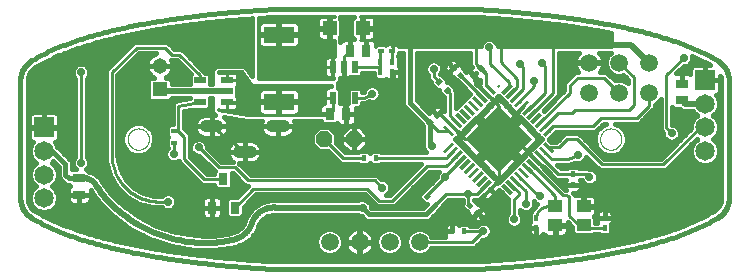
<source format=gbl>
G75*
%MOIN*%
%OFA0B0*%
%FSLAX25Y25*%
%IPPOS*%
%LPD*%
%AMOC8*
5,1,8,0,0,1.08239X$1,22.5*
%
%ADD10C,0.00000*%
%ADD11C,0.01575*%
%ADD12R,0.03150X0.03937*%
%ADD13R,0.05150X0.05150*%
%ADD14C,0.05150*%
%ADD15R,0.02165X0.03937*%
%ADD16R,0.04724X0.04724*%
%ADD17R,0.01969X0.01575*%
%ADD18R,0.01575X0.01969*%
%ADD19C,0.05937*%
%ADD20R,0.04724X0.03937*%
%ADD21R,0.03937X0.03150*%
%ADD22R,0.15748X0.15748*%
%ADD23R,0.04331X0.01181*%
%ADD24R,0.00886X0.00886*%
%ADD25OC8,0.05200*%
%ADD26R,0.10236X0.05512*%
%ADD27C,0.03969*%
%ADD28R,0.04000X0.02000*%
%ADD29R,0.06500X0.06500*%
%ADD30C,0.06500*%
%ADD31C,0.01600*%
%ADD32C,0.00984*%
%ADD33C,0.02775*%
%ADD34C,0.01969*%
D10*
X0076997Y0064792D02*
X0076999Y0064910D01*
X0077005Y0065029D01*
X0077015Y0065147D01*
X0077029Y0065264D01*
X0077046Y0065381D01*
X0077068Y0065498D01*
X0077094Y0065613D01*
X0077123Y0065728D01*
X0077156Y0065842D01*
X0077193Y0065954D01*
X0077234Y0066065D01*
X0077278Y0066175D01*
X0077326Y0066283D01*
X0077378Y0066390D01*
X0077433Y0066495D01*
X0077492Y0066598D01*
X0077554Y0066698D01*
X0077619Y0066797D01*
X0077688Y0066894D01*
X0077759Y0066988D01*
X0077834Y0067079D01*
X0077912Y0067169D01*
X0077993Y0067255D01*
X0078077Y0067339D01*
X0078163Y0067420D01*
X0078253Y0067498D01*
X0078344Y0067573D01*
X0078438Y0067644D01*
X0078535Y0067713D01*
X0078634Y0067778D01*
X0078734Y0067840D01*
X0078837Y0067899D01*
X0078942Y0067954D01*
X0079049Y0068006D01*
X0079157Y0068054D01*
X0079267Y0068098D01*
X0079378Y0068139D01*
X0079490Y0068176D01*
X0079604Y0068209D01*
X0079719Y0068238D01*
X0079834Y0068264D01*
X0079951Y0068286D01*
X0080068Y0068303D01*
X0080185Y0068317D01*
X0080303Y0068327D01*
X0080422Y0068333D01*
X0080540Y0068335D01*
X0080658Y0068333D01*
X0080777Y0068327D01*
X0080895Y0068317D01*
X0081012Y0068303D01*
X0081129Y0068286D01*
X0081246Y0068264D01*
X0081361Y0068238D01*
X0081476Y0068209D01*
X0081590Y0068176D01*
X0081702Y0068139D01*
X0081813Y0068098D01*
X0081923Y0068054D01*
X0082031Y0068006D01*
X0082138Y0067954D01*
X0082243Y0067899D01*
X0082346Y0067840D01*
X0082446Y0067778D01*
X0082545Y0067713D01*
X0082642Y0067644D01*
X0082736Y0067573D01*
X0082827Y0067498D01*
X0082917Y0067420D01*
X0083003Y0067339D01*
X0083087Y0067255D01*
X0083168Y0067169D01*
X0083246Y0067079D01*
X0083321Y0066988D01*
X0083392Y0066894D01*
X0083461Y0066797D01*
X0083526Y0066698D01*
X0083588Y0066598D01*
X0083647Y0066495D01*
X0083702Y0066390D01*
X0083754Y0066283D01*
X0083802Y0066175D01*
X0083846Y0066065D01*
X0083887Y0065954D01*
X0083924Y0065842D01*
X0083957Y0065728D01*
X0083986Y0065613D01*
X0084012Y0065498D01*
X0084034Y0065381D01*
X0084051Y0065264D01*
X0084065Y0065147D01*
X0084075Y0065029D01*
X0084081Y0064910D01*
X0084083Y0064792D01*
X0084081Y0064674D01*
X0084075Y0064555D01*
X0084065Y0064437D01*
X0084051Y0064320D01*
X0084034Y0064203D01*
X0084012Y0064086D01*
X0083986Y0063971D01*
X0083957Y0063856D01*
X0083924Y0063742D01*
X0083887Y0063630D01*
X0083846Y0063519D01*
X0083802Y0063409D01*
X0083754Y0063301D01*
X0083702Y0063194D01*
X0083647Y0063089D01*
X0083588Y0062986D01*
X0083526Y0062886D01*
X0083461Y0062787D01*
X0083392Y0062690D01*
X0083321Y0062596D01*
X0083246Y0062505D01*
X0083168Y0062415D01*
X0083087Y0062329D01*
X0083003Y0062245D01*
X0082917Y0062164D01*
X0082827Y0062086D01*
X0082736Y0062011D01*
X0082642Y0061940D01*
X0082545Y0061871D01*
X0082446Y0061806D01*
X0082346Y0061744D01*
X0082243Y0061685D01*
X0082138Y0061630D01*
X0082031Y0061578D01*
X0081923Y0061530D01*
X0081813Y0061486D01*
X0081702Y0061445D01*
X0081590Y0061408D01*
X0081476Y0061375D01*
X0081361Y0061346D01*
X0081246Y0061320D01*
X0081129Y0061298D01*
X0081012Y0061281D01*
X0080895Y0061267D01*
X0080777Y0061257D01*
X0080658Y0061251D01*
X0080540Y0061249D01*
X0080422Y0061251D01*
X0080303Y0061257D01*
X0080185Y0061267D01*
X0080068Y0061281D01*
X0079951Y0061298D01*
X0079834Y0061320D01*
X0079719Y0061346D01*
X0079604Y0061375D01*
X0079490Y0061408D01*
X0079378Y0061445D01*
X0079267Y0061486D01*
X0079157Y0061530D01*
X0079049Y0061578D01*
X0078942Y0061630D01*
X0078837Y0061685D01*
X0078734Y0061744D01*
X0078634Y0061806D01*
X0078535Y0061871D01*
X0078438Y0061940D01*
X0078344Y0062011D01*
X0078253Y0062086D01*
X0078163Y0062164D01*
X0078077Y0062245D01*
X0077993Y0062329D01*
X0077912Y0062415D01*
X0077834Y0062505D01*
X0077759Y0062596D01*
X0077688Y0062690D01*
X0077619Y0062787D01*
X0077554Y0062886D01*
X0077492Y0062986D01*
X0077433Y0063089D01*
X0077378Y0063194D01*
X0077326Y0063301D01*
X0077278Y0063409D01*
X0077234Y0063519D01*
X0077193Y0063630D01*
X0077156Y0063742D01*
X0077123Y0063856D01*
X0077094Y0063971D01*
X0077068Y0064086D01*
X0077046Y0064203D01*
X0077029Y0064320D01*
X0077015Y0064437D01*
X0077005Y0064555D01*
X0076999Y0064674D01*
X0076997Y0064792D01*
X0234477Y0064792D02*
X0234479Y0064910D01*
X0234485Y0065029D01*
X0234495Y0065147D01*
X0234509Y0065264D01*
X0234526Y0065381D01*
X0234548Y0065498D01*
X0234574Y0065613D01*
X0234603Y0065728D01*
X0234636Y0065842D01*
X0234673Y0065954D01*
X0234714Y0066065D01*
X0234758Y0066175D01*
X0234806Y0066283D01*
X0234858Y0066390D01*
X0234913Y0066495D01*
X0234972Y0066598D01*
X0235034Y0066698D01*
X0235099Y0066797D01*
X0235168Y0066894D01*
X0235239Y0066988D01*
X0235314Y0067079D01*
X0235392Y0067169D01*
X0235473Y0067255D01*
X0235557Y0067339D01*
X0235643Y0067420D01*
X0235733Y0067498D01*
X0235824Y0067573D01*
X0235918Y0067644D01*
X0236015Y0067713D01*
X0236114Y0067778D01*
X0236214Y0067840D01*
X0236317Y0067899D01*
X0236422Y0067954D01*
X0236529Y0068006D01*
X0236637Y0068054D01*
X0236747Y0068098D01*
X0236858Y0068139D01*
X0236970Y0068176D01*
X0237084Y0068209D01*
X0237199Y0068238D01*
X0237314Y0068264D01*
X0237431Y0068286D01*
X0237548Y0068303D01*
X0237665Y0068317D01*
X0237783Y0068327D01*
X0237902Y0068333D01*
X0238020Y0068335D01*
X0238138Y0068333D01*
X0238257Y0068327D01*
X0238375Y0068317D01*
X0238492Y0068303D01*
X0238609Y0068286D01*
X0238726Y0068264D01*
X0238841Y0068238D01*
X0238956Y0068209D01*
X0239070Y0068176D01*
X0239182Y0068139D01*
X0239293Y0068098D01*
X0239403Y0068054D01*
X0239511Y0068006D01*
X0239618Y0067954D01*
X0239723Y0067899D01*
X0239826Y0067840D01*
X0239926Y0067778D01*
X0240025Y0067713D01*
X0240122Y0067644D01*
X0240216Y0067573D01*
X0240307Y0067498D01*
X0240397Y0067420D01*
X0240483Y0067339D01*
X0240567Y0067255D01*
X0240648Y0067169D01*
X0240726Y0067079D01*
X0240801Y0066988D01*
X0240872Y0066894D01*
X0240941Y0066797D01*
X0241006Y0066698D01*
X0241068Y0066598D01*
X0241127Y0066495D01*
X0241182Y0066390D01*
X0241234Y0066283D01*
X0241282Y0066175D01*
X0241326Y0066065D01*
X0241367Y0065954D01*
X0241404Y0065842D01*
X0241437Y0065728D01*
X0241466Y0065613D01*
X0241492Y0065498D01*
X0241514Y0065381D01*
X0241531Y0065264D01*
X0241545Y0065147D01*
X0241555Y0065029D01*
X0241561Y0064910D01*
X0241563Y0064792D01*
X0241561Y0064674D01*
X0241555Y0064555D01*
X0241545Y0064437D01*
X0241531Y0064320D01*
X0241514Y0064203D01*
X0241492Y0064086D01*
X0241466Y0063971D01*
X0241437Y0063856D01*
X0241404Y0063742D01*
X0241367Y0063630D01*
X0241326Y0063519D01*
X0241282Y0063409D01*
X0241234Y0063301D01*
X0241182Y0063194D01*
X0241127Y0063089D01*
X0241068Y0062986D01*
X0241006Y0062886D01*
X0240941Y0062787D01*
X0240872Y0062690D01*
X0240801Y0062596D01*
X0240726Y0062505D01*
X0240648Y0062415D01*
X0240567Y0062329D01*
X0240483Y0062245D01*
X0240397Y0062164D01*
X0240307Y0062086D01*
X0240216Y0062011D01*
X0240122Y0061940D01*
X0240025Y0061871D01*
X0239926Y0061806D01*
X0239826Y0061744D01*
X0239723Y0061685D01*
X0239618Y0061630D01*
X0239511Y0061578D01*
X0239403Y0061530D01*
X0239293Y0061486D01*
X0239182Y0061445D01*
X0239070Y0061408D01*
X0238956Y0061375D01*
X0238841Y0061346D01*
X0238726Y0061320D01*
X0238609Y0061298D01*
X0238492Y0061281D01*
X0238375Y0061267D01*
X0238257Y0061257D01*
X0238138Y0061251D01*
X0238020Y0061249D01*
X0237902Y0061251D01*
X0237783Y0061257D01*
X0237665Y0061267D01*
X0237548Y0061281D01*
X0237431Y0061298D01*
X0237314Y0061320D01*
X0237199Y0061346D01*
X0237084Y0061375D01*
X0236970Y0061408D01*
X0236858Y0061445D01*
X0236747Y0061486D01*
X0236637Y0061530D01*
X0236529Y0061578D01*
X0236422Y0061630D01*
X0236317Y0061685D01*
X0236214Y0061744D01*
X0236114Y0061806D01*
X0236015Y0061871D01*
X0235918Y0061940D01*
X0235824Y0062011D01*
X0235733Y0062086D01*
X0235643Y0062164D01*
X0235557Y0062245D01*
X0235473Y0062329D01*
X0235392Y0062415D01*
X0235314Y0062505D01*
X0235239Y0062596D01*
X0235168Y0062690D01*
X0235099Y0062787D01*
X0235034Y0062886D01*
X0234972Y0062986D01*
X0234913Y0063089D01*
X0234858Y0063194D01*
X0234806Y0063301D01*
X0234758Y0063409D01*
X0234714Y0063519D01*
X0234673Y0063630D01*
X0234636Y0063742D01*
X0234603Y0063856D01*
X0234574Y0063971D01*
X0234548Y0064086D01*
X0234526Y0064203D01*
X0234509Y0064320D01*
X0234495Y0064437D01*
X0234485Y0064555D01*
X0234479Y0064674D01*
X0234477Y0064792D01*
D11*
X0062538Y0031061D02*
X0061736Y0031312D01*
X0060935Y0031569D01*
X0060137Y0031832D01*
X0059340Y0032101D01*
X0058545Y0032375D01*
X0057752Y0032656D01*
X0056961Y0032944D01*
X0056172Y0033239D01*
X0055385Y0033541D01*
X0054601Y0033850D01*
X0053819Y0034167D01*
X0053040Y0034493D01*
X0052263Y0034827D01*
X0051489Y0035170D01*
X0050718Y0035522D01*
X0049949Y0035884D01*
X0049184Y0036257D01*
X0048423Y0036640D01*
X0047668Y0037034D01*
X0046918Y0037439D01*
X0046176Y0037856D01*
X0045441Y0038285D01*
X0044928Y0038595D01*
X0044906Y0038608D01*
X0044884Y0038622D01*
X0044862Y0038635D01*
X0044841Y0038649D01*
X0044819Y0038662D01*
X0044798Y0038676D01*
X0044776Y0038690D01*
X0044754Y0038704D01*
X0044733Y0038718D01*
X0044711Y0038732D01*
X0044690Y0038746D01*
X0044668Y0038761D01*
X0044647Y0038775D01*
X0044626Y0038790D01*
X0044604Y0038804D01*
X0044583Y0038819D01*
X0044562Y0038833D01*
X0044540Y0038848D01*
X0044519Y0038863D01*
X0044498Y0038878D01*
X0044477Y0038893D01*
X0044456Y0038908D01*
X0044435Y0038923D01*
X0044414Y0038938D01*
X0044393Y0038954D01*
X0044372Y0038969D01*
X0044351Y0038985D01*
X0044330Y0039000D01*
X0044309Y0039016D01*
X0044288Y0039032D01*
X0044267Y0039047D01*
X0044247Y0039063D01*
X0044226Y0039079D01*
X0044205Y0039095D01*
X0044185Y0039111D01*
X0044164Y0039128D01*
X0044143Y0039144D01*
X0044123Y0039160D01*
X0044102Y0039177D01*
X0044082Y0039193D01*
X0044062Y0039210D01*
X0044041Y0039227D01*
X0044021Y0039243D01*
X0044001Y0039260D01*
X0043980Y0039277D01*
X0043960Y0039294D01*
X0043940Y0039311D01*
X0043920Y0039328D01*
X0043900Y0039346D01*
X0043880Y0039363D01*
X0043860Y0039380D01*
X0043840Y0039398D01*
X0043820Y0039415D01*
X0043800Y0039433D01*
X0043781Y0039451D01*
X0043761Y0039468D01*
X0043741Y0039486D01*
X0043722Y0039504D01*
X0043702Y0039522D01*
X0043683Y0039540D01*
X0043663Y0039558D01*
X0043644Y0039577D01*
X0043624Y0039595D01*
X0043605Y0039613D01*
X0043586Y0039632D01*
X0043567Y0039650D01*
X0043548Y0039669D01*
X0043529Y0039688D01*
X0043509Y0039706D01*
X0043491Y0039725D01*
X0043472Y0039744D01*
X0043453Y0039763D01*
X0043434Y0039782D01*
X0043415Y0039801D01*
X0043396Y0039820D01*
X0043378Y0039840D01*
X0043359Y0039859D01*
X0043341Y0039878D01*
X0043322Y0039898D01*
X0043304Y0039917D01*
X0043285Y0039937D01*
X0043267Y0039957D01*
X0043249Y0039976D01*
X0043231Y0039996D01*
X0043213Y0040016D01*
X0043195Y0040036D01*
X0043177Y0040056D01*
X0043159Y0040076D01*
X0043141Y0040096D01*
X0043123Y0040117D01*
X0043105Y0040137D01*
X0043088Y0040157D01*
X0043070Y0040178D01*
X0043052Y0040198D01*
X0043035Y0040219D01*
X0043018Y0040239D01*
X0043000Y0040260D01*
X0042983Y0040281D01*
X0042966Y0040302D01*
X0042949Y0040323D01*
X0042931Y0040344D01*
X0042914Y0040365D01*
X0042898Y0040386D01*
X0042881Y0040407D01*
X0042864Y0040428D01*
X0042847Y0040449D01*
X0042830Y0040471D01*
X0042814Y0040492D01*
X0042797Y0040514D01*
X0042781Y0040535D01*
X0042764Y0040557D01*
X0042748Y0040578D01*
X0042732Y0040600D01*
X0042716Y0040622D01*
X0042699Y0040644D01*
X0042683Y0040666D01*
X0042667Y0040688D01*
X0042652Y0040710D01*
X0042636Y0040732D01*
X0042620Y0040754D01*
X0042604Y0040776D01*
X0042589Y0040798D01*
X0042573Y0040821D01*
X0042558Y0040843D01*
X0042542Y0040865D01*
X0042527Y0040888D01*
X0042512Y0040911D01*
X0042497Y0040933D01*
X0042482Y0040956D01*
X0042467Y0040979D01*
X0042452Y0041001D01*
X0042437Y0041024D01*
X0042422Y0041047D01*
X0042407Y0041070D01*
X0042393Y0041093D01*
X0042378Y0041116D01*
X0042364Y0041139D01*
X0042349Y0041162D01*
X0042335Y0041185D01*
X0042321Y0041208D01*
X0042307Y0041232D01*
X0042293Y0041255D01*
X0042279Y0041279D01*
X0042265Y0041302D01*
X0042251Y0041325D01*
X0042237Y0041349D01*
X0042224Y0041373D01*
X0042210Y0041396D01*
X0042196Y0041420D01*
X0042183Y0041444D01*
X0042170Y0041467D01*
X0042156Y0041491D01*
X0042143Y0041515D01*
X0042130Y0041539D01*
X0042117Y0041563D01*
X0042104Y0041587D01*
X0042091Y0041611D01*
X0042079Y0041635D01*
X0042066Y0041659D01*
X0042053Y0041683D01*
X0042041Y0041707D01*
X0042029Y0041732D01*
X0042016Y0041756D01*
X0042004Y0041780D01*
X0041992Y0041805D01*
X0041980Y0041829D01*
X0041968Y0041854D01*
X0041956Y0041878D01*
X0041944Y0041903D01*
X0041932Y0041927D01*
X0041921Y0041952D01*
X0041909Y0041976D01*
X0041898Y0042001D01*
X0041886Y0042026D01*
X0041875Y0042051D01*
X0041864Y0042075D01*
X0041853Y0042100D01*
X0041842Y0042125D01*
X0041831Y0042150D01*
X0041820Y0042175D01*
X0041809Y0042200D01*
X0041798Y0042225D01*
X0041788Y0042250D01*
X0041777Y0042275D01*
X0041767Y0042300D01*
X0041757Y0042325D01*
X0041746Y0042350D01*
X0041736Y0042375D01*
X0041726Y0042401D01*
X0041716Y0042426D01*
X0041706Y0042451D01*
X0041696Y0042476D01*
X0041687Y0042502D01*
X0041677Y0042527D01*
X0041668Y0042552D01*
X0041658Y0042578D01*
X0041649Y0042603D01*
X0041640Y0042629D01*
X0041630Y0042654D01*
X0041621Y0042680D01*
X0041612Y0042705D01*
X0041604Y0042731D01*
X0041595Y0042756D01*
X0041586Y0042782D01*
X0041577Y0042807D01*
X0041569Y0042833D01*
X0041560Y0042859D01*
X0041552Y0042884D01*
X0041544Y0042910D01*
X0041536Y0042936D01*
X0041528Y0042961D01*
X0041520Y0042987D01*
X0041512Y0043013D01*
X0041504Y0043039D01*
X0041496Y0043065D01*
X0041489Y0043090D01*
X0041481Y0043116D01*
X0041474Y0043142D01*
X0041466Y0043168D01*
X0041459Y0043194D01*
X0041452Y0043220D01*
X0041445Y0043245D01*
X0041438Y0043271D01*
X0041431Y0043297D01*
X0041424Y0043323D01*
X0041417Y0043349D01*
X0041411Y0043375D01*
X0041404Y0043401D01*
X0041398Y0043427D01*
X0041391Y0043453D01*
X0041385Y0043479D01*
X0041379Y0043505D01*
X0041373Y0043531D01*
X0041367Y0043557D01*
X0041361Y0043583D01*
X0041355Y0043609D01*
X0041350Y0043635D01*
X0041344Y0043661D01*
X0041338Y0043687D01*
X0041333Y0043714D01*
X0041328Y0043740D01*
X0041322Y0043766D01*
X0041317Y0043792D01*
X0041312Y0043818D01*
X0041307Y0043844D01*
X0041302Y0043870D01*
X0041298Y0043896D01*
X0041293Y0043922D01*
X0041288Y0043948D01*
X0041284Y0043974D01*
X0041279Y0044000D01*
X0041275Y0044027D01*
X0041271Y0044053D01*
X0041266Y0044079D01*
X0041262Y0044105D01*
X0041258Y0044131D01*
X0041255Y0044157D01*
X0041251Y0044183D01*
X0041247Y0044209D01*
X0041243Y0044235D01*
X0041240Y0044261D01*
X0041236Y0044287D01*
X0041233Y0044313D01*
X0041230Y0044339D01*
X0041227Y0044365D01*
X0041223Y0044391D01*
X0041220Y0044418D01*
X0041218Y0044444D01*
X0041215Y0044469D01*
X0041212Y0044495D01*
X0041209Y0044521D01*
X0041207Y0044547D01*
X0041204Y0044573D01*
X0041202Y0044599D01*
X0041200Y0044625D01*
X0041197Y0044651D01*
X0041195Y0044677D01*
X0041193Y0044703D01*
X0041191Y0044729D01*
X0041189Y0044755D01*
X0041188Y0044781D01*
X0041186Y0044807D01*
X0041184Y0044832D01*
X0041183Y0044858D01*
X0041181Y0044884D01*
X0041180Y0044910D01*
X0041179Y0044936D01*
X0041178Y0044962D01*
X0041177Y0044987D01*
X0041176Y0045013D01*
X0041175Y0045039D01*
X0041174Y0045065D01*
X0041173Y0045090D01*
X0041172Y0045116D01*
X0041172Y0045142D01*
X0041171Y0045167D01*
X0041171Y0045193D01*
X0041171Y0045218D01*
X0041170Y0045244D01*
X0041170Y0045269D01*
X0041170Y0045295D01*
X0041170Y0084290D01*
X0041170Y0084315D01*
X0041170Y0084341D01*
X0041170Y0084366D01*
X0041171Y0084392D01*
X0041171Y0084418D01*
X0041172Y0084443D01*
X0041172Y0084469D01*
X0041173Y0084494D01*
X0041174Y0084520D01*
X0041174Y0084546D01*
X0041175Y0084572D01*
X0041176Y0084597D01*
X0041177Y0084623D01*
X0041178Y0084649D01*
X0041180Y0084675D01*
X0041181Y0084701D01*
X0041182Y0084726D01*
X0041184Y0084752D01*
X0041185Y0084778D01*
X0041187Y0084804D01*
X0041189Y0084830D01*
X0041191Y0084856D01*
X0041193Y0084881D01*
X0041195Y0084907D01*
X0041197Y0084933D01*
X0041199Y0084959D01*
X0041201Y0084985D01*
X0041204Y0085011D01*
X0041206Y0085037D01*
X0041209Y0085063D01*
X0041211Y0085089D01*
X0041214Y0085115D01*
X0041217Y0085141D01*
X0041220Y0085167D01*
X0041223Y0085193D01*
X0041226Y0085219D01*
X0041229Y0085245D01*
X0041232Y0085271D01*
X0041235Y0085297D01*
X0041239Y0085323D01*
X0041242Y0085350D01*
X0041246Y0085376D01*
X0041250Y0085402D01*
X0041253Y0085428D01*
X0041257Y0085454D01*
X0041261Y0085480D01*
X0041265Y0085506D01*
X0041269Y0085532D01*
X0041274Y0085558D01*
X0041278Y0085584D01*
X0041282Y0085610D01*
X0041287Y0085636D01*
X0041291Y0085663D01*
X0041296Y0085689D01*
X0041301Y0085715D01*
X0041306Y0085741D01*
X0041311Y0085767D01*
X0041316Y0085793D01*
X0041321Y0085819D01*
X0041326Y0085845D01*
X0041331Y0085871D01*
X0041337Y0085897D01*
X0041342Y0085923D01*
X0041348Y0085949D01*
X0041353Y0085975D01*
X0041359Y0086001D01*
X0041365Y0086027D01*
X0041371Y0086054D01*
X0041377Y0086080D01*
X0041383Y0086106D01*
X0041389Y0086131D01*
X0041396Y0086157D01*
X0041402Y0086183D01*
X0041409Y0086209D01*
X0041415Y0086235D01*
X0041422Y0086261D01*
X0041429Y0086287D01*
X0041436Y0086313D01*
X0041443Y0086339D01*
X0041450Y0086365D01*
X0041457Y0086391D01*
X0041464Y0086417D01*
X0041471Y0086443D01*
X0041479Y0086469D01*
X0041486Y0086494D01*
X0041494Y0086520D01*
X0041501Y0086546D01*
X0041509Y0086572D01*
X0041517Y0086598D01*
X0041525Y0086623D01*
X0041533Y0086649D01*
X0041541Y0086675D01*
X0041549Y0086700D01*
X0041558Y0086726D01*
X0041566Y0086752D01*
X0041575Y0086777D01*
X0041583Y0086803D01*
X0041592Y0086829D01*
X0041601Y0086854D01*
X0041610Y0086880D01*
X0041619Y0086905D01*
X0041628Y0086931D01*
X0041637Y0086956D01*
X0041646Y0086982D01*
X0041655Y0087007D01*
X0041665Y0087032D01*
X0041674Y0087058D01*
X0041684Y0087083D01*
X0041693Y0087108D01*
X0041703Y0087134D01*
X0041713Y0087159D01*
X0041723Y0087184D01*
X0041733Y0087209D01*
X0041743Y0087235D01*
X0041753Y0087260D01*
X0041764Y0087285D01*
X0041774Y0087310D01*
X0041784Y0087335D01*
X0041795Y0087360D01*
X0041806Y0087385D01*
X0041816Y0087410D01*
X0041827Y0087435D01*
X0041838Y0087460D01*
X0041849Y0087485D01*
X0041860Y0087510D01*
X0041871Y0087534D01*
X0041883Y0087559D01*
X0041894Y0087584D01*
X0041906Y0087609D01*
X0041917Y0087633D01*
X0041929Y0087658D01*
X0041940Y0087682D01*
X0041952Y0087707D01*
X0041964Y0087731D01*
X0041976Y0087756D01*
X0041988Y0087781D01*
X0042000Y0087805D01*
X0042012Y0087829D01*
X0042025Y0087854D01*
X0042037Y0087878D01*
X0042050Y0087902D01*
X0042062Y0087926D01*
X0042075Y0087950D01*
X0042087Y0087974D01*
X0042100Y0087998D01*
X0042113Y0088022D01*
X0042126Y0088046D01*
X0042139Y0088070D01*
X0042152Y0088094D01*
X0042166Y0088118D01*
X0042179Y0088142D01*
X0042192Y0088166D01*
X0042206Y0088189D01*
X0042219Y0088213D01*
X0042233Y0088236D01*
X0042247Y0088260D01*
X0042260Y0088283D01*
X0042274Y0088307D01*
X0042288Y0088330D01*
X0042302Y0088354D01*
X0042316Y0088377D01*
X0042331Y0088400D01*
X0042345Y0088423D01*
X0042359Y0088447D01*
X0042374Y0088470D01*
X0042388Y0088493D01*
X0042403Y0088516D01*
X0042417Y0088539D01*
X0042432Y0088562D01*
X0042447Y0088584D01*
X0042462Y0088607D01*
X0042477Y0088630D01*
X0042492Y0088653D01*
X0042507Y0088675D01*
X0042522Y0088698D01*
X0042538Y0088720D01*
X0042553Y0088743D01*
X0042568Y0088765D01*
X0042584Y0088787D01*
X0042599Y0088810D01*
X0042615Y0088832D01*
X0042631Y0088854D01*
X0042647Y0088876D01*
X0042662Y0088898D01*
X0042678Y0088920D01*
X0042694Y0088942D01*
X0042711Y0088964D01*
X0042727Y0088986D01*
X0042743Y0089008D01*
X0042759Y0089029D01*
X0042776Y0089051D01*
X0042792Y0089072D01*
X0042809Y0089094D01*
X0042825Y0089115D01*
X0042842Y0089137D01*
X0042859Y0089158D01*
X0042875Y0089179D01*
X0042892Y0089201D01*
X0042909Y0089222D01*
X0042926Y0089243D01*
X0042943Y0089264D01*
X0042960Y0089285D01*
X0042978Y0089306D01*
X0042995Y0089326D01*
X0043012Y0089347D01*
X0043030Y0089368D01*
X0043047Y0089388D01*
X0043064Y0089409D01*
X0043082Y0089429D01*
X0043100Y0089450D01*
X0043117Y0089470D01*
X0043135Y0089490D01*
X0043153Y0089510D01*
X0043171Y0089531D01*
X0043189Y0089551D01*
X0043207Y0089570D01*
X0043225Y0089591D01*
X0043243Y0089610D01*
X0043261Y0089630D01*
X0043280Y0089650D01*
X0043298Y0089669D01*
X0043316Y0089689D01*
X0043335Y0089708D01*
X0043353Y0089728D01*
X0043372Y0089747D01*
X0043391Y0089767D01*
X0043409Y0089786D01*
X0043428Y0089805D01*
X0043447Y0089824D01*
X0043466Y0089843D01*
X0043485Y0089862D01*
X0043504Y0089881D01*
X0043523Y0089899D01*
X0043542Y0089918D01*
X0043561Y0089937D01*
X0043580Y0089955D01*
X0043599Y0089974D01*
X0043618Y0089992D01*
X0043638Y0090010D01*
X0043657Y0090029D01*
X0043677Y0090047D01*
X0043696Y0090065D01*
X0043716Y0090083D01*
X0043735Y0090101D01*
X0043755Y0090119D01*
X0043775Y0090137D01*
X0043814Y0090172D01*
X0043854Y0090207D01*
X0043874Y0090224D01*
X0043914Y0090259D01*
X0043954Y0090293D01*
X0043974Y0090310D01*
X0043994Y0090327D01*
X0044014Y0090344D01*
X0044035Y0090361D01*
X0044055Y0090378D01*
X0044076Y0090394D01*
X0044096Y0090411D01*
X0044116Y0090427D01*
X0044137Y0090444D01*
X0044157Y0090460D01*
X0044178Y0090476D01*
X0044199Y0090493D01*
X0044219Y0090508D01*
X0044240Y0090524D01*
X0044261Y0090540D01*
X0044282Y0090556D01*
X0044323Y0090588D01*
X0044344Y0090603D01*
X0044365Y0090619D01*
X0044407Y0090650D01*
X0044428Y0090665D01*
X0044449Y0090680D01*
X0044470Y0090695D01*
X0044491Y0090710D01*
X0044513Y0090725D01*
X0044534Y0090740D01*
X0044555Y0090755D01*
X0044576Y0090769D01*
X0044598Y0090784D01*
X0044619Y0090799D01*
X0044640Y0090813D01*
X0044662Y0090828D01*
X0044683Y0090842D01*
X0044705Y0090856D01*
X0044726Y0090870D01*
X0044748Y0090884D01*
X0044769Y0090898D01*
X0044791Y0090912D01*
X0044812Y0090926D01*
X0044834Y0090940D01*
X0044856Y0090953D01*
X0044877Y0090967D01*
X0044899Y0090981D01*
X0044921Y0090994D01*
X0045239Y0091187D01*
X0045979Y0091624D01*
X0046726Y0092047D01*
X0047479Y0092459D01*
X0048239Y0092858D01*
X0049004Y0093246D01*
X0049774Y0093624D01*
X0050549Y0093992D01*
X0051329Y0094350D01*
X0052113Y0094699D01*
X0052902Y0095040D01*
X0053694Y0095373D01*
X0054490Y0095697D01*
X0055289Y0096013D01*
X0056091Y0096322D01*
X0056895Y0096623D01*
X0057702Y0096917D01*
X0058510Y0097204D01*
X0059320Y0097484D01*
X0060132Y0097757D01*
X0060945Y0098025D01*
X0061760Y0098287D01*
X0062578Y0098542D01*
X0063396Y0098792D01*
X0064217Y0099037D01*
X0065038Y0099276D01*
X0065862Y0099510D01*
X0066686Y0099740D01*
X0067513Y0099964D01*
X0068341Y0100184D01*
X0069170Y0100400D01*
X0070000Y0100611D01*
X0070832Y0100818D01*
X0071665Y0101020D01*
X0072500Y0101219D01*
X0073335Y0101413D01*
X0074171Y0101604D01*
X0075008Y0101790D01*
X0075846Y0101973D01*
X0076685Y0102152D01*
X0077524Y0102327D01*
X0078364Y0102499D01*
X0079204Y0102668D01*
X0080045Y0102832D01*
X0080886Y0102994D01*
X0081728Y0103153D01*
X0082570Y0103308D01*
X0083412Y0103460D01*
X0084254Y0103610D01*
X0085096Y0103756D01*
X0085939Y0103899D01*
X0086782Y0104040D01*
X0087625Y0104178D01*
X0088469Y0104313D01*
X0089313Y0104445D01*
X0090156Y0104574D01*
X0091001Y0104701D01*
X0091845Y0104826D01*
X0092690Y0104947D01*
X0093534Y0105067D01*
X0094379Y0105184D01*
X0095224Y0105298D01*
X0096070Y0105411D01*
X0096915Y0105521D01*
X0097761Y0105629D01*
X0098607Y0105734D01*
X0099453Y0105838D01*
X0100299Y0105940D01*
X0101146Y0106039D01*
X0101992Y0106137D01*
X0102839Y0106232D01*
X0103686Y0106326D01*
X0104533Y0106417D01*
X0105380Y0106507D01*
X0106228Y0106595D01*
X0107075Y0106680D01*
X0107923Y0106764D01*
X0108771Y0106846D01*
X0109619Y0106927D01*
X0110467Y0107005D01*
X0111316Y0107082D01*
X0112164Y0107156D01*
X0113013Y0107230D01*
X0113861Y0107301D01*
X0114710Y0107371D01*
X0115559Y0107439D01*
X0116409Y0107505D01*
X0117258Y0107570D01*
X0118107Y0107633D01*
X0118957Y0107695D01*
X0119807Y0107755D01*
X0120657Y0107813D01*
X0121507Y0107870D01*
X0122357Y0107925D01*
X0123207Y0107979D01*
X0124057Y0108032D01*
X0124908Y0108083D01*
X0124974Y0108087D01*
X0125027Y0108090D01*
X0125054Y0108091D01*
X0125107Y0108093D01*
X0125134Y0108094D01*
X0125187Y0108096D01*
X0125214Y0108097D01*
X0125267Y0108098D01*
X0125294Y0108098D01*
X0125320Y0108099D01*
X0125347Y0108099D01*
X0125374Y0108099D01*
X0125400Y0108099D01*
X0193173Y0108099D01*
X0193200Y0108099D01*
X0193227Y0108099D01*
X0193280Y0108098D01*
X0193307Y0108097D01*
X0193333Y0108097D01*
X0193360Y0108096D01*
X0193413Y0108095D01*
X0193440Y0108094D01*
X0193467Y0108093D01*
X0193493Y0108092D01*
X0193520Y0108090D01*
X0193546Y0108089D01*
X0193573Y0108087D01*
X0193600Y0108086D01*
X0194103Y0108056D01*
X0194943Y0108005D01*
X0195782Y0107952D01*
X0196621Y0107897D01*
X0197461Y0107842D01*
X0198300Y0107785D01*
X0199139Y0107726D01*
X0199978Y0107666D01*
X0200817Y0107605D01*
X0201656Y0107541D01*
X0202495Y0107477D01*
X0203333Y0107410D01*
X0204172Y0107342D01*
X0205010Y0107273D01*
X0205848Y0107201D01*
X0206686Y0107129D01*
X0207524Y0107054D01*
X0208362Y0106977D01*
X0209200Y0106899D01*
X0210037Y0106819D01*
X0210875Y0106738D01*
X0211712Y0106654D01*
X0212549Y0106569D01*
X0213386Y0106481D01*
X0214223Y0106393D01*
X0215059Y0106301D01*
X0215896Y0106208D01*
X0216732Y0106114D01*
X0217569Y0106017D01*
X0218405Y0105918D01*
X0219241Y0105817D01*
X0220076Y0105714D01*
X0220912Y0105609D01*
X0221747Y0105502D01*
X0222583Y0105393D01*
X0223418Y0105281D01*
X0224253Y0105168D01*
X0225088Y0105052D01*
X0225923Y0104933D01*
X0226757Y0104813D01*
X0227592Y0104689D01*
X0228426Y0104564D01*
X0229260Y0104435D01*
X0230094Y0104305D01*
X0230927Y0104171D01*
X0231761Y0104035D01*
X0232594Y0103896D01*
X0233426Y0103755D01*
X0234259Y0103610D01*
X0235091Y0103462D01*
X0235923Y0103312D01*
X0236754Y0103159D01*
X0237585Y0103002D01*
X0238416Y0102843D01*
X0239245Y0102680D01*
X0240074Y0102515D01*
X0240900Y0102346D01*
X0241727Y0102173D01*
X0242552Y0101998D01*
X0243377Y0101819D01*
X0244200Y0101636D01*
X0245022Y0101450D01*
X0245843Y0101259D01*
X0246662Y0101065D01*
X0247481Y0100868D01*
X0248298Y0100665D01*
X0249115Y0100459D01*
X0249930Y0100249D01*
X0250743Y0100034D01*
X0251556Y0099815D01*
X0252365Y0099591D01*
X0253174Y0099363D01*
X0253983Y0099130D01*
X0254788Y0098892D01*
X0255593Y0098649D01*
X0256396Y0098401D01*
X0257198Y0098146D01*
X0257997Y0097887D01*
X0258796Y0097621D01*
X0259591Y0097350D01*
X0260385Y0097072D01*
X0261178Y0096788D01*
X0261967Y0096497D01*
X0262755Y0096199D01*
X0263540Y0095893D01*
X0264324Y0095580D01*
X0265105Y0095259D01*
X0265883Y0094930D01*
X0266658Y0094591D01*
X0267430Y0094244D01*
X0268200Y0093887D01*
X0268967Y0093520D01*
X0269731Y0093143D01*
X0270489Y0092754D01*
X0271243Y0092355D01*
X0271989Y0091944D01*
X0272727Y0091522D01*
X0273459Y0091087D01*
X0273644Y0090974D01*
X0273688Y0090947D01*
X0273709Y0090934D01*
X0273774Y0090893D01*
X0273839Y0090851D01*
X0273859Y0090836D01*
X0273881Y0090822D01*
X0273924Y0090794D01*
X0273989Y0090750D01*
X0274009Y0090735D01*
X0274030Y0090720D01*
X0274074Y0090690D01*
X0274095Y0090675D01*
X0274115Y0090660D01*
X0274137Y0090645D01*
X0274158Y0090630D01*
X0274178Y0090614D01*
X0274221Y0090583D01*
X0274241Y0090568D01*
X0274263Y0090552D01*
X0274282Y0090536D01*
X0274304Y0090520D01*
X0274324Y0090504D01*
X0274345Y0090488D01*
X0274365Y0090472D01*
X0274387Y0090456D01*
X0274406Y0090440D01*
X0274428Y0090424D01*
X0274448Y0090407D01*
X0274469Y0090391D01*
X0274489Y0090374D01*
X0274509Y0090357D01*
X0274530Y0090341D01*
X0274550Y0090324D01*
X0274589Y0090290D01*
X0274611Y0090273D01*
X0274650Y0090239D01*
X0274690Y0090204D01*
X0274711Y0090187D01*
X0274731Y0090169D01*
X0274751Y0090152D01*
X0274770Y0090134D01*
X0274790Y0090116D01*
X0274810Y0090098D01*
X0274849Y0090063D01*
X0274889Y0090026D01*
X0274906Y0090008D01*
X0274946Y0089972D01*
X0274965Y0089953D01*
X0274985Y0089935D01*
X0275003Y0089916D01*
X0275022Y0089898D01*
X0275042Y0089879D01*
X0275060Y0089860D01*
X0275099Y0089822D01*
X0275117Y0089803D01*
X0275137Y0089784D01*
X0275154Y0089765D01*
X0275174Y0089746D01*
X0275192Y0089727D01*
X0275211Y0089707D01*
X0275247Y0089668D01*
X0275267Y0089649D01*
X0275284Y0089629D01*
X0275302Y0089609D01*
X0275322Y0089590D01*
X0275357Y0089550D01*
X0275410Y0089490D01*
X0275463Y0089429D01*
X0275517Y0089367D01*
X0275570Y0089305D01*
X0275585Y0089284D01*
X0275621Y0089243D01*
X0275639Y0089222D01*
X0275654Y0089201D01*
X0275672Y0089180D01*
X0275688Y0089158D01*
X0275706Y0089137D01*
X0275721Y0089116D01*
X0275739Y0089094D01*
X0275755Y0089073D01*
X0275772Y0089051D01*
X0275788Y0089030D01*
X0275804Y0089008D01*
X0275822Y0088986D01*
X0275837Y0088965D01*
X0275869Y0088921D01*
X0275885Y0088899D01*
X0275900Y0088877D01*
X0275916Y0088855D01*
X0275932Y0088833D01*
X0275948Y0088811D01*
X0275979Y0088766D01*
X0276042Y0088677D01*
X0276056Y0088654D01*
X0276087Y0088609D01*
X0276101Y0088586D01*
X0276117Y0088563D01*
X0276131Y0088540D01*
X0276146Y0088517D01*
X0276160Y0088494D01*
X0276176Y0088471D01*
X0276190Y0088448D01*
X0276204Y0088425D01*
X0276219Y0088402D01*
X0276247Y0088356D01*
X0276274Y0088309D01*
X0276288Y0088286D01*
X0276302Y0088262D01*
X0276316Y0088239D01*
X0276371Y0088144D01*
X0276398Y0088096D01*
X0276410Y0088073D01*
X0276424Y0088049D01*
X0276438Y0088025D01*
X0276450Y0088001D01*
X0276463Y0087977D01*
X0276475Y0087953D01*
X0276489Y0087929D01*
X0276513Y0087880D01*
X0276526Y0087856D01*
X0276538Y0087832D01*
X0276550Y0087807D01*
X0276562Y0087783D01*
X0276576Y0087759D01*
X0276587Y0087734D01*
X0276599Y0087710D01*
X0276611Y0087685D01*
X0276646Y0087612D01*
X0276656Y0087587D01*
X0276668Y0087562D01*
X0276680Y0087538D01*
X0276692Y0087513D01*
X0276702Y0087488D01*
X0276713Y0087463D01*
X0276725Y0087438D01*
X0276735Y0087413D01*
X0276747Y0087388D01*
X0276757Y0087363D01*
X0276769Y0087338D01*
X0276788Y0087288D01*
X0276798Y0087263D01*
X0276810Y0087238D01*
X0276839Y0087163D01*
X0276849Y0087137D01*
X0276869Y0087087D01*
X0276898Y0087011D01*
X0276906Y0086985D01*
X0276926Y0086934D01*
X0276934Y0086909D01*
X0276944Y0086883D01*
X0276954Y0086858D01*
X0276961Y0086832D01*
X0276971Y0086807D01*
X0276987Y0086756D01*
X0276997Y0086730D01*
X0277005Y0086704D01*
X0277013Y0086679D01*
X0277020Y0086653D01*
X0277028Y0086627D01*
X0277091Y0086421D01*
X0277097Y0086395D01*
X0277105Y0086369D01*
X0277113Y0086343D01*
X0277119Y0086317D01*
X0277127Y0086291D01*
X0277133Y0086265D01*
X0277141Y0086239D01*
X0277146Y0086214D01*
X0277152Y0086188D01*
X0277160Y0086162D01*
X0277178Y0086084D01*
X0277184Y0086057D01*
X0277202Y0085980D01*
X0277207Y0085953D01*
X0277219Y0085901D01*
X0277225Y0085875D01*
X0277231Y0085849D01*
X0277235Y0085823D01*
X0277247Y0085771D01*
X0277251Y0085745D01*
X0277257Y0085719D01*
X0277261Y0085693D01*
X0277265Y0085667D01*
X0277270Y0085641D01*
X0277274Y0085615D01*
X0277278Y0085588D01*
X0277284Y0085562D01*
X0277288Y0085536D01*
X0277292Y0085510D01*
X0277296Y0085484D01*
X0277300Y0085458D01*
X0277304Y0085432D01*
X0277308Y0085406D01*
X0277316Y0085354D01*
X0277320Y0085328D01*
X0277322Y0085302D01*
X0277326Y0085275D01*
X0277330Y0085249D01*
X0277331Y0085223D01*
X0277335Y0085197D01*
X0277339Y0085171D01*
X0277341Y0085145D01*
X0277345Y0085119D01*
X0277349Y0085067D01*
X0277353Y0085041D01*
X0277359Y0084963D01*
X0277363Y0084937D01*
X0277365Y0084911D01*
X0277367Y0084886D01*
X0277369Y0084860D01*
X0277371Y0084834D01*
X0277373Y0084808D01*
X0277373Y0084782D01*
X0277375Y0084756D01*
X0277381Y0084679D01*
X0277381Y0084653D01*
X0277383Y0084627D01*
X0277383Y0084601D01*
X0277385Y0084576D01*
X0277385Y0084550D01*
X0277387Y0084524D01*
X0277387Y0084498D01*
X0277389Y0084473D01*
X0277389Y0084396D01*
X0277391Y0084370D01*
X0277391Y0045188D01*
X0277389Y0045162D01*
X0277389Y0045111D01*
X0277387Y0045085D01*
X0277387Y0045034D01*
X0277385Y0045008D01*
X0277385Y0044982D01*
X0277381Y0044931D01*
X0277381Y0044905D01*
X0277377Y0044854D01*
X0277377Y0044828D01*
X0277375Y0044802D01*
X0277373Y0044776D01*
X0277371Y0044750D01*
X0277369Y0044724D01*
X0277367Y0044698D01*
X0277365Y0044672D01*
X0277359Y0044594D01*
X0277355Y0044569D01*
X0277351Y0044517D01*
X0277347Y0044491D01*
X0277343Y0044439D01*
X0277339Y0044413D01*
X0277337Y0044387D01*
X0277333Y0044360D01*
X0277330Y0044334D01*
X0277328Y0044308D01*
X0277324Y0044282D01*
X0277316Y0044230D01*
X0277314Y0044204D01*
X0277310Y0044178D01*
X0277306Y0044152D01*
X0277302Y0044126D01*
X0277298Y0044100D01*
X0277294Y0044074D01*
X0277290Y0044048D01*
X0277284Y0044022D01*
X0277280Y0043995D01*
X0277276Y0043969D01*
X0277272Y0043943D01*
X0277267Y0043917D01*
X0277263Y0043891D01*
X0277257Y0043865D01*
X0277253Y0043839D01*
X0277247Y0043813D01*
X0277243Y0043787D01*
X0277237Y0043761D01*
X0277231Y0043735D01*
X0277227Y0043709D01*
X0277221Y0043682D01*
X0277209Y0043631D01*
X0277204Y0043604D01*
X0277180Y0043500D01*
X0277174Y0043474D01*
X0277162Y0043422D01*
X0277154Y0043396D01*
X0277148Y0043370D01*
X0277143Y0043344D01*
X0277135Y0043319D01*
X0277129Y0043293D01*
X0277121Y0043267D01*
X0277115Y0043241D01*
X0277107Y0043215D01*
X0277101Y0043189D01*
X0277093Y0043163D01*
X0277078Y0043111D01*
X0277072Y0043085D01*
X0277048Y0043008D01*
X0277040Y0042982D01*
X0277024Y0042931D01*
X0277015Y0042905D01*
X0277007Y0042880D01*
X0276999Y0042854D01*
X0276991Y0042828D01*
X0276981Y0042803D01*
X0276973Y0042777D01*
X0276963Y0042751D01*
X0276956Y0042726D01*
X0276946Y0042700D01*
X0276938Y0042675D01*
X0276928Y0042649D01*
X0276920Y0042624D01*
X0276891Y0042548D01*
X0276883Y0042522D01*
X0276873Y0042497D01*
X0276863Y0042472D01*
X0276853Y0042446D01*
X0276833Y0042396D01*
X0276822Y0042371D01*
X0276802Y0042320D01*
X0276792Y0042295D01*
X0276782Y0042270D01*
X0276770Y0042245D01*
X0276761Y0042220D01*
X0276749Y0042195D01*
X0276739Y0042170D01*
X0276727Y0042145D01*
X0276717Y0042120D01*
X0276706Y0042095D01*
X0276696Y0042071D01*
X0276684Y0042046D01*
X0276672Y0042021D01*
X0276660Y0041996D01*
X0276648Y0041972D01*
X0276639Y0041947D01*
X0276603Y0041873D01*
X0276580Y0041825D01*
X0276566Y0041800D01*
X0276542Y0041751D01*
X0276530Y0041727D01*
X0276517Y0041703D01*
X0276493Y0041655D01*
X0276479Y0041631D01*
X0276467Y0041606D01*
X0276454Y0041582D01*
X0276442Y0041558D01*
X0276428Y0041534D01*
X0276414Y0041511D01*
X0276402Y0041487D01*
X0276389Y0041463D01*
X0276375Y0041439D01*
X0276361Y0041415D01*
X0276347Y0041392D01*
X0276335Y0041368D01*
X0276322Y0041344D01*
X0276308Y0041321D01*
X0276294Y0041297D01*
X0276280Y0041274D01*
X0276265Y0041251D01*
X0276251Y0041227D01*
X0276223Y0041181D01*
X0276209Y0041158D01*
X0276194Y0041135D01*
X0276180Y0041112D01*
X0276166Y0041089D01*
X0276150Y0041066D01*
X0276137Y0041043D01*
X0276121Y0041020D01*
X0276107Y0040997D01*
X0276091Y0040974D01*
X0276076Y0040952D01*
X0276062Y0040929D01*
X0276046Y0040906D01*
X0276030Y0040884D01*
X0276015Y0040861D01*
X0276001Y0040839D01*
X0275985Y0040816D01*
X0275969Y0040794D01*
X0275954Y0040772D01*
X0275938Y0040750D01*
X0275922Y0040728D01*
X0275891Y0040684D01*
X0275875Y0040662D01*
X0275859Y0040640D01*
X0275841Y0040618D01*
X0275826Y0040596D01*
X0275810Y0040574D01*
X0275794Y0040553D01*
X0275776Y0040531D01*
X0275761Y0040510D01*
X0275743Y0040488D01*
X0275727Y0040467D01*
X0275711Y0040445D01*
X0275694Y0040424D01*
X0275676Y0040403D01*
X0275660Y0040382D01*
X0275643Y0040361D01*
X0275627Y0040340D01*
X0275609Y0040319D01*
X0275591Y0040298D01*
X0275574Y0040277D01*
X0275558Y0040256D01*
X0275540Y0040235D01*
X0275522Y0040215D01*
X0275505Y0040194D01*
X0275487Y0040174D01*
X0275469Y0040153D01*
X0275452Y0040133D01*
X0275434Y0040113D01*
X0275398Y0040072D01*
X0275381Y0040052D01*
X0275363Y0040032D01*
X0275345Y0040012D01*
X0275326Y0039992D01*
X0275308Y0039973D01*
X0275290Y0039953D01*
X0275272Y0039933D01*
X0275253Y0039914D01*
X0275235Y0039894D01*
X0275217Y0039875D01*
X0275198Y0039855D01*
X0275180Y0039836D01*
X0275160Y0039817D01*
X0275143Y0039797D01*
X0275123Y0039778D01*
X0275105Y0039759D01*
X0275085Y0039740D01*
X0275066Y0039722D01*
X0275048Y0039703D01*
X0275009Y0039665D01*
X0274991Y0039647D01*
X0274971Y0039628D01*
X0274952Y0039610D01*
X0274932Y0039591D01*
X0274914Y0039573D01*
X0274894Y0039555D01*
X0274875Y0039537D01*
X0274855Y0039519D01*
X0274835Y0039501D01*
X0274816Y0039483D01*
X0274796Y0039465D01*
X0274776Y0039447D01*
X0274757Y0039430D01*
X0274737Y0039412D01*
X0274698Y0039377D01*
X0274678Y0039360D01*
X0274656Y0039342D01*
X0274637Y0039325D01*
X0274617Y0039308D01*
X0274597Y0039291D01*
X0274576Y0039274D01*
X0274556Y0039257D01*
X0274536Y0039240D01*
X0274517Y0039223D01*
X0274495Y0039207D01*
X0274475Y0039190D01*
X0274454Y0039174D01*
X0274434Y0039157D01*
X0274414Y0039141D01*
X0274393Y0039125D01*
X0274373Y0039108D01*
X0274351Y0039092D01*
X0274331Y0039076D01*
X0274310Y0039060D01*
X0274290Y0039044D01*
X0274269Y0039029D01*
X0274249Y0039013D01*
X0274227Y0038997D01*
X0274206Y0038982D01*
X0274186Y0038966D01*
X0274164Y0038951D01*
X0274143Y0038936D01*
X0274123Y0038920D01*
X0274101Y0038905D01*
X0274080Y0038890D01*
X0274058Y0038875D01*
X0274038Y0038860D01*
X0274017Y0038845D01*
X0273995Y0038831D01*
X0273973Y0038816D01*
X0273952Y0038801D01*
X0273932Y0038787D01*
X0273910Y0038772D01*
X0273889Y0038758D01*
X0273867Y0038744D01*
X0273845Y0038730D01*
X0273824Y0038716D01*
X0273802Y0038702D01*
X0273780Y0038688D01*
X0273759Y0038674D01*
X0273737Y0038660D01*
X0273715Y0038646D01*
X0273694Y0038633D01*
X0273672Y0038619D01*
X0273650Y0038606D01*
X0273629Y0038592D01*
X0272928Y0038172D01*
X0272186Y0037742D01*
X0271434Y0037325D01*
X0270678Y0036920D01*
X0269916Y0036526D01*
X0269148Y0036144D01*
X0268375Y0035771D01*
X0267597Y0035409D01*
X0266814Y0035055D01*
X0266028Y0034710D01*
X0265237Y0034374D01*
X0264444Y0034046D01*
X0263646Y0033725D01*
X0262845Y0033413D01*
X0262042Y0033109D01*
X0261237Y0032811D01*
X0260428Y0032521D01*
X0259619Y0032238D01*
X0258810Y0031961D01*
X0257997Y0031690D01*
X0257182Y0031426D01*
X0256365Y0031167D01*
X0255548Y0030915D01*
X0254727Y0030668D01*
X0253906Y0030426D01*
X0253083Y0030189D01*
X0252261Y0029957D01*
X0251434Y0029731D01*
X0250607Y0029508D01*
X0249778Y0029291D01*
X0248948Y0029077D01*
X0248117Y0028868D01*
X0247284Y0028664D01*
X0246452Y0028463D01*
X0245617Y0028267D01*
X0244780Y0028074D01*
X0243944Y0027886D01*
X0243107Y0027701D01*
X0242269Y0027521D01*
X0241428Y0027343D01*
X0240589Y0027170D01*
X0239749Y0027000D01*
X0238908Y0026833D01*
X0238068Y0026670D01*
X0237226Y0026510D01*
X0236384Y0026353D01*
X0235542Y0026199D01*
X0234700Y0026048D01*
X0233858Y0025900D01*
X0233015Y0025756D01*
X0232172Y0025614D01*
X0231329Y0025475D01*
X0230486Y0025338D01*
X0229642Y0025205D01*
X0228798Y0025074D01*
X0227954Y0024946D01*
X0227110Y0024820D01*
X0226265Y0024697D01*
X0225420Y0024576D01*
X0224576Y0024458D01*
X0223731Y0024342D01*
X0222885Y0024229D01*
X0222040Y0024118D01*
X0221194Y0024009D01*
X0220348Y0023902D01*
X0219502Y0023797D01*
X0218656Y0023694D01*
X0217810Y0023594D01*
X0216963Y0023495D01*
X0216116Y0023399D01*
X0215269Y0023304D01*
X0214422Y0023212D01*
X0213575Y0023121D01*
X0212728Y0023032D01*
X0211880Y0022946D01*
X0211033Y0022861D01*
X0210185Y0022778D01*
X0209337Y0022697D01*
X0208489Y0022617D01*
X0207640Y0022540D01*
X0206792Y0022464D01*
X0205943Y0022390D01*
X0205094Y0022318D01*
X0204245Y0022247D01*
X0203396Y0022178D01*
X0202547Y0022111D01*
X0201698Y0022045D01*
X0200849Y0021981D01*
X0199999Y0021919D01*
X0199149Y0021858D01*
X0198299Y0021799D01*
X0197449Y0021741D01*
X0196599Y0021685D01*
X0195749Y0021630D01*
X0194899Y0021577D01*
X0194048Y0021525D01*
X0193597Y0021498D01*
X0193570Y0021497D01*
X0193544Y0021495D01*
X0193517Y0021494D01*
X0193491Y0021493D01*
X0193464Y0021492D01*
X0193437Y0021491D01*
X0193411Y0021490D01*
X0193384Y0021489D01*
X0193357Y0021488D01*
X0193331Y0021487D01*
X0193304Y0021487D01*
X0193278Y0021486D01*
X0193251Y0021486D01*
X0193224Y0021485D01*
X0193197Y0021485D01*
X0193171Y0021485D01*
X0193144Y0021485D01*
X0125402Y0021485D01*
X0125376Y0021485D01*
X0125349Y0021485D01*
X0125322Y0021486D01*
X0125295Y0021486D01*
X0125269Y0021486D01*
X0125242Y0021487D01*
X0125216Y0021488D01*
X0125189Y0021488D01*
X0125162Y0021489D01*
X0125136Y0021490D01*
X0125109Y0021491D01*
X0125082Y0021492D01*
X0125056Y0021493D01*
X0125029Y0021495D01*
X0125003Y0021496D01*
X0124976Y0021498D01*
X0124850Y0021505D01*
X0124010Y0021556D01*
X0123171Y0021608D01*
X0122331Y0021661D01*
X0121492Y0021716D01*
X0120652Y0021772D01*
X0119813Y0021830D01*
X0118974Y0021889D01*
X0118135Y0021950D01*
X0117296Y0022013D01*
X0116457Y0022077D01*
X0115619Y0022142D01*
X0114780Y0022209D01*
X0113942Y0022278D01*
X0113104Y0022348D01*
X0112266Y0022420D01*
X0111428Y0022494D01*
X0110590Y0022570D01*
X0109752Y0022647D01*
X0108914Y0022726D01*
X0108077Y0022807D01*
X0107240Y0022889D01*
X0106402Y0022974D01*
X0105565Y0023060D01*
X0104728Y0023148D01*
X0103892Y0023238D01*
X0103055Y0023330D01*
X0102219Y0023424D01*
X0101382Y0023520D01*
X0100546Y0023618D01*
X0099710Y0023717D01*
X0098874Y0023819D01*
X0098039Y0023923D01*
X0097203Y0024029D01*
X0096368Y0024138D01*
X0095532Y0024248D01*
X0094697Y0024360D01*
X0093862Y0024475D01*
X0093027Y0024592D01*
X0092193Y0024712D01*
X0091358Y0024834D01*
X0090524Y0024958D01*
X0089690Y0025085D01*
X0088856Y0025215D01*
X0088022Y0025347D01*
X0087189Y0025481D01*
X0086356Y0025619D01*
X0085523Y0025759D01*
X0084690Y0025902D01*
X0083858Y0026048D01*
X0083026Y0026197D01*
X0082194Y0026349D01*
X0081363Y0026504D01*
X0080532Y0026662D01*
X0079702Y0026823D01*
X0078873Y0026987D01*
X0078045Y0027155D01*
X0077219Y0027325D01*
X0076393Y0027499D01*
X0075568Y0027677D01*
X0074744Y0027858D01*
X0073921Y0028042D01*
X0073100Y0028230D01*
X0072280Y0028423D01*
X0071460Y0028619D01*
X0070643Y0028819D01*
X0069826Y0029023D01*
X0069010Y0029231D01*
X0068196Y0029444D01*
X0067384Y0029661D01*
X0066572Y0029882D01*
X0065762Y0030108D01*
X0064954Y0030339D01*
X0064147Y0030574D01*
X0063342Y0030815D01*
X0062538Y0031061D01*
X0060855Y0051800D02*
X0057312Y0051800D01*
X0056131Y0052981D01*
X0056131Y0056524D01*
X0051800Y0060855D01*
X0049044Y0060855D01*
X0155146Y0041761D02*
X0155343Y0041957D01*
X0155343Y0041761D01*
X0157312Y0039792D01*
X0176434Y0039792D01*
X0179570Y0042928D01*
X0178375Y0062430D02*
X0177713Y0063092D01*
X0177713Y0070232D01*
X0171091Y0076854D01*
X0171091Y0095894D01*
X0166367Y0096682D02*
X0166072Y0096977D01*
D12*
X0156524Y0094320D03*
X0151013Y0094320D03*
X0149831Y0073060D03*
X0144320Y0073060D03*
X0108887Y0051406D03*
X0112627Y0041957D03*
X0105146Y0041957D03*
D13*
X0087627Y0081328D03*
D14*
X0087627Y0089202D03*
D15*
X0145304Y0088808D03*
X0149044Y0088808D03*
X0152784Y0088808D03*
X0152784Y0078572D03*
X0145304Y0078572D03*
D16*
X0144320Y0101800D03*
X0155343Y0101800D03*
D17*
X0161446Y0094123D03*
X0164989Y0094123D03*
G36*
X0185448Y0089738D02*
X0186839Y0088347D01*
X0185726Y0087234D01*
X0184335Y0088625D01*
X0185448Y0089738D01*
G37*
G36*
X0187953Y0087232D02*
X0189344Y0085841D01*
X0188231Y0084728D01*
X0186840Y0086119D01*
X0187953Y0087232D01*
G37*
G36*
X0191028Y0085841D02*
X0192419Y0087232D01*
X0193532Y0086119D01*
X0192141Y0084728D01*
X0191028Y0085841D01*
G37*
G36*
X0193533Y0088347D02*
X0194924Y0089738D01*
X0196037Y0088625D01*
X0194646Y0087234D01*
X0193533Y0088347D01*
G37*
G36*
X0181470Y0072877D02*
X0180079Y0071486D01*
X0178966Y0072599D01*
X0180357Y0073990D01*
X0181470Y0072877D01*
G37*
G36*
X0178965Y0070371D02*
X0177574Y0068980D01*
X0176461Y0070093D01*
X0177852Y0071484D01*
X0178965Y0070371D01*
G37*
G36*
X0191237Y0041368D02*
X0189846Y0042759D01*
X0190959Y0043872D01*
X0192350Y0042481D01*
X0191237Y0041368D01*
G37*
G36*
X0193743Y0038862D02*
X0192352Y0040253D01*
X0193465Y0041366D01*
X0194856Y0039975D01*
X0193743Y0038862D01*
G37*
X0092351Y0063611D03*
X0092351Y0067548D03*
D18*
X0155737Y0058493D03*
X0159674Y0058493D03*
G36*
X0176647Y0044460D02*
X0175534Y0045573D01*
X0176925Y0046964D01*
X0178038Y0045851D01*
X0176647Y0044460D01*
G37*
G36*
X0179431Y0041676D02*
X0178318Y0042789D01*
X0179709Y0044180D01*
X0180822Y0043067D01*
X0179431Y0041676D01*
G37*
X0185265Y0034083D03*
X0189202Y0034083D03*
X0213217Y0035068D03*
X0213217Y0038611D03*
X0225422Y0049635D03*
X0225422Y0053178D03*
X0236052Y0038611D03*
X0236052Y0035068D03*
G36*
X0183646Y0082369D02*
X0184759Y0081256D01*
X0183368Y0079865D01*
X0182255Y0080978D01*
X0183646Y0082369D01*
G37*
G36*
X0180862Y0085153D02*
X0181975Y0084040D01*
X0180584Y0082649D01*
X0179471Y0083762D01*
X0180862Y0085153D01*
G37*
X0165186Y0087036D03*
X0161249Y0087036D03*
X0161249Y0090580D03*
X0165186Y0090580D03*
D19*
X0230776Y0090265D03*
X0240776Y0090265D03*
X0250776Y0090265D03*
X0250776Y0080265D03*
X0240776Y0080265D03*
X0230776Y0080265D03*
X0174280Y0030422D03*
X0164280Y0030422D03*
X0154280Y0030422D03*
X0144280Y0030422D03*
D20*
X0219517Y0036052D03*
X0228965Y0036052D03*
X0228965Y0042351D03*
X0219517Y0042351D03*
D21*
X0261643Y0077784D03*
X0261643Y0083296D03*
X0060855Y0051800D03*
X0060855Y0046288D03*
D22*
G36*
X0189484Y0064792D02*
X0200619Y0075927D01*
X0211754Y0064792D01*
X0200619Y0053657D01*
X0189484Y0064792D01*
G37*
D23*
G36*
X0185864Y0063121D02*
X0182803Y0060060D01*
X0181968Y0060895D01*
X0185029Y0063956D01*
X0185864Y0063121D01*
G37*
G36*
X0187256Y0061729D02*
X0184195Y0058668D01*
X0183360Y0059503D01*
X0186421Y0062564D01*
X0187256Y0061729D01*
G37*
G36*
X0188647Y0060337D02*
X0185586Y0057276D01*
X0184751Y0058111D01*
X0187812Y0061172D01*
X0188647Y0060337D01*
G37*
G36*
X0190039Y0058945D02*
X0186978Y0055884D01*
X0186143Y0056719D01*
X0189204Y0059780D01*
X0190039Y0058945D01*
G37*
G36*
X0191431Y0057553D02*
X0188370Y0054492D01*
X0187535Y0055327D01*
X0190596Y0058388D01*
X0191431Y0057553D01*
G37*
G36*
X0192823Y0056162D02*
X0189762Y0053101D01*
X0188927Y0053936D01*
X0191988Y0056997D01*
X0192823Y0056162D01*
G37*
G36*
X0194215Y0054770D02*
X0191154Y0051709D01*
X0190319Y0052544D01*
X0193380Y0055605D01*
X0194215Y0054770D01*
G37*
G36*
X0195607Y0053378D02*
X0192546Y0050317D01*
X0191711Y0051152D01*
X0194772Y0054213D01*
X0195607Y0053378D01*
G37*
G36*
X0196999Y0051986D02*
X0193938Y0048925D01*
X0193103Y0049760D01*
X0196164Y0052821D01*
X0196999Y0051986D01*
G37*
G36*
X0198391Y0050594D02*
X0195330Y0047533D01*
X0194495Y0048368D01*
X0197556Y0051429D01*
X0198391Y0050594D01*
G37*
G36*
X0199783Y0049202D02*
X0196722Y0046141D01*
X0195887Y0046976D01*
X0198948Y0050037D01*
X0199783Y0049202D01*
G37*
G36*
X0202290Y0050037D02*
X0205351Y0046976D01*
X0204516Y0046141D01*
X0201455Y0049202D01*
X0202290Y0050037D01*
G37*
G36*
X0203682Y0051429D02*
X0206743Y0048368D01*
X0205908Y0047533D01*
X0202847Y0050594D01*
X0203682Y0051429D01*
G37*
G36*
X0205074Y0052821D02*
X0208135Y0049760D01*
X0207300Y0048925D01*
X0204239Y0051986D01*
X0205074Y0052821D01*
G37*
G36*
X0206466Y0054213D02*
X0209527Y0051152D01*
X0208692Y0050317D01*
X0205631Y0053378D01*
X0206466Y0054213D01*
G37*
G36*
X0207858Y0055605D02*
X0210919Y0052544D01*
X0210084Y0051709D01*
X0207023Y0054770D01*
X0207858Y0055605D01*
G37*
G36*
X0209249Y0056997D02*
X0212310Y0053936D01*
X0211475Y0053101D01*
X0208414Y0056162D01*
X0209249Y0056997D01*
G37*
G36*
X0210641Y0058388D02*
X0213702Y0055327D01*
X0212867Y0054492D01*
X0209806Y0057553D01*
X0210641Y0058388D01*
G37*
G36*
X0212033Y0059780D02*
X0215094Y0056719D01*
X0214259Y0055884D01*
X0211198Y0058945D01*
X0212033Y0059780D01*
G37*
G36*
X0213425Y0061172D02*
X0216486Y0058111D01*
X0215651Y0057276D01*
X0212590Y0060337D01*
X0213425Y0061172D01*
G37*
G36*
X0214817Y0062564D02*
X0217878Y0059503D01*
X0217043Y0058668D01*
X0213982Y0061729D01*
X0214817Y0062564D01*
G37*
G36*
X0216209Y0063956D02*
X0219270Y0060895D01*
X0218435Y0060060D01*
X0215374Y0063121D01*
X0216209Y0063956D01*
G37*
G36*
X0215374Y0066463D02*
X0218435Y0069524D01*
X0219270Y0068689D01*
X0216209Y0065628D01*
X0215374Y0066463D01*
G37*
G36*
X0213982Y0067855D02*
X0217043Y0070916D01*
X0217878Y0070081D01*
X0214817Y0067020D01*
X0213982Y0067855D01*
G37*
G36*
X0212590Y0069247D02*
X0215651Y0072308D01*
X0216486Y0071473D01*
X0213425Y0068412D01*
X0212590Y0069247D01*
G37*
G36*
X0211198Y0070639D02*
X0214259Y0073700D01*
X0215094Y0072865D01*
X0212033Y0069804D01*
X0211198Y0070639D01*
G37*
G36*
X0209806Y0072031D02*
X0212867Y0075092D01*
X0213702Y0074257D01*
X0210641Y0071196D01*
X0209806Y0072031D01*
G37*
G36*
X0208414Y0073423D02*
X0211475Y0076484D01*
X0212310Y0075649D01*
X0209249Y0072588D01*
X0208414Y0073423D01*
G37*
G36*
X0207023Y0074815D02*
X0210084Y0077876D01*
X0210919Y0077041D01*
X0207858Y0073980D01*
X0207023Y0074815D01*
G37*
G36*
X0205631Y0076207D02*
X0208692Y0079268D01*
X0209527Y0078433D01*
X0206466Y0075372D01*
X0205631Y0076207D01*
G37*
G36*
X0204239Y0077599D02*
X0207300Y0080660D01*
X0208135Y0079825D01*
X0205074Y0076764D01*
X0204239Y0077599D01*
G37*
G36*
X0202847Y0078990D02*
X0205908Y0082051D01*
X0206743Y0081216D01*
X0203682Y0078155D01*
X0202847Y0078990D01*
G37*
G36*
X0201455Y0080382D02*
X0204516Y0083443D01*
X0205351Y0082608D01*
X0202290Y0079547D01*
X0201455Y0080382D01*
G37*
G36*
X0198948Y0079547D02*
X0195887Y0082608D01*
X0196722Y0083443D01*
X0199783Y0080382D01*
X0198948Y0079547D01*
G37*
G36*
X0197556Y0078155D02*
X0194495Y0081216D01*
X0195330Y0082051D01*
X0198391Y0078990D01*
X0197556Y0078155D01*
G37*
G36*
X0196164Y0076764D02*
X0193103Y0079825D01*
X0193938Y0080660D01*
X0196999Y0077599D01*
X0196164Y0076764D01*
G37*
G36*
X0194772Y0075372D02*
X0191711Y0078433D01*
X0192546Y0079268D01*
X0195607Y0076207D01*
X0194772Y0075372D01*
G37*
G36*
X0193380Y0073980D02*
X0190319Y0077041D01*
X0191154Y0077876D01*
X0194215Y0074815D01*
X0193380Y0073980D01*
G37*
G36*
X0191988Y0072588D02*
X0188927Y0075649D01*
X0189762Y0076484D01*
X0192823Y0073423D01*
X0191988Y0072588D01*
G37*
G36*
X0190596Y0071196D02*
X0187535Y0074257D01*
X0188370Y0075092D01*
X0191431Y0072031D01*
X0190596Y0071196D01*
G37*
G36*
X0189204Y0069804D02*
X0186143Y0072865D01*
X0186978Y0073700D01*
X0190039Y0070639D01*
X0189204Y0069804D01*
G37*
G36*
X0187812Y0068412D02*
X0184751Y0071473D01*
X0185586Y0072308D01*
X0188647Y0069247D01*
X0187812Y0068412D01*
G37*
G36*
X0186421Y0067020D02*
X0183360Y0070081D01*
X0184195Y0070916D01*
X0187256Y0067855D01*
X0186421Y0067020D01*
G37*
G36*
X0185029Y0065628D02*
X0181968Y0068689D01*
X0182803Y0069524D01*
X0185864Y0066463D01*
X0185029Y0065628D01*
G37*
D24*
G36*
X0199993Y0082400D02*
X0200619Y0083026D01*
X0201245Y0082400D01*
X0200619Y0081774D01*
X0199993Y0082400D01*
G37*
D25*
X0152469Y0064792D03*
X0142469Y0064792D03*
D26*
X0127391Y0077194D03*
X0127391Y0099635D03*
D27*
X0128981Y0069024D02*
X0125013Y0069024D01*
X0117957Y0060560D02*
X0113989Y0060560D01*
X0106934Y0069024D02*
X0102965Y0069024D01*
D28*
X0101040Y0076997D03*
X0101040Y0080737D03*
X0101040Y0084477D03*
X0110040Y0084477D03*
X0110040Y0080737D03*
X0110040Y0076997D03*
D29*
X0049044Y0068729D03*
X0269517Y0084477D03*
D30*
X0269517Y0076603D03*
X0269517Y0068729D03*
X0269517Y0060855D03*
X0049044Y0060855D03*
X0049044Y0052981D03*
X0049044Y0045107D03*
D31*
X0053694Y0045463D02*
X0057087Y0045463D01*
X0057087Y0046288D02*
X0057087Y0044476D01*
X0057209Y0044019D01*
X0057446Y0043608D01*
X0057781Y0043273D01*
X0058192Y0043036D01*
X0058650Y0042913D01*
X0060855Y0042913D01*
X0060855Y0046288D01*
X0060855Y0046288D01*
X0057087Y0046288D01*
X0060855Y0046288D01*
X0060855Y0046288D01*
X0060855Y0042913D01*
X0063061Y0042913D01*
X0063518Y0043036D01*
X0063929Y0043273D01*
X0064264Y0043608D01*
X0064501Y0044019D01*
X0064624Y0044476D01*
X0064624Y0046288D01*
X0060855Y0046288D01*
X0060855Y0046288D01*
X0064624Y0046288D01*
X0064624Y0047846D01*
X0065534Y0046378D01*
X0067869Y0043406D01*
X0067869Y0043406D01*
X0068502Y0042762D01*
X0068943Y0042313D01*
X0069194Y0042058D01*
X0069379Y0041869D01*
X0071838Y0039368D01*
X0077903Y0034885D01*
X0084597Y0031407D01*
X0091752Y0029022D01*
X0091752Y0029022D01*
X0099193Y0027788D01*
X0099193Y0027788D01*
X0101977Y0027769D01*
X0102965Y0027762D01*
X0105682Y0027743D01*
X0105682Y0027743D01*
X0111067Y0028483D01*
X0112730Y0028960D01*
X0113679Y0029233D01*
X0114079Y0029348D01*
X0114628Y0029505D01*
X0114628Y0029506D01*
X0115295Y0029697D01*
X0118062Y0031608D01*
X0120076Y0034301D01*
X0120601Y0035898D01*
X0120601Y0035898D01*
X0120962Y0036746D01*
X0122086Y0038199D01*
X0123630Y0039192D01*
X0125419Y0039611D01*
X0125582Y0039607D01*
X0125616Y0039573D01*
X0126471Y0039573D01*
X0127321Y0039479D01*
X0127439Y0039573D01*
X0153816Y0039573D01*
X0154789Y0039170D01*
X0154840Y0039170D01*
X0156406Y0037605D01*
X0177340Y0037605D01*
X0178622Y0038886D01*
X0180011Y0040275D01*
X0182223Y0042487D01*
X0182223Y0042905D01*
X0183911Y0044593D01*
X0188530Y0044593D01*
X0188687Y0044435D01*
X0188687Y0043580D01*
X0188446Y0043339D01*
X0188446Y0042179D01*
X0190551Y0040073D01*
X0190551Y0040016D01*
X0190674Y0039559D01*
X0190911Y0039148D01*
X0191774Y0038285D01*
X0193604Y0040114D01*
X0193604Y0040114D01*
X0195573Y0038145D01*
X0194848Y0037421D01*
X0194438Y0037184D01*
X0193980Y0037061D01*
X0193506Y0037061D01*
X0193048Y0037184D01*
X0192638Y0037421D01*
X0191774Y0038285D01*
X0193604Y0040114D01*
X0193604Y0040114D01*
X0195573Y0038145D01*
X0196297Y0038870D01*
X0196534Y0039280D01*
X0196657Y0039738D01*
X0196657Y0040212D01*
X0196534Y0040670D01*
X0196297Y0041080D01*
X0195434Y0041944D01*
X0193604Y0040114D01*
X0193604Y0040114D01*
X0195433Y0041944D01*
X0194570Y0042807D01*
X0194160Y0043044D01*
X0193702Y0043167D01*
X0193645Y0043167D01*
X0192472Y0044340D01*
X0192472Y0044435D01*
X0192629Y0044593D01*
X0194231Y0044593D01*
X0194977Y0045339D01*
X0195031Y0045285D01*
X0195878Y0046132D01*
X0195878Y0046132D01*
X0195031Y0045285D01*
X0195616Y0044700D01*
X0196027Y0044463D01*
X0196484Y0044340D01*
X0196958Y0044340D01*
X0197416Y0044463D01*
X0197827Y0044700D01*
X0199525Y0046398D01*
X0197851Y0048073D01*
X0199525Y0046398D01*
X0200902Y0047775D01*
X0203845Y0044832D01*
X0203845Y0040070D01*
X0203374Y0039599D01*
X0202950Y0038575D01*
X0202950Y0037466D01*
X0203374Y0036442D01*
X0204158Y0035657D01*
X0205183Y0035233D01*
X0206291Y0035233D01*
X0207316Y0035657D01*
X0208100Y0036442D01*
X0208524Y0037466D01*
X0208524Y0038575D01*
X0208100Y0039599D01*
X0207629Y0040070D01*
X0207629Y0041242D01*
X0208095Y0040776D01*
X0209120Y0040351D01*
X0210228Y0040351D01*
X0211253Y0040776D01*
X0212037Y0041560D01*
X0212461Y0042584D01*
X0212461Y0043693D01*
X0212322Y0044029D01*
X0212819Y0043531D01*
X0213592Y0043211D01*
X0212183Y0041801D01*
X0211848Y0040993D01*
X0211030Y0040175D01*
X0211030Y0037198D01*
X0210990Y0037157D01*
X0210753Y0036747D01*
X0210630Y0036289D01*
X0210630Y0035068D01*
X0213217Y0035068D01*
X0213217Y0035068D01*
X0210630Y0035068D01*
X0210630Y0033846D01*
X0210753Y0033389D01*
X0210990Y0032978D01*
X0211325Y0032643D01*
X0211735Y0032406D01*
X0212193Y0032283D01*
X0213217Y0032283D01*
X0213217Y0035068D01*
X0213217Y0035068D01*
X0213217Y0032283D01*
X0214242Y0032283D01*
X0214699Y0032406D01*
X0215110Y0032643D01*
X0215445Y0032978D01*
X0215580Y0033211D01*
X0215714Y0032978D01*
X0216049Y0032643D01*
X0216460Y0032406D01*
X0216917Y0032283D01*
X0219332Y0032283D01*
X0219332Y0035868D01*
X0219701Y0035868D01*
X0219701Y0036236D01*
X0223679Y0036236D01*
X0223679Y0037088D01*
X0225203Y0035564D01*
X0225203Y0033504D01*
X0226023Y0032683D01*
X0231907Y0032683D01*
X0232400Y0033176D01*
X0234193Y0033176D01*
X0234685Y0032683D01*
X0237419Y0032683D01*
X0238239Y0033504D01*
X0238239Y0036481D01*
X0238280Y0036522D01*
X0238517Y0036932D01*
X0238639Y0037390D01*
X0238639Y0038611D01*
X0238639Y0039832D01*
X0238517Y0040290D01*
X0238280Y0040700D01*
X0237945Y0041036D01*
X0237534Y0041273D01*
X0237076Y0041395D01*
X0236052Y0041395D01*
X0236052Y0038611D01*
X0236052Y0038611D01*
X0238639Y0038611D01*
X0236052Y0038611D01*
X0236052Y0038611D01*
X0233465Y0038611D01*
X0233465Y0037390D01*
X0233580Y0036960D01*
X0232728Y0036960D01*
X0232728Y0038600D01*
X0232403Y0038925D01*
X0232433Y0038942D01*
X0232768Y0039277D01*
X0233005Y0039688D01*
X0233128Y0040146D01*
X0233128Y0042167D01*
X0229150Y0042167D01*
X0229150Y0042535D01*
X0233128Y0042535D01*
X0233128Y0044557D01*
X0233005Y0045014D01*
X0232768Y0045425D01*
X0232433Y0045760D01*
X0232022Y0045997D01*
X0231565Y0046120D01*
X0229150Y0046120D01*
X0229150Y0042536D01*
X0228781Y0042536D01*
X0228781Y0046120D01*
X0226366Y0046120D01*
X0225971Y0046014D01*
X0225488Y0046850D01*
X0226446Y0046850D01*
X0226904Y0046973D01*
X0227315Y0047210D01*
X0227650Y0047545D01*
X0227887Y0047956D01*
X0228009Y0048413D01*
X0228009Y0049635D01*
X0228009Y0050856D01*
X0227894Y0051286D01*
X0228293Y0051286D01*
X0228571Y0050615D01*
X0229355Y0049831D01*
X0230379Y0049406D01*
X0231488Y0049406D01*
X0232513Y0049831D01*
X0233297Y0050615D01*
X0233721Y0051639D01*
X0233721Y0052748D01*
X0233297Y0053773D01*
X0232513Y0054557D01*
X0231488Y0054981D01*
X0230822Y0054981D01*
X0230733Y0055070D01*
X0227281Y0055070D01*
X0226789Y0055562D01*
X0224055Y0055562D01*
X0223563Y0055070D01*
X0221368Y0055070D01*
X0220231Y0056207D01*
X0223490Y0056207D01*
X0223888Y0056052D01*
X0224243Y0056207D01*
X0224631Y0056207D01*
X0224933Y0056509D01*
X0225879Y0056923D01*
X0226442Y0056690D01*
X0227551Y0056690D01*
X0228576Y0057114D01*
X0229360Y0057898D01*
X0229784Y0058923D01*
X0229784Y0058935D01*
X0233176Y0055544D01*
X0234284Y0054435D01*
X0256324Y0054435D01*
X0257432Y0055544D01*
X0266779Y0064891D01*
X0266877Y0064792D01*
X0265574Y0063489D01*
X0264867Y0061780D01*
X0264867Y0059930D01*
X0265574Y0058221D01*
X0266883Y0056913D01*
X0268592Y0056205D01*
X0270441Y0056205D01*
X0272151Y0056913D01*
X0273459Y0058221D01*
X0274167Y0059930D01*
X0274167Y0061780D01*
X0273459Y0063489D01*
X0272156Y0064792D01*
X0273459Y0066095D01*
X0274167Y0067804D01*
X0274167Y0069654D01*
X0273459Y0071363D01*
X0272156Y0072666D01*
X0273459Y0073969D01*
X0274167Y0075678D01*
X0274167Y0077528D01*
X0273459Y0079237D01*
X0273213Y0079483D01*
X0273461Y0079550D01*
X0273872Y0079787D01*
X0274207Y0080122D01*
X0274444Y0080532D01*
X0274567Y0080990D01*
X0274567Y0084402D01*
X0269592Y0084402D01*
X0269592Y0084552D01*
X0274567Y0084552D01*
X0274567Y0085795D01*
X0274587Y0085727D01*
X0274589Y0085726D01*
X0274618Y0085631D01*
X0274642Y0085524D01*
X0274641Y0085521D01*
X0274710Y0085217D01*
X0274714Y0085189D01*
X0274714Y0085189D01*
X0274719Y0085154D01*
X0274727Y0085099D01*
X0274724Y0085085D01*
X0274763Y0084827D01*
X0274771Y0084716D01*
X0274769Y0084710D01*
X0274785Y0084501D01*
X0274785Y0084267D01*
X0274793Y0084248D01*
X0274793Y0084138D01*
X0274795Y0084133D01*
X0274795Y0084087D01*
X0274797Y0084082D01*
X0274797Y0084035D01*
X0274799Y0084030D01*
X0274799Y0083984D01*
X0274801Y0083979D01*
X0274801Y0083881D01*
X0274803Y0083876D01*
X0274803Y0045682D01*
X0274801Y0045677D01*
X0274801Y0045605D01*
X0274799Y0045600D01*
X0274799Y0045528D01*
X0274797Y0045523D01*
X0274797Y0045455D01*
X0274793Y0045446D01*
X0274793Y0045378D01*
X0274789Y0045368D01*
X0274789Y0045108D01*
X0274777Y0044942D01*
X0274774Y0044938D01*
X0274755Y0044677D01*
X0274720Y0044447D01*
X0274721Y0044441D01*
X0274711Y0044375D01*
X0274647Y0044093D01*
X0274647Y0044093D01*
X0274603Y0043900D01*
X0274577Y0043811D01*
X0274572Y0043806D01*
X0274501Y0043578D01*
X0274425Y0043379D01*
X0274354Y0043202D01*
X0274264Y0043009D01*
X0274263Y0043009D01*
X0274156Y0042794D01*
X0274060Y0042624D01*
X0274059Y0042622D01*
X0273976Y0042485D01*
X0273834Y0042277D01*
X0273831Y0042262D01*
X0273822Y0042249D01*
X0273670Y0042048D01*
X0273509Y0041850D01*
X0273507Y0041844D01*
X0273506Y0041843D01*
X0273485Y0041817D01*
X0273433Y0041762D01*
X0273239Y0041562D01*
X0273125Y0041447D01*
X0273124Y0041446D01*
X0273094Y0041415D01*
X0273073Y0041396D01*
X0273063Y0041386D01*
X0273009Y0041339D01*
X0272992Y0041325D01*
X0272724Y0041110D01*
X0272461Y0040917D01*
X0272414Y0040885D01*
X0272398Y0040875D01*
X0272384Y0040866D01*
X0272365Y0040854D01*
X0272350Y0040844D01*
X0272337Y0040836D01*
X0272319Y0040825D01*
X0272303Y0040815D01*
X0272288Y0040805D01*
X0272283Y0040802D01*
X0271614Y0040401D01*
X0270910Y0039993D01*
X0270195Y0039597D01*
X0269473Y0039210D01*
X0268745Y0038834D01*
X0268010Y0038467D01*
X0267267Y0038110D01*
X0266517Y0037760D01*
X0265761Y0037419D01*
X0265002Y0037085D01*
X0264237Y0036760D01*
X0263467Y0036441D01*
X0262695Y0036131D01*
X0261916Y0035828D01*
X0261135Y0035532D01*
X0260352Y0035242D01*
X0259563Y0034960D01*
X0258772Y0034683D01*
X0257983Y0034412D01*
X0257190Y0034149D01*
X0256391Y0033889D01*
X0255593Y0033637D01*
X0254793Y0033389D01*
X0253989Y0033147D01*
X0253183Y0032910D01*
X0252375Y0032678D01*
X0251568Y0032450D01*
X0250754Y0032227D01*
X0249943Y0032009D01*
X0249128Y0031795D01*
X0248311Y0031585D01*
X0247491Y0031379D01*
X0246673Y0031178D01*
X0245853Y0030980D01*
X0245031Y0030787D01*
X0244205Y0030597D01*
X0243380Y0030411D01*
X0242557Y0030230D01*
X0241728Y0030051D01*
X0240900Y0029876D01*
X0240070Y0029705D01*
X0239242Y0029537D01*
X0238410Y0029372D01*
X0237578Y0029210D01*
X0236749Y0029053D01*
X0235914Y0028897D01*
X0235083Y0028745D01*
X0234248Y0028596D01*
X0233416Y0028450D01*
X0232582Y0028306D01*
X0231746Y0028166D01*
X0230911Y0028028D01*
X0230077Y0027893D01*
X0229239Y0027761D01*
X0228407Y0027632D01*
X0227570Y0027504D01*
X0226731Y0027380D01*
X0225898Y0027258D01*
X0225058Y0027138D01*
X0224222Y0027021D01*
X0223385Y0026906D01*
X0222544Y0026794D01*
X0221705Y0026683D01*
X0220869Y0026576D01*
X0220029Y0026469D01*
X0219186Y0026365D01*
X0218344Y0026263D01*
X0217509Y0026164D01*
X0216667Y0026066D01*
X0215824Y0025969D01*
X0214986Y0025876D01*
X0214142Y0025784D01*
X0213301Y0025694D01*
X0212463Y0025606D01*
X0211619Y0025520D01*
X0210780Y0025436D01*
X0209938Y0025353D01*
X0209093Y0025272D01*
X0208249Y0025194D01*
X0207407Y0025117D01*
X0206565Y0025041D01*
X0205722Y0024968D01*
X0204879Y0024896D01*
X0204031Y0024826D01*
X0203190Y0024757D01*
X0202346Y0024690D01*
X0201504Y0024625D01*
X0200656Y0024562D01*
X0199812Y0024500D01*
X0198966Y0024439D01*
X0198122Y0024380D01*
X0197273Y0024322D01*
X0196433Y0024267D01*
X0195587Y0024212D01*
X0194741Y0024159D01*
X0193888Y0024107D01*
X0193447Y0024081D01*
X0193432Y0024080D01*
X0193414Y0024079D01*
X0193393Y0024078D01*
X0193378Y0024078D01*
X0193358Y0024077D01*
X0193342Y0024076D01*
X0193324Y0024076D01*
X0193303Y0024075D01*
X0193286Y0024074D01*
X0193268Y0024074D01*
X0193253Y0024074D01*
X0193235Y0024073D01*
X0193213Y0024073D01*
X0193200Y0024073D01*
X0193177Y0024073D01*
X0193162Y0024072D01*
X0193143Y0024072D01*
X0125407Y0024072D01*
X0125393Y0024072D01*
X0125370Y0024073D01*
X0125354Y0024073D01*
X0125335Y0024073D01*
X0125319Y0024073D01*
X0125300Y0024074D01*
X0125283Y0024074D01*
X0125265Y0024075D01*
X0125246Y0024075D01*
X0125230Y0024076D01*
X0125212Y0024077D01*
X0125194Y0024077D01*
X0125175Y0024078D01*
X0125157Y0024079D01*
X0125140Y0024080D01*
X0125123Y0024081D01*
X0125002Y0024088D01*
X0124168Y0024138D01*
X0123333Y0024190D01*
X0122496Y0024243D01*
X0121664Y0024298D01*
X0120826Y0024354D01*
X0119994Y0024411D01*
X0119157Y0024470D01*
X0118323Y0024531D01*
X0117492Y0024593D01*
X0116656Y0024656D01*
X0115825Y0024721D01*
X0114989Y0024788D01*
X0114158Y0024856D01*
X0113325Y0024926D01*
X0112493Y0024998D01*
X0111652Y0025072D01*
X0110826Y0025146D01*
X0109994Y0025223D01*
X0109162Y0025301D01*
X0108324Y0025382D01*
X0107500Y0025463D01*
X0106663Y0025548D01*
X0105836Y0025633D01*
X0104999Y0025721D01*
X0104173Y0025810D01*
X0103337Y0025902D01*
X0102511Y0025995D01*
X0101678Y0026090D01*
X0100851Y0026187D01*
X0100018Y0026286D01*
X0099193Y0026387D01*
X0098363Y0026490D01*
X0097532Y0026596D01*
X0096700Y0026703D01*
X0095874Y0026813D01*
X0095048Y0026924D01*
X0094216Y0027038D01*
X0093391Y0027154D01*
X0092563Y0027273D01*
X0091736Y0027393D01*
X0090908Y0027517D01*
X0090084Y0027642D01*
X0089256Y0027771D01*
X0088431Y0027902D01*
X0087608Y0028035D01*
X0086781Y0028171D01*
X0085956Y0028310D01*
X0085134Y0028451D01*
X0084310Y0028596D01*
X0083488Y0028743D01*
X0082664Y0028894D01*
X0081843Y0029047D01*
X0081020Y0029203D01*
X0080198Y0029363D01*
X0079382Y0029524D01*
X0078563Y0029690D01*
X0077746Y0029858D01*
X0076930Y0030030D01*
X0076118Y0030205D01*
X0075304Y0030384D01*
X0074494Y0030565D01*
X0073684Y0030751D01*
X0072874Y0030941D01*
X0072070Y0031133D01*
X0071263Y0031331D01*
X0070460Y0031531D01*
X0069657Y0031736D01*
X0068859Y0031945D01*
X0068057Y0032159D01*
X0067261Y0032376D01*
X0066465Y0032598D01*
X0065671Y0032825D01*
X0064880Y0033056D01*
X0064090Y0033292D01*
X0063302Y0033533D01*
X0062519Y0033778D01*
X0061735Y0034030D01*
X0060954Y0034287D01*
X0060175Y0034549D01*
X0059400Y0034817D01*
X0058626Y0035092D01*
X0057856Y0035372D01*
X0057088Y0035659D01*
X0056324Y0035952D01*
X0055563Y0036252D01*
X0054804Y0036560D01*
X0054050Y0036875D01*
X0053299Y0037198D01*
X0052550Y0037530D01*
X0051807Y0037869D01*
X0051068Y0038218D01*
X0050332Y0038576D01*
X0049604Y0038943D01*
X0048882Y0039319D01*
X0048167Y0039706D01*
X0047461Y0040102D01*
X0046761Y0040510D01*
X0046276Y0040803D01*
X0046268Y0040808D01*
X0046253Y0040817D01*
X0046237Y0040827D01*
X0046217Y0040840D01*
X0046206Y0040847D01*
X0046195Y0040854D01*
X0046175Y0040867D01*
X0046164Y0040874D01*
X0046150Y0040883D01*
X0046136Y0040892D01*
X0046118Y0040904D01*
X0046108Y0040910D01*
X0046094Y0040920D01*
X0046075Y0040933D01*
X0046062Y0040942D01*
X0046049Y0040950D01*
X0046034Y0040961D01*
X0046021Y0040970D01*
X0046004Y0040982D01*
X0045992Y0040990D01*
X0045978Y0041000D01*
X0045963Y0041011D01*
X0045951Y0041020D01*
X0045935Y0041032D01*
X0045921Y0041042D01*
X0045908Y0041051D01*
X0045893Y0041062D01*
X0045878Y0041073D01*
X0045865Y0041083D01*
X0045852Y0041093D01*
X0045837Y0041104D01*
X0045820Y0041117D01*
X0045809Y0041126D01*
X0045795Y0041136D01*
X0045785Y0041145D01*
X0045768Y0041158D01*
X0045753Y0041170D01*
X0045740Y0041180D01*
X0045727Y0041191D01*
X0045711Y0041203D01*
X0045698Y0041214D01*
X0045686Y0041224D01*
X0045672Y0041235D01*
X0045657Y0041248D01*
X0045644Y0041259D01*
X0045631Y0041270D01*
X0045619Y0041280D01*
X0045602Y0041294D01*
X0045590Y0041305D01*
X0045577Y0041316D01*
X0045564Y0041327D01*
X0045548Y0041341D01*
X0045537Y0041351D01*
X0045524Y0041363D01*
X0045512Y0041374D01*
X0045496Y0041388D01*
X0045483Y0041400D01*
X0045469Y0041412D01*
X0045459Y0041421D01*
X0045442Y0041438D01*
X0045432Y0041447D01*
X0045419Y0041459D01*
X0045404Y0041473D01*
X0045393Y0041483D01*
X0045379Y0041497D01*
X0045367Y0041509D01*
X0045354Y0041522D01*
X0045342Y0041533D01*
X0045328Y0041547D01*
X0045316Y0041559D01*
X0045302Y0041573D01*
X0045291Y0041583D01*
X0045278Y0041597D01*
X0045263Y0041612D01*
X0045252Y0041623D01*
X0045239Y0041637D01*
X0045228Y0041649D01*
X0045217Y0041660D01*
X0045201Y0041676D01*
X0045191Y0041688D01*
X0045178Y0041701D01*
X0045166Y0041714D01*
X0045152Y0041729D01*
X0045140Y0041742D01*
X0045131Y0041753D01*
X0045118Y0041767D01*
X0045104Y0041783D01*
X0045091Y0041796D01*
X0045081Y0041808D01*
X0045069Y0041822D01*
X0045058Y0041834D01*
X0045044Y0041850D01*
X0045032Y0041864D01*
X0045024Y0041874D01*
X0045010Y0041890D01*
X0044998Y0041905D01*
X0044988Y0041916D01*
X0044976Y0041931D01*
X0044962Y0041948D01*
X0044950Y0041962D01*
X0044939Y0041976D01*
X0044930Y0041987D01*
X0044917Y0042003D01*
X0044907Y0042016D01*
X0044894Y0042032D01*
X0044883Y0042046D01*
X0044874Y0042058D01*
X0044861Y0042074D01*
X0044849Y0042090D01*
X0044839Y0042103D01*
X0044827Y0042119D01*
X0044817Y0042133D01*
X0044806Y0042147D01*
X0044794Y0042163D01*
X0044785Y0042175D01*
X0044772Y0042193D01*
X0044763Y0042206D01*
X0044752Y0042220D01*
X0044741Y0042236D01*
X0044731Y0042250D01*
X0044721Y0042264D01*
X0044709Y0042282D01*
X0044699Y0042295D01*
X0044689Y0042310D01*
X0044680Y0042324D01*
X0044667Y0042342D01*
X0044658Y0042356D01*
X0044649Y0042369D01*
X0044638Y0042385D01*
X0044628Y0042401D01*
X0044618Y0042416D01*
X0044607Y0042432D01*
X0044598Y0042447D01*
X0044590Y0042460D01*
X0044577Y0042479D01*
X0044569Y0042493D01*
X0044560Y0042507D01*
X0044548Y0042527D01*
X0044539Y0042540D01*
X0044529Y0042556D01*
X0044521Y0042570D01*
X0044513Y0042583D01*
X0044501Y0042604D01*
X0044491Y0042621D01*
X0044484Y0042633D01*
X0044476Y0042646D01*
X0044467Y0042662D01*
X0044454Y0042683D01*
X0044444Y0042702D01*
X0044437Y0042713D01*
X0044428Y0042730D01*
X0044420Y0042745D01*
X0044401Y0042779D01*
X0044387Y0042806D01*
X0044384Y0042810D01*
X0044377Y0042823D01*
X0044367Y0042842D01*
X0044359Y0042859D01*
X0044350Y0042875D01*
X0044343Y0042889D01*
X0044334Y0042906D01*
X0044326Y0042923D01*
X0044317Y0042939D01*
X0044309Y0042956D01*
X0044300Y0042973D01*
X0044294Y0042987D01*
X0044287Y0043000D01*
X0044276Y0043024D01*
X0044270Y0043036D01*
X0044261Y0043055D01*
X0044255Y0043067D01*
X0044246Y0043088D01*
X0044236Y0043108D01*
X0044231Y0043120D01*
X0044223Y0043137D01*
X0044217Y0043152D01*
X0044209Y0043170D01*
X0044193Y0043207D01*
X0044186Y0043221D01*
X0044180Y0043236D01*
X0044172Y0043256D01*
X0044168Y0043264D01*
X0044161Y0043282D01*
X0044147Y0043314D01*
X0044146Y0043318D01*
X0044137Y0043340D01*
X0044131Y0043356D01*
X0044125Y0043371D01*
X0044123Y0043376D01*
X0044111Y0043406D01*
X0044097Y0043442D01*
X0044091Y0043459D01*
X0044085Y0043474D01*
X0044079Y0043491D01*
X0044075Y0043502D01*
X0044068Y0043521D01*
X0044062Y0043539D01*
X0044053Y0043564D01*
X0044049Y0043576D01*
X0044043Y0043593D01*
X0044037Y0043611D01*
X0044031Y0043629D01*
X0044025Y0043647D01*
X0044020Y0043662D01*
X0044016Y0043676D01*
X0044009Y0043695D01*
X0044003Y0043715D01*
X0043996Y0043737D01*
X0043993Y0043747D01*
X0043987Y0043767D01*
X0043982Y0043782D01*
X0043977Y0043800D01*
X0043968Y0043829D01*
X0043966Y0043835D01*
X0043961Y0043854D01*
X0043956Y0043872D01*
X0043951Y0043889D01*
X0043946Y0043907D01*
X0043942Y0043921D01*
X0043937Y0043941D01*
X0043933Y0043955D01*
X0043923Y0043996D01*
X0043919Y0044011D01*
X0043915Y0044027D01*
X0043911Y0044044D01*
X0043906Y0044062D01*
X0043902Y0044081D01*
X0043899Y0044094D01*
X0043893Y0044118D01*
X0043889Y0044134D01*
X0043885Y0044152D01*
X0043882Y0044166D01*
X0043877Y0044187D01*
X0043874Y0044203D01*
X0043871Y0044217D01*
X0043867Y0044235D01*
X0043863Y0044255D01*
X0043859Y0044274D01*
X0043856Y0044289D01*
X0043853Y0044307D01*
X0043850Y0044324D01*
X0043846Y0044343D01*
X0043843Y0044358D01*
X0043840Y0044377D01*
X0043836Y0044398D01*
X0043834Y0044411D01*
X0043831Y0044428D01*
X0043828Y0044449D01*
X0043825Y0044463D01*
X0043819Y0044501D01*
X0043817Y0044517D01*
X0043814Y0044535D01*
X0043812Y0044553D01*
X0043809Y0044570D01*
X0043807Y0044588D01*
X0043804Y0044605D01*
X0043802Y0044622D01*
X0043800Y0044641D01*
X0043797Y0044659D01*
X0043795Y0044674D01*
X0043793Y0044691D01*
X0043791Y0044712D01*
X0043789Y0044726D01*
X0043788Y0044743D01*
X0043786Y0044761D01*
X0043784Y0044782D01*
X0043782Y0044796D01*
X0043780Y0044816D01*
X0043779Y0044831D01*
X0043778Y0044847D01*
X0043776Y0044868D01*
X0043774Y0044884D01*
X0043773Y0044902D01*
X0043772Y0044917D01*
X0043770Y0044938D01*
X0043770Y0044951D01*
X0043768Y0044973D01*
X0043767Y0044988D01*
X0043766Y0045005D01*
X0043765Y0045022D01*
X0043764Y0045043D01*
X0043763Y0045057D01*
X0043763Y0045070D01*
X0043762Y0045094D01*
X0043761Y0045111D01*
X0043761Y0045126D01*
X0043760Y0045144D01*
X0043760Y0045160D01*
X0043759Y0045180D01*
X0043759Y0045196D01*
X0043758Y0045214D01*
X0043758Y0045229D01*
X0043758Y0045246D01*
X0043758Y0045268D01*
X0043758Y0045280D01*
X0043757Y0045298D01*
X0043757Y0084290D01*
X0043757Y0084306D01*
X0043758Y0084321D01*
X0043758Y0084340D01*
X0043758Y0084356D01*
X0043758Y0084374D01*
X0043759Y0084391D01*
X0043759Y0084411D01*
X0043759Y0084424D01*
X0043760Y0084440D01*
X0043760Y0084461D01*
X0043761Y0084476D01*
X0043762Y0084495D01*
X0043762Y0084511D01*
X0043763Y0084533D01*
X0043764Y0084545D01*
X0043765Y0084566D01*
X0043766Y0084583D01*
X0043767Y0084601D01*
X0043768Y0084616D01*
X0043769Y0084632D01*
X0043770Y0084652D01*
X0043771Y0084669D01*
X0043773Y0084685D01*
X0043774Y0084702D01*
X0043775Y0084717D01*
X0043777Y0084738D01*
X0043778Y0084755D01*
X0043780Y0084774D01*
X0043782Y0084790D01*
X0043783Y0084809D01*
X0043785Y0084823D01*
X0043787Y0084843D01*
X0043789Y0084859D01*
X0043791Y0084880D01*
X0043792Y0084887D01*
X0043795Y0084914D01*
X0043797Y0084930D01*
X0043799Y0084948D01*
X0043801Y0084965D01*
X0043803Y0084981D01*
X0043806Y0085000D01*
X0043809Y0085022D01*
X0043811Y0085036D01*
X0043813Y0085049D01*
X0043816Y0085068D01*
X0043819Y0085087D01*
X0043822Y0085106D01*
X0043824Y0085123D01*
X0043827Y0085139D01*
X0043830Y0085158D01*
X0043833Y0085174D01*
X0043836Y0085195D01*
X0043839Y0085211D01*
X0043843Y0085230D01*
X0043845Y0085244D01*
X0043848Y0085257D01*
X0043852Y0085280D01*
X0043856Y0085301D01*
X0043859Y0085317D01*
X0043862Y0085332D01*
X0043866Y0085350D01*
X0043869Y0085368D01*
X0043873Y0085386D01*
X0043877Y0085403D01*
X0043880Y0085419D01*
X0043884Y0085435D01*
X0043888Y0085455D01*
X0043893Y0085475D01*
X0043896Y0085489D01*
X0043901Y0085508D01*
X0043905Y0085525D01*
X0043909Y0085541D01*
X0043913Y0085561D01*
X0043918Y0085579D01*
X0043923Y0085597D01*
X0043926Y0085610D01*
X0043931Y0085630D01*
X0043936Y0085646D01*
X0043941Y0085665D01*
X0043945Y0085682D01*
X0043949Y0085695D01*
X0043955Y0085718D01*
X0043959Y0085733D01*
X0043964Y0085748D01*
X0043970Y0085769D01*
X0043976Y0085790D01*
X0043980Y0085802D01*
X0043984Y0085817D01*
X0043990Y0085835D01*
X0043995Y0085854D01*
X0044003Y0085877D01*
X0044006Y0085889D01*
X0044009Y0085898D01*
X0044018Y0085925D01*
X0044023Y0085940D01*
X0044029Y0085957D01*
X0044036Y0085979D01*
X0044041Y0085993D01*
X0044046Y0086010D01*
X0044053Y0086029D01*
X0044059Y0086045D01*
X0044064Y0086058D01*
X0044071Y0086080D01*
X0044077Y0086095D01*
X0044083Y0086113D01*
X0044090Y0086131D01*
X0044096Y0086148D01*
X0044101Y0086159D01*
X0044109Y0086182D01*
X0044116Y0086201D01*
X0044122Y0086214D01*
X0044129Y0086231D01*
X0044135Y0086248D01*
X0044143Y0086267D01*
X0044149Y0086283D01*
X0044155Y0086298D01*
X0044171Y0086336D01*
X0044177Y0086350D01*
X0044184Y0086366D01*
X0044190Y0086380D01*
X0044199Y0086400D01*
X0044207Y0086418D01*
X0044215Y0086437D01*
X0044221Y0086451D01*
X0044229Y0086467D01*
X0044235Y0086482D01*
X0044244Y0086501D01*
X0044250Y0086515D01*
X0044259Y0086533D01*
X0044266Y0086549D01*
X0044274Y0086566D01*
X0044280Y0086577D01*
X0044292Y0086603D01*
X0044303Y0086624D01*
X0044307Y0086632D01*
X0044309Y0086638D01*
X0044322Y0086663D01*
X0044336Y0086690D01*
X0044340Y0086698D01*
X0044349Y0086715D01*
X0044352Y0086722D01*
X0044366Y0086748D01*
X0044377Y0086768D01*
X0044381Y0086776D01*
X0044391Y0086796D01*
X0044399Y0086810D01*
X0044411Y0086832D01*
X0044418Y0086844D01*
X0044422Y0086851D01*
X0044433Y0086872D01*
X0044445Y0086893D01*
X0044457Y0086915D01*
X0044463Y0086924D01*
X0044468Y0086933D01*
X0044480Y0086953D01*
X0044499Y0086986D01*
X0044507Y0086999D01*
X0044517Y0087017D01*
X0044536Y0087048D01*
X0044542Y0087057D01*
X0044558Y0087082D01*
X0044565Y0087093D01*
X0044575Y0087109D01*
X0044585Y0087126D01*
X0044596Y0087143D01*
X0044604Y0087156D01*
X0044615Y0087172D01*
X0044624Y0087186D01*
X0044633Y0087200D01*
X0044645Y0087218D01*
X0044655Y0087233D01*
X0044666Y0087249D01*
X0044674Y0087261D01*
X0044687Y0087280D01*
X0044690Y0087284D01*
X0044710Y0087313D01*
X0044727Y0087337D01*
X0044735Y0087349D01*
X0044749Y0087368D01*
X0044760Y0087384D01*
X0044762Y0087386D01*
X0044783Y0087416D01*
X0044789Y0087423D01*
X0044801Y0087440D01*
X0044828Y0087476D01*
X0044833Y0087482D01*
X0044852Y0087506D01*
X0044857Y0087513D01*
X0044868Y0087528D01*
X0044881Y0087544D01*
X0044888Y0087554D01*
X0044904Y0087574D01*
X0044914Y0087586D01*
X0044926Y0087601D01*
X0044936Y0087614D01*
X0044949Y0087629D01*
X0044958Y0087640D01*
X0044967Y0087651D01*
X0044983Y0087670D01*
X0044996Y0087686D01*
X0045018Y0087713D01*
X0045040Y0087738D01*
X0045050Y0087749D01*
X0045063Y0087764D01*
X0045079Y0087783D01*
X0045090Y0087795D01*
X0045091Y0087796D01*
X0045126Y0087835D01*
X0045145Y0087856D01*
X0045147Y0087858D01*
X0045179Y0087893D01*
X0045187Y0087901D01*
X0045195Y0087910D01*
X0045214Y0087930D01*
X0045223Y0087939D01*
X0045235Y0087952D01*
X0045250Y0087967D01*
X0045263Y0087981D01*
X0045273Y0087991D01*
X0045283Y0088001D01*
X0045300Y0088018D01*
X0045312Y0088031D01*
X0045325Y0088043D01*
X0045334Y0088052D01*
X0045355Y0088072D01*
X0045363Y0088080D01*
X0045376Y0088093D01*
X0045386Y0088102D01*
X0045398Y0088114D01*
X0045417Y0088132D01*
X0045427Y0088142D01*
X0045439Y0088153D01*
X0045457Y0088169D01*
X0045467Y0088179D01*
X0045485Y0088195D01*
X0045491Y0088201D01*
X0045503Y0088212D01*
X0045534Y0088239D01*
X0045557Y0088260D01*
X0045575Y0088275D01*
X0045600Y0088296D01*
X0045629Y0088321D01*
X0045633Y0088325D01*
X0045668Y0088354D01*
X0045698Y0088379D01*
X0045700Y0088381D01*
X0045728Y0088403D01*
X0045734Y0088408D01*
X0045781Y0088445D01*
X0045797Y0088458D01*
X0045803Y0088463D01*
X0045814Y0088471D01*
X0045834Y0088486D01*
X0045850Y0088498D01*
X0045876Y0088518D01*
X0045886Y0088525D01*
X0045901Y0088536D01*
X0045926Y0088555D01*
X0045946Y0088569D01*
X0045962Y0088581D01*
X0045973Y0088589D01*
X0045981Y0088594D01*
X0046004Y0088611D01*
X0046044Y0088638D01*
X0046088Y0088669D01*
X0046117Y0088688D01*
X0046129Y0088696D01*
X0046144Y0088706D01*
X0046155Y0088713D01*
X0046170Y0088723D01*
X0046190Y0088736D01*
X0046205Y0088745D01*
X0046216Y0088752D01*
X0046219Y0088754D01*
X0046250Y0088774D01*
X0046265Y0088783D01*
X0046271Y0088787D01*
X0046567Y0088967D01*
X0047274Y0089384D01*
X0047985Y0089787D01*
X0048701Y0090178D01*
X0049426Y0090559D01*
X0050158Y0090931D01*
X0050898Y0091293D01*
X0051644Y0091647D01*
X0052395Y0091992D01*
X0053153Y0092330D01*
X0053916Y0092660D01*
X0054683Y0092982D01*
X0055454Y0093296D01*
X0056230Y0093603D01*
X0057009Y0093903D01*
X0057791Y0094196D01*
X0058577Y0094482D01*
X0059365Y0094762D01*
X0060157Y0095035D01*
X0060949Y0095303D01*
X0061744Y0095564D01*
X0062542Y0095820D01*
X0063341Y0096070D01*
X0064144Y0096315D01*
X0064947Y0096555D01*
X0065754Y0096790D01*
X0066561Y0097019D01*
X0067373Y0097245D01*
X0068184Y0097465D01*
X0068999Y0097682D01*
X0069815Y0097894D01*
X0070632Y0098102D01*
X0071450Y0098305D01*
X0072271Y0098505D01*
X0073092Y0098700D01*
X0073914Y0098892D01*
X0074741Y0099080D01*
X0075566Y0099264D01*
X0076392Y0099444D01*
X0077219Y0099620D01*
X0078047Y0099793D01*
X0078876Y0099963D01*
X0079709Y0100130D01*
X0080537Y0100292D01*
X0081371Y0100453D01*
X0082201Y0100609D01*
X0083036Y0100763D01*
X0083866Y0100913D01*
X0084702Y0101062D01*
X0085533Y0101206D01*
X0086371Y0101348D01*
X0087203Y0101487D01*
X0088040Y0101624D01*
X0088874Y0101757D01*
X0089709Y0101888D01*
X0090544Y0102016D01*
X0091380Y0102142D01*
X0092219Y0102265D01*
X0093055Y0102386D01*
X0093892Y0102504D01*
X0094733Y0102620D01*
X0095569Y0102734D01*
X0096410Y0102846D01*
X0097245Y0102954D01*
X0098085Y0103062D01*
X0098922Y0103166D01*
X0099768Y0103270D01*
X0100603Y0103370D01*
X0101443Y0103469D01*
X0102284Y0103566D01*
X0103126Y0103661D01*
X0103969Y0103754D01*
X0104808Y0103845D01*
X0105648Y0103933D01*
X0106491Y0104021D01*
X0107329Y0104105D01*
X0108176Y0104189D01*
X0109021Y0104271D01*
X0109860Y0104350D01*
X0110700Y0104428D01*
X0111544Y0104504D01*
X0112391Y0104579D01*
X0113236Y0104652D01*
X0114074Y0104722D01*
X0114918Y0104792D01*
X0115764Y0104859D01*
X0116604Y0104925D01*
X0117452Y0104990D01*
X0118297Y0105053D01*
X0118551Y0105071D01*
X0118419Y0085972D01*
X0116881Y0088053D01*
X0116881Y0088214D01*
X0116427Y0088668D01*
X0116045Y0089185D01*
X0115886Y0089209D01*
X0115773Y0089322D01*
X0115130Y0089322D01*
X0114495Y0089417D01*
X0114366Y0089322D01*
X0106331Y0089322D01*
X0105223Y0088214D01*
X0105223Y0083121D01*
X0104440Y0083121D01*
X0104440Y0086057D01*
X0103620Y0086877D01*
X0102863Y0086877D01*
X0096015Y0093725D01*
X0094907Y0094834D01*
X0092544Y0094834D01*
X0091291Y0096088D01*
X0090182Y0097196D01*
X0079166Y0097196D01*
X0078057Y0096088D01*
X0070898Y0088928D01*
X0069790Y0087820D01*
X0069790Y0060451D01*
X0069785Y0060446D01*
X0069790Y0059668D01*
X0069790Y0058890D01*
X0069795Y0058885D01*
X0069804Y0057327D01*
X0071041Y0052823D01*
X0073402Y0048793D01*
X0073402Y0048793D01*
X0076725Y0045510D01*
X0080784Y0043200D01*
X0080784Y0043200D01*
X0085303Y0042019D01*
X0087632Y0042034D01*
X0088333Y0042034D01*
X0088804Y0041563D01*
X0089828Y0041139D01*
X0090937Y0041139D01*
X0091962Y0041563D01*
X0092746Y0042347D01*
X0093170Y0043372D01*
X0093170Y0044480D01*
X0092746Y0045505D01*
X0091962Y0046289D01*
X0090937Y0046713D01*
X0089828Y0046713D01*
X0088804Y0046289D01*
X0088337Y0045823D01*
X0087622Y0045818D01*
X0087614Y0045818D01*
X0085793Y0045926D01*
X0085793Y0045926D01*
X0082268Y0046847D01*
X0079102Y0048649D01*
X0076510Y0051209D01*
X0074669Y0054352D01*
X0073705Y0057865D01*
X0073574Y0059685D01*
X0073574Y0086252D01*
X0080733Y0093412D01*
X0086427Y0093412D01*
X0085947Y0093256D01*
X0085334Y0092943D01*
X0084777Y0092538D01*
X0084290Y0092052D01*
X0083885Y0091494D01*
X0083572Y0090881D01*
X0083360Y0090226D01*
X0083252Y0089546D01*
X0083252Y0089202D01*
X0087627Y0089202D01*
X0092002Y0089202D01*
X0092002Y0089546D01*
X0091894Y0090226D01*
X0091681Y0090881D01*
X0091595Y0091050D01*
X0093339Y0091050D01*
X0097986Y0086403D01*
X0097640Y0086057D01*
X0097640Y0083121D01*
X0091602Y0083121D01*
X0091602Y0084482D01*
X0090781Y0085302D01*
X0089610Y0085302D01*
X0089920Y0085460D01*
X0090477Y0085865D01*
X0090964Y0086352D01*
X0091368Y0086909D01*
X0091681Y0087522D01*
X0091894Y0088177D01*
X0092002Y0088857D01*
X0092002Y0089202D01*
X0087627Y0089202D01*
X0087627Y0089202D01*
X0087627Y0089202D01*
X0083252Y0089202D01*
X0083252Y0088857D01*
X0083360Y0088177D01*
X0083572Y0087522D01*
X0083885Y0086909D01*
X0084290Y0086352D01*
X0084777Y0085865D01*
X0085334Y0085460D01*
X0085643Y0085302D01*
X0084472Y0085302D01*
X0083652Y0084482D01*
X0083652Y0078173D01*
X0084472Y0077353D01*
X0090781Y0077353D01*
X0091602Y0078173D01*
X0091602Y0078353D01*
X0097640Y0078353D01*
X0097640Y0078338D01*
X0093766Y0077680D01*
X0093142Y0077680D01*
X0093015Y0077553D01*
X0092836Y0077522D01*
X0092475Y0077013D01*
X0092034Y0076572D01*
X0092034Y0076391D01*
X0091929Y0076244D01*
X0092034Y0075629D01*
X0092034Y0069735D01*
X0090787Y0069735D01*
X0089967Y0068915D01*
X0089967Y0066181D01*
X0090568Y0065580D01*
X0089967Y0064978D01*
X0089967Y0062244D01*
X0090375Y0061836D01*
X0089988Y0061450D01*
X0089564Y0060425D01*
X0089564Y0059316D01*
X0089988Y0058292D01*
X0090772Y0057508D01*
X0091797Y0057083D01*
X0092906Y0057083D01*
X0093930Y0057508D01*
X0094002Y0057580D01*
X0094002Y0057315D01*
X0101804Y0049514D01*
X0105912Y0049514D01*
X0105912Y0048858D01*
X0106732Y0048038D01*
X0111041Y0048038D01*
X0111861Y0048858D01*
X0111861Y0053451D01*
X0112040Y0053451D01*
X0115262Y0050229D01*
X0116371Y0049120D01*
X0117114Y0049120D01*
X0113319Y0045326D01*
X0110472Y0045326D01*
X0109652Y0044506D01*
X0109652Y0039409D01*
X0110472Y0038589D01*
X0114781Y0038589D01*
X0115602Y0039409D01*
X0115602Y0042256D01*
X0119710Y0046365D01*
X0156134Y0046365D01*
X0160071Y0042428D01*
X0165970Y0042428D01*
X0177387Y0053845D01*
X0180612Y0053845D01*
X0180539Y0053773D01*
X0180115Y0052748D01*
X0180115Y0052082D01*
X0176397Y0048364D01*
X0176345Y0048364D01*
X0174133Y0046152D01*
X0174133Y0044993D01*
X0176067Y0043059D01*
X0176608Y0043059D01*
X0175528Y0041980D01*
X0158218Y0041980D01*
X0158131Y0042067D01*
X0158131Y0042512D01*
X0157706Y0043536D01*
X0156922Y0044321D01*
X0155898Y0044745D01*
X0154789Y0044745D01*
X0153816Y0044342D01*
X0126735Y0044342D01*
X0125124Y0044521D01*
X0121711Y0043720D01*
X0118763Y0041825D01*
X0118763Y0041825D01*
X0118763Y0041825D01*
X0116617Y0039052D01*
X0116379Y0038325D01*
X0116379Y0038325D01*
X0116070Y0037387D01*
X0115724Y0036565D01*
X0114660Y0035141D01*
X0113197Y0034131D01*
X0112362Y0033816D01*
X0110062Y0033243D01*
X0105367Y0032599D01*
X0102998Y0032531D01*
X0102998Y0032531D01*
X0099614Y0032687D01*
X0092936Y0033795D01*
X0086513Y0035935D01*
X0080506Y0039056D01*
X0075063Y0043080D01*
X0072595Y0045401D01*
X0071489Y0046590D01*
X0069484Y0049142D01*
X0068590Y0050497D01*
X0068590Y0050498D01*
X0067747Y0051857D01*
X0071607Y0051857D01*
X0071041Y0052823D02*
X0071041Y0052823D01*
X0070868Y0053455D02*
X0065506Y0053455D01*
X0065142Y0053715D02*
X0065142Y0053715D01*
X0067747Y0051857D01*
X0067747Y0051857D01*
X0067747Y0051857D01*
X0068748Y0050258D02*
X0072543Y0050258D01*
X0073536Y0048660D02*
X0069862Y0048660D01*
X0071118Y0047061D02*
X0075155Y0047061D01*
X0076725Y0045510D02*
X0076725Y0045510D01*
X0076809Y0045463D02*
X0072537Y0045463D01*
X0072595Y0045401D02*
X0072595Y0045401D01*
X0074229Y0043864D02*
X0079617Y0043864D01*
X0076165Y0042266D02*
X0084361Y0042266D01*
X0080490Y0039069D02*
X0102025Y0039069D01*
X0102131Y0038884D02*
X0102466Y0038549D01*
X0102877Y0038312D01*
X0103335Y0038189D01*
X0105146Y0038189D01*
X0105146Y0041957D01*
X0105147Y0041957D01*
X0105147Y0041958D01*
X0108521Y0041958D01*
X0108521Y0044163D01*
X0108399Y0044621D01*
X0108162Y0045031D01*
X0107826Y0045366D01*
X0107416Y0045603D01*
X0106958Y0045726D01*
X0105147Y0045726D01*
X0105147Y0041958D01*
X0105146Y0041958D01*
X0105146Y0045726D01*
X0103335Y0045726D01*
X0102877Y0045603D01*
X0102466Y0045366D01*
X0102131Y0045031D01*
X0101894Y0044621D01*
X0101772Y0044163D01*
X0101772Y0041958D01*
X0105146Y0041958D01*
X0105146Y0041957D01*
X0101772Y0041957D01*
X0101772Y0039752D01*
X0101894Y0039294D01*
X0102131Y0038884D01*
X0101772Y0040667D02*
X0078327Y0040667D01*
X0074406Y0037470D02*
X0052685Y0037470D01*
X0049362Y0039069D02*
X0072243Y0039069D01*
X0071838Y0039368D02*
X0071838Y0039368D01*
X0070561Y0040667D02*
X0050476Y0040667D01*
X0049969Y0040457D02*
X0051678Y0041165D01*
X0052986Y0042473D01*
X0053694Y0044182D01*
X0053694Y0046032D01*
X0052986Y0047741D01*
X0051683Y0049044D01*
X0052986Y0050347D01*
X0053694Y0052056D01*
X0053694Y0053906D01*
X0052986Y0055615D01*
X0051683Y0056918D01*
X0052163Y0057398D01*
X0053943Y0055618D01*
X0053943Y0052075D01*
X0055225Y0050794D01*
X0056406Y0049613D01*
X0057519Y0049613D01*
X0057811Y0049321D01*
X0057781Y0049303D01*
X0057446Y0048968D01*
X0057209Y0048558D01*
X0057087Y0048100D01*
X0057087Y0046288D01*
X0057087Y0047061D02*
X0053268Y0047061D01*
X0052068Y0048660D02*
X0057268Y0048660D01*
X0055760Y0050258D02*
X0052897Y0050258D01*
X0053611Y0051857D02*
X0054162Y0051857D01*
X0053943Y0053455D02*
X0053694Y0053455D01*
X0053943Y0055054D02*
X0053219Y0055054D01*
X0052909Y0056652D02*
X0051949Y0056652D01*
X0055899Y0059849D02*
X0059554Y0059849D01*
X0059554Y0058968D02*
X0059083Y0058497D01*
X0058658Y0057473D01*
X0058658Y0056364D01*
X0059083Y0055339D01*
X0059647Y0054775D01*
X0058318Y0054775D01*
X0058318Y0057430D01*
X0053987Y0061761D01*
X0053500Y0062248D01*
X0052986Y0063489D01*
X0052740Y0063735D01*
X0052989Y0063802D01*
X0053399Y0064039D01*
X0053734Y0064374D01*
X0053971Y0064784D01*
X0054094Y0065242D01*
X0054094Y0068654D01*
X0049119Y0068654D01*
X0049119Y0068804D01*
X0054094Y0068804D01*
X0054094Y0072216D01*
X0053971Y0072674D01*
X0053734Y0073084D01*
X0053399Y0073420D01*
X0052989Y0073656D01*
X0052531Y0073779D01*
X0049119Y0073779D01*
X0049119Y0068804D01*
X0048969Y0068804D01*
X0048969Y0068654D01*
X0043994Y0068654D01*
X0043994Y0065242D01*
X0044117Y0064784D01*
X0044354Y0064374D01*
X0044689Y0064039D01*
X0045099Y0063802D01*
X0045348Y0063735D01*
X0045102Y0063489D01*
X0044394Y0061780D01*
X0044394Y0059930D01*
X0045102Y0058221D01*
X0046405Y0056918D01*
X0045102Y0055615D01*
X0044394Y0053906D01*
X0044394Y0052056D01*
X0045102Y0050347D01*
X0046405Y0049044D01*
X0045102Y0047741D01*
X0044394Y0046032D01*
X0044394Y0044182D01*
X0045102Y0042473D01*
X0046410Y0041165D01*
X0048119Y0040457D01*
X0049969Y0040457D01*
X0047612Y0040667D02*
X0046501Y0040667D01*
X0045309Y0042266D02*
X0044720Y0042266D01*
X0044526Y0043864D02*
X0043958Y0043864D01*
X0043757Y0045463D02*
X0044394Y0045463D01*
X0044820Y0047061D02*
X0043757Y0047061D01*
X0043757Y0048660D02*
X0046021Y0048660D01*
X0045191Y0050258D02*
X0043757Y0050258D01*
X0043757Y0051857D02*
X0044477Y0051857D01*
X0044394Y0053455D02*
X0043757Y0053455D01*
X0043757Y0055054D02*
X0044870Y0055054D01*
X0043757Y0056652D02*
X0046139Y0056652D01*
X0045090Y0058251D02*
X0043757Y0058251D01*
X0043757Y0059849D02*
X0044428Y0059849D01*
X0044394Y0061448D02*
X0043757Y0061448D01*
X0043757Y0063046D02*
X0044919Y0063046D01*
X0044197Y0064645D02*
X0043757Y0064645D01*
X0043757Y0066243D02*
X0043994Y0066243D01*
X0043994Y0067842D02*
X0043757Y0067842D01*
X0043994Y0068804D02*
X0048969Y0068804D01*
X0048969Y0073779D01*
X0045557Y0073779D01*
X0045099Y0073656D01*
X0044689Y0073420D01*
X0044354Y0073084D01*
X0044117Y0072674D01*
X0043994Y0072216D01*
X0043994Y0068804D01*
X0043994Y0069440D02*
X0043757Y0069440D01*
X0043757Y0071039D02*
X0043994Y0071039D01*
X0044107Y0072637D02*
X0043757Y0072637D01*
X0043757Y0074236D02*
X0059554Y0074236D01*
X0059554Y0075834D02*
X0043757Y0075834D01*
X0043757Y0077433D02*
X0059554Y0077433D01*
X0059554Y0079031D02*
X0043757Y0079031D01*
X0043757Y0080630D02*
X0059554Y0080630D01*
X0059554Y0082228D02*
X0043757Y0082228D01*
X0043757Y0083827D02*
X0059554Y0083827D01*
X0059554Y0084986D02*
X0059554Y0058968D01*
X0058981Y0058251D02*
X0057498Y0058251D01*
X0058318Y0056652D02*
X0058658Y0056652D01*
X0063338Y0058968D02*
X0063338Y0084986D01*
X0063809Y0085457D01*
X0064233Y0086482D01*
X0064233Y0087591D01*
X0063809Y0088615D01*
X0063025Y0089399D01*
X0062000Y0089824D01*
X0060891Y0089824D01*
X0059867Y0089399D01*
X0059083Y0088615D01*
X0058658Y0087591D01*
X0058658Y0086482D01*
X0059083Y0085457D01*
X0059554Y0084986D01*
X0059114Y0085425D02*
X0043882Y0085425D01*
X0044522Y0087024D02*
X0058658Y0087024D01*
X0059090Y0088623D02*
X0046021Y0088623D01*
X0048783Y0090221D02*
X0072191Y0090221D01*
X0070898Y0088928D02*
X0070898Y0088928D01*
X0070592Y0088623D02*
X0063801Y0088623D01*
X0064233Y0087024D02*
X0069790Y0087024D01*
X0069790Y0085425D02*
X0063777Y0085425D01*
X0063338Y0083827D02*
X0069790Y0083827D01*
X0069790Y0082228D02*
X0063338Y0082228D01*
X0063338Y0080630D02*
X0069790Y0080630D01*
X0069790Y0079031D02*
X0063338Y0079031D01*
X0063338Y0077433D02*
X0069790Y0077433D01*
X0069790Y0075834D02*
X0063338Y0075834D01*
X0063338Y0074236D02*
X0069790Y0074236D01*
X0069790Y0072637D02*
X0063338Y0072637D01*
X0063338Y0071039D02*
X0069790Y0071039D01*
X0069790Y0069440D02*
X0063338Y0069440D01*
X0059554Y0069440D02*
X0054094Y0069440D01*
X0054094Y0071039D02*
X0059554Y0071039D01*
X0059554Y0072637D02*
X0053981Y0072637D01*
X0049119Y0072637D02*
X0048969Y0072637D01*
X0048969Y0071039D02*
X0049119Y0071039D01*
X0049119Y0069440D02*
X0048969Y0069440D01*
X0054094Y0067842D02*
X0059554Y0067842D01*
X0059554Y0066243D02*
X0054094Y0066243D01*
X0053891Y0064645D02*
X0059554Y0064645D01*
X0059554Y0063046D02*
X0053170Y0063046D01*
X0054301Y0061448D02*
X0059554Y0061448D01*
X0063338Y0061448D02*
X0069790Y0061448D01*
X0069790Y0063046D02*
X0063338Y0063046D01*
X0063338Y0064645D02*
X0069790Y0064645D01*
X0069790Y0066243D02*
X0063338Y0066243D01*
X0063338Y0067842D02*
X0069790Y0067842D01*
X0073574Y0067842D02*
X0076033Y0067842D01*
X0076010Y0067819D02*
X0075197Y0065855D01*
X0075197Y0063729D01*
X0076010Y0061765D01*
X0077513Y0060262D01*
X0079477Y0059449D01*
X0081603Y0059449D01*
X0083567Y0060262D01*
X0085070Y0061765D01*
X0085883Y0063729D01*
X0085883Y0065855D01*
X0085070Y0067819D01*
X0083567Y0069322D01*
X0081603Y0070135D01*
X0079477Y0070135D01*
X0077513Y0069322D01*
X0076010Y0067819D01*
X0075358Y0066243D02*
X0073574Y0066243D01*
X0073574Y0064645D02*
X0075197Y0064645D01*
X0075480Y0063046D02*
X0073574Y0063046D01*
X0073574Y0061448D02*
X0076328Y0061448D01*
X0078510Y0059849D02*
X0073574Y0059849D01*
X0073677Y0058251D02*
X0090029Y0058251D01*
X0089564Y0059849D02*
X0082570Y0059849D01*
X0084752Y0061448D02*
X0089987Y0061448D01*
X0089967Y0063046D02*
X0085601Y0063046D01*
X0085883Y0064645D02*
X0089967Y0064645D01*
X0089967Y0066243D02*
X0085723Y0066243D01*
X0085047Y0067842D02*
X0089967Y0067842D01*
X0090492Y0069440D02*
X0083281Y0069440D01*
X0077799Y0069440D02*
X0073574Y0069440D01*
X0073574Y0071039D02*
X0092034Y0071039D01*
X0092034Y0072637D02*
X0073574Y0072637D01*
X0073574Y0074236D02*
X0092034Y0074236D01*
X0091999Y0075834D02*
X0073574Y0075834D01*
X0073574Y0077433D02*
X0084392Y0077433D01*
X0083652Y0079031D02*
X0073574Y0079031D01*
X0073574Y0080630D02*
X0083652Y0080630D01*
X0083652Y0082228D02*
X0073574Y0082228D01*
X0073574Y0083827D02*
X0083652Y0083827D01*
X0085401Y0085425D02*
X0073574Y0085425D01*
X0074346Y0087024D02*
X0083826Y0087024D01*
X0083289Y0088623D02*
X0075944Y0088623D01*
X0077543Y0090221D02*
X0083359Y0090221D01*
X0084121Y0091820D02*
X0079141Y0091820D01*
X0073789Y0091820D02*
X0052019Y0091820D01*
X0055763Y0093418D02*
X0075388Y0093418D01*
X0076986Y0095017D02*
X0060102Y0095017D01*
X0065155Y0096615D02*
X0078585Y0096615D01*
X0078138Y0099812D02*
X0118515Y0099812D01*
X0118504Y0098214D02*
X0071081Y0098214D01*
X0086745Y0101411D02*
X0118526Y0101411D01*
X0118537Y0103009D02*
X0097673Y0103009D01*
X0090763Y0096615D02*
X0118493Y0096615D01*
X0118482Y0095017D02*
X0092362Y0095017D01*
X0096322Y0093418D02*
X0118471Y0093418D01*
X0118460Y0091820D02*
X0097921Y0091820D01*
X0099519Y0090221D02*
X0118449Y0090221D01*
X0118438Y0088623D02*
X0116472Y0088623D01*
X0117642Y0087024D02*
X0118427Y0087024D01*
X0105632Y0088623D02*
X0101118Y0088623D01*
X0102716Y0087024D02*
X0105223Y0087024D01*
X0105223Y0085425D02*
X0104440Y0085425D01*
X0104440Y0083827D02*
X0105223Y0083827D01*
X0097640Y0083827D02*
X0091602Y0083827D01*
X0089852Y0085425D02*
X0097640Y0085425D01*
X0097365Y0087024D02*
X0091427Y0087024D01*
X0091964Y0088623D02*
X0095766Y0088623D01*
X0094168Y0090221D02*
X0091895Y0090221D01*
X0104440Y0078353D02*
X0105223Y0078353D01*
X0105223Y0074603D01*
X0105115Y0073995D01*
X0105223Y0073841D01*
X0105223Y0073654D01*
X0105660Y0073217D01*
X0105946Y0072809D01*
X0104950Y0072809D01*
X0104950Y0069025D01*
X0104950Y0069025D01*
X0104950Y0069024D02*
X0110718Y0069024D01*
X0104950Y0069024D01*
X0104950Y0069024D01*
X0104950Y0065240D01*
X0107307Y0065240D01*
X0108038Y0065386D01*
X0108726Y0065671D01*
X0109346Y0066085D01*
X0109873Y0066612D01*
X0110287Y0067232D01*
X0110573Y0067921D01*
X0110718Y0068652D01*
X0110718Y0069024D01*
X0110718Y0069397D01*
X0110573Y0070128D01*
X0110287Y0070817D01*
X0109873Y0071437D01*
X0109346Y0071964D01*
X0109023Y0072180D01*
X0116238Y0070906D01*
X0116371Y0070774D01*
X0116989Y0070774D01*
X0117597Y0070667D01*
X0117751Y0070774D01*
X0121641Y0070774D01*
X0121374Y0070128D01*
X0121228Y0069397D01*
X0121228Y0069024D01*
X0121228Y0068652D01*
X0121374Y0067921D01*
X0121659Y0067232D01*
X0122073Y0066612D01*
X0122600Y0066085D01*
X0123220Y0065671D01*
X0123909Y0065386D01*
X0124640Y0065240D01*
X0126997Y0065240D01*
X0129354Y0065240D01*
X0130085Y0065386D01*
X0130774Y0065671D01*
X0131393Y0066085D01*
X0131921Y0066612D01*
X0132335Y0067232D01*
X0132620Y0067921D01*
X0132765Y0068652D01*
X0132765Y0069024D01*
X0126997Y0069024D01*
X0126997Y0065240D01*
X0126997Y0069024D01*
X0126997Y0069024D01*
X0126997Y0069024D01*
X0121228Y0069024D01*
X0126997Y0069024D01*
X0126997Y0069024D01*
X0132765Y0069024D01*
X0132765Y0069397D01*
X0132620Y0070128D01*
X0132352Y0070774D01*
X0141345Y0070774D01*
X0141345Y0070511D01*
X0142165Y0069691D01*
X0146474Y0069691D01*
X0146799Y0070016D01*
X0146816Y0069986D01*
X0147151Y0069651D01*
X0147562Y0069414D01*
X0148020Y0069291D01*
X0149831Y0069291D01*
X0149831Y0073060D01*
X0149831Y0076828D01*
X0148020Y0076828D01*
X0147787Y0076766D01*
X0147787Y0081120D01*
X0146999Y0081907D01*
X0146999Y0083300D01*
X0147228Y0083528D01*
X0147781Y0084074D01*
X0147781Y0084082D01*
X0147787Y0084087D01*
X0147787Y0084864D01*
X0147788Y0085039D01*
X0149044Y0085039D01*
X0149044Y0088808D01*
X0149044Y0088808D01*
X0149044Y0085039D01*
X0150364Y0085039D01*
X0150822Y0085162D01*
X0151232Y0085399D01*
X0151272Y0085439D01*
X0154447Y0085439D01*
X0155267Y0086259D01*
X0155267Y0086916D01*
X0159061Y0086916D01*
X0159061Y0085472D01*
X0159882Y0084652D01*
X0162616Y0084652D01*
X0162941Y0084977D01*
X0162958Y0084947D01*
X0163293Y0084612D01*
X0163704Y0084375D01*
X0164161Y0084252D01*
X0165186Y0084252D01*
X0166210Y0084252D01*
X0166668Y0084375D01*
X0167078Y0084612D01*
X0167414Y0084947D01*
X0167651Y0085357D01*
X0167773Y0085815D01*
X0167773Y0087036D01*
X0165186Y0087036D01*
X0165186Y0087036D01*
X0165186Y0084252D01*
X0165186Y0087036D01*
X0165186Y0087036D01*
X0167773Y0087036D01*
X0167773Y0088257D01*
X0167651Y0088715D01*
X0167414Y0089126D01*
X0167373Y0089166D01*
X0167373Y0092144D01*
X0167078Y0092439D01*
X0167078Y0092460D01*
X0167373Y0092756D01*
X0167373Y0093609D01*
X0168904Y0093609D01*
X0168904Y0075948D01*
X0170185Y0074666D01*
X0175060Y0069792D01*
X0175060Y0069513D01*
X0175525Y0069048D01*
X0175525Y0062186D01*
X0175587Y0062124D01*
X0175587Y0061875D01*
X0176012Y0060851D01*
X0176478Y0060385D01*
X0161533Y0060385D01*
X0161041Y0060877D01*
X0158307Y0060877D01*
X0157705Y0060276D01*
X0157104Y0060877D01*
X0154777Y0060877D01*
X0156869Y0062970D01*
X0156869Y0064792D01*
X0152469Y0064792D01*
X0148069Y0064792D01*
X0148069Y0062970D01*
X0150647Y0060392D01*
X0152469Y0060392D01*
X0152469Y0064792D01*
X0152469Y0064792D01*
X0152469Y0064792D01*
X0148069Y0064792D01*
X0148069Y0066615D01*
X0150647Y0069192D01*
X0152469Y0069192D01*
X0152469Y0064792D01*
X0152469Y0064792D01*
X0152469Y0060392D01*
X0153885Y0060392D01*
X0153878Y0060385D01*
X0149552Y0060385D01*
X0146469Y0063468D01*
X0146469Y0066449D01*
X0144126Y0068792D01*
X0140812Y0068792D01*
X0138469Y0066449D01*
X0138469Y0063135D01*
X0140812Y0060792D01*
X0143793Y0060792D01*
X0146876Y0057709D01*
X0147985Y0056601D01*
X0153878Y0056601D01*
X0154370Y0056109D01*
X0157104Y0056109D01*
X0157705Y0056710D01*
X0158307Y0056109D01*
X0161041Y0056109D01*
X0161533Y0056601D01*
X0174791Y0056601D01*
X0174711Y0056521D01*
X0164402Y0046212D01*
X0163039Y0046212D01*
X0163221Y0046287D01*
X0164006Y0047071D01*
X0164430Y0048096D01*
X0164430Y0049205D01*
X0164006Y0050229D01*
X0163221Y0051013D01*
X0162197Y0051438D01*
X0161531Y0051438D01*
X0161172Y0051796D01*
X0160064Y0052905D01*
X0117938Y0052905D01*
X0114716Y0056127D01*
X0114067Y0056776D01*
X0115973Y0056776D01*
X0115973Y0060560D01*
X0115973Y0060560D01*
X0110205Y0060560D01*
X0110205Y0060933D01*
X0110350Y0061664D01*
X0110635Y0062352D01*
X0111050Y0062972D01*
X0111577Y0063499D01*
X0112196Y0063913D01*
X0112885Y0064199D01*
X0113616Y0064344D01*
X0115973Y0064344D01*
X0115973Y0060560D01*
X0115973Y0060560D01*
X0110205Y0060560D01*
X0110205Y0060187D01*
X0110350Y0059456D01*
X0110635Y0058767D01*
X0111050Y0058148D01*
X0111577Y0057620D01*
X0112153Y0057235D01*
X0108096Y0057235D01*
X0103406Y0061925D01*
X0103406Y0062591D01*
X0102982Y0063615D01*
X0102198Y0064399D01*
X0101173Y0064824D01*
X0100064Y0064824D01*
X0099040Y0064399D01*
X0098256Y0063615D01*
X0097831Y0062591D01*
X0097831Y0061482D01*
X0098256Y0060457D01*
X0099040Y0059673D01*
X0100064Y0059249D01*
X0100730Y0059249D01*
X0105968Y0054011D01*
X0105912Y0053955D01*
X0105912Y0053298D01*
X0103371Y0053298D01*
X0097787Y0058883D01*
X0097787Y0066363D01*
X0095818Y0068332D01*
X0095818Y0074190D01*
X0098424Y0074633D01*
X0098460Y0074597D01*
X0103620Y0074597D01*
X0104440Y0075417D01*
X0104440Y0078353D01*
X0104440Y0077433D02*
X0105223Y0077433D01*
X0105223Y0075834D02*
X0104440Y0075834D01*
X0105158Y0074236D02*
X0096086Y0074236D01*
X0095818Y0072637D02*
X0101799Y0072637D01*
X0101862Y0072663D02*
X0101173Y0072378D01*
X0100553Y0071964D01*
X0100026Y0071437D01*
X0099612Y0070817D01*
X0099327Y0070128D01*
X0099181Y0069397D01*
X0099181Y0069024D01*
X0099181Y0068652D01*
X0099327Y0067921D01*
X0099612Y0067232D01*
X0100026Y0066612D01*
X0100553Y0066085D01*
X0101173Y0065671D01*
X0101862Y0065386D01*
X0102593Y0065240D01*
X0104950Y0065240D01*
X0104950Y0069024D01*
X0104950Y0069024D01*
X0104949Y0069024D02*
X0099181Y0069024D01*
X0104949Y0069024D01*
X0104949Y0069024D01*
X0104950Y0069025D02*
X0104950Y0072809D01*
X0102593Y0072809D01*
X0101862Y0072663D01*
X0099760Y0071039D02*
X0095818Y0071039D01*
X0095818Y0069440D02*
X0099190Y0069440D01*
X0104950Y0069440D02*
X0104950Y0069440D01*
X0104950Y0071039D02*
X0104950Y0071039D01*
X0104950Y0072637D02*
X0104950Y0072637D01*
X0110139Y0071039D02*
X0115488Y0071039D01*
X0110709Y0069440D02*
X0121237Y0069440D01*
X0121406Y0067842D02*
X0110540Y0067842D01*
X0109505Y0066243D02*
X0122442Y0066243D01*
X0120370Y0063499D02*
X0119750Y0063913D01*
X0119061Y0064199D01*
X0118330Y0064344D01*
X0115973Y0064344D01*
X0115973Y0060560D01*
X0115973Y0060560D01*
X0121742Y0060560D01*
X0121742Y0060933D01*
X0121596Y0061664D01*
X0121311Y0062352D01*
X0120897Y0062972D01*
X0120370Y0063499D01*
X0120823Y0063046D02*
X0138558Y0063046D01*
X0138469Y0064645D02*
X0101605Y0064645D01*
X0099633Y0064645D02*
X0097787Y0064645D01*
X0097787Y0066243D02*
X0100395Y0066243D01*
X0099359Y0067842D02*
X0096308Y0067842D01*
X0104950Y0067842D02*
X0104950Y0067842D01*
X0104950Y0066243D02*
X0104950Y0066243D01*
X0103218Y0063046D02*
X0111124Y0063046D01*
X0110307Y0061448D02*
X0103883Y0061448D01*
X0105482Y0059849D02*
X0110272Y0059849D01*
X0110981Y0058251D02*
X0107080Y0058251D01*
X0103327Y0056652D02*
X0100017Y0056652D01*
X0098419Y0058251D02*
X0101728Y0058251D01*
X0098864Y0059849D02*
X0097787Y0059849D01*
X0097787Y0061448D02*
X0097846Y0061448D01*
X0097787Y0063046D02*
X0098020Y0063046D01*
X0094666Y0056652D02*
X0074038Y0056652D01*
X0074477Y0055054D02*
X0096264Y0055054D01*
X0097863Y0053455D02*
X0075195Y0053455D01*
X0076131Y0051857D02*
X0099461Y0051857D01*
X0101060Y0050258D02*
X0077473Y0050258D01*
X0079091Y0048660D02*
X0106110Y0048660D01*
X0105147Y0045463D02*
X0105146Y0045463D01*
X0105146Y0043864D02*
X0105147Y0043864D01*
X0107660Y0045463D02*
X0113456Y0045463D01*
X0115055Y0047061D02*
X0081892Y0047061D01*
X0092763Y0045463D02*
X0102633Y0045463D01*
X0101772Y0043864D02*
X0093170Y0043864D01*
X0092664Y0042266D02*
X0101772Y0042266D01*
X0105146Y0042266D02*
X0105147Y0042266D01*
X0105147Y0041957D02*
X0108521Y0041957D01*
X0108521Y0039752D01*
X0108399Y0039294D01*
X0108162Y0038884D01*
X0107826Y0038549D01*
X0107416Y0038312D01*
X0106958Y0038189D01*
X0105147Y0038189D01*
X0105147Y0041957D01*
X0105146Y0040667D02*
X0105147Y0040667D01*
X0105146Y0039069D02*
X0105147Y0039069D01*
X0108268Y0039069D02*
X0109992Y0039069D01*
X0109652Y0040667D02*
X0108521Y0040667D01*
X0108521Y0042266D02*
X0109652Y0042266D01*
X0109652Y0043864D02*
X0108521Y0043864D01*
X0115611Y0042266D02*
X0119449Y0042266D01*
X0117867Y0040667D02*
X0115602Y0040667D01*
X0115261Y0039069D02*
X0116630Y0039069D01*
X0116098Y0037470D02*
X0083559Y0037470D01*
X0086705Y0035872D02*
X0115206Y0035872D01*
X0113403Y0034273D02*
X0091500Y0034273D01*
X0085591Y0031076D02*
X0072308Y0031076D01*
X0066197Y0032675D02*
X0082158Y0032675D01*
X0079081Y0034273D02*
X0060995Y0034273D01*
X0056533Y0035872D02*
X0076568Y0035872D01*
X0069194Y0042058D02*
X0069194Y0042058D01*
X0068990Y0042266D02*
X0052779Y0042266D01*
X0053562Y0043864D02*
X0057298Y0043864D01*
X0060855Y0043864D02*
X0060855Y0043864D01*
X0060855Y0045463D02*
X0060855Y0045463D01*
X0064624Y0045463D02*
X0066253Y0045463D01*
X0065534Y0046378D02*
X0065534Y0046378D01*
X0065110Y0047061D02*
X0064624Y0047061D01*
X0064412Y0043864D02*
X0067509Y0043864D01*
X0068502Y0042762D02*
X0068502Y0042762D01*
X0065142Y0053715D02*
X0064224Y0053924D01*
X0064224Y0053955D01*
X0063404Y0054775D01*
X0063244Y0054775D01*
X0063809Y0055339D01*
X0064233Y0056364D01*
X0064233Y0057473D01*
X0063809Y0058497D01*
X0063338Y0058968D01*
X0063338Y0059849D02*
X0069789Y0059849D01*
X0069799Y0058251D02*
X0063911Y0058251D01*
X0064233Y0056652D02*
X0069990Y0056652D01*
X0069804Y0057327D02*
X0069804Y0057327D01*
X0070429Y0055054D02*
X0063523Y0055054D01*
X0059368Y0055054D02*
X0058318Y0055054D01*
X0101616Y0055054D02*
X0104925Y0055054D01*
X0105912Y0053455D02*
X0103214Y0053455D01*
X0111861Y0051857D02*
X0113634Y0051857D01*
X0115233Y0050258D02*
X0111861Y0050258D01*
X0111663Y0048660D02*
X0116653Y0048660D01*
X0118808Y0045463D02*
X0157036Y0045463D01*
X0157379Y0043864D02*
X0158635Y0043864D01*
X0158131Y0042266D02*
X0175814Y0042266D01*
X0180011Y0040275D02*
X0180011Y0040275D01*
X0180403Y0040667D02*
X0189957Y0040667D01*
X0190990Y0039069D02*
X0178804Y0039069D01*
X0183782Y0036745D02*
X0184240Y0036868D01*
X0185264Y0036868D01*
X0185264Y0034084D01*
X0185265Y0034084D01*
X0185265Y0036868D01*
X0186289Y0036868D01*
X0186747Y0036745D01*
X0187157Y0036508D01*
X0187492Y0036173D01*
X0187510Y0036143D01*
X0187834Y0036468D01*
X0190569Y0036468D01*
X0191061Y0035976D01*
X0193451Y0035976D01*
X0193922Y0036446D01*
X0194946Y0036871D01*
X0196055Y0036871D01*
X0197080Y0036446D01*
X0197864Y0035662D01*
X0198288Y0034638D01*
X0198288Y0033529D01*
X0197864Y0032505D01*
X0197080Y0031720D01*
X0196055Y0031296D01*
X0195389Y0031296D01*
X0192623Y0028530D01*
X0178225Y0028530D01*
X0177984Y0027947D01*
X0176755Y0026719D01*
X0175149Y0026054D01*
X0173411Y0026054D01*
X0171806Y0026719D01*
X0170577Y0027947D01*
X0169912Y0029553D01*
X0169912Y0031291D01*
X0170577Y0032897D01*
X0171806Y0034125D01*
X0173411Y0034791D01*
X0175149Y0034791D01*
X0176755Y0034125D01*
X0177984Y0032897D01*
X0178225Y0032314D01*
X0182852Y0032314D01*
X0182800Y0032404D01*
X0182677Y0032862D01*
X0182677Y0034083D01*
X0185264Y0034083D01*
X0185264Y0034084D01*
X0182677Y0034084D01*
X0182677Y0035305D01*
X0182800Y0035762D01*
X0183037Y0036173D01*
X0183372Y0036508D01*
X0183782Y0036745D01*
X0182863Y0035872D02*
X0120592Y0035872D01*
X0120962Y0036746D02*
X0120962Y0036746D01*
X0121522Y0037470D02*
X0192589Y0037470D01*
X0192558Y0039069D02*
X0192559Y0039069D01*
X0194649Y0039069D02*
X0194649Y0039069D01*
X0194897Y0037470D02*
X0202950Y0037470D01*
X0203154Y0039069D02*
X0196412Y0039069D01*
X0196535Y0040667D02*
X0203845Y0040667D01*
X0203845Y0042266D02*
X0195112Y0042266D01*
X0194157Y0040667D02*
X0194157Y0040667D01*
X0188446Y0042266D02*
X0182001Y0042266D01*
X0183182Y0043864D02*
X0188687Y0043864D01*
X0192947Y0043864D02*
X0203845Y0043864D01*
X0203214Y0045463D02*
X0198590Y0045463D01*
X0198862Y0047061D02*
X0198863Y0047061D01*
X0200188Y0047061D02*
X0201615Y0047061D01*
X0197851Y0048073D02*
X0197851Y0048073D01*
X0195209Y0045463D02*
X0195209Y0045463D01*
X0199792Y0050045D02*
X0199792Y0050046D01*
X0200639Y0050893D01*
X0200054Y0051478D01*
X0199643Y0051715D01*
X0199186Y0051837D01*
X0199128Y0051837D01*
X0198400Y0052566D01*
X0197008Y0053958D01*
X0195616Y0055350D01*
X0194224Y0056742D01*
X0192832Y0058134D01*
X0191440Y0059526D01*
X0190048Y0060918D01*
X0188656Y0062310D01*
X0187001Y0063965D01*
X0187001Y0063965D01*
X0186174Y0064792D01*
X0186601Y0065219D01*
X0186658Y0065219D01*
X0187116Y0065342D01*
X0187526Y0065579D01*
X0188111Y0066164D01*
X0187264Y0067011D01*
X0187264Y0067011D01*
X0187264Y0067011D01*
X0188111Y0066164D01*
X0188697Y0066749D01*
X0188934Y0067160D01*
X0189056Y0067617D01*
X0189056Y0067674D01*
X0189785Y0068403D01*
X0191177Y0069795D01*
X0192569Y0071187D01*
X0193961Y0072579D01*
X0195353Y0073971D01*
X0197008Y0075626D01*
X0197737Y0076355D01*
X0197794Y0076355D01*
X0198251Y0076477D01*
X0198662Y0076714D01*
X0199247Y0077300D01*
X0199832Y0077885D01*
X0200069Y0078295D01*
X0200192Y0078753D01*
X0200192Y0078810D01*
X0200619Y0079237D01*
X0201446Y0078410D01*
X0202838Y0077018D01*
X0204230Y0075626D01*
X0205222Y0074634D01*
X0205222Y0074577D01*
X0205345Y0074119D01*
X0205581Y0073709D01*
X0206167Y0073124D01*
X0206752Y0072539D01*
X0207162Y0072302D01*
X0207620Y0072179D01*
X0207677Y0072179D01*
X0208406Y0071450D01*
X0209798Y0070058D01*
X0211190Y0068666D01*
X0212582Y0067274D01*
X0214237Y0065619D01*
X0215064Y0064792D01*
X0214237Y0063965D01*
X0214237Y0063965D01*
X0212845Y0062573D01*
X0211853Y0061581D01*
X0211796Y0061581D01*
X0211338Y0061458D01*
X0210928Y0061221D01*
X0210342Y0060636D01*
X0209757Y0060051D01*
X0209520Y0059641D01*
X0209398Y0059183D01*
X0209398Y0059126D01*
X0208669Y0058397D01*
X0207277Y0057005D01*
X0205885Y0055613D01*
X0204493Y0054221D01*
X0203101Y0052829D01*
X0201446Y0051174D01*
X0200902Y0050630D01*
X0200639Y0050893D01*
X0199792Y0050045D01*
X0200004Y0050258D02*
X0200005Y0050258D01*
X0200382Y0051857D02*
X0200856Y0051857D01*
X0201314Y0051979D01*
X0201724Y0052216D01*
X0206894Y0057386D01*
X0200619Y0063661D01*
X0201750Y0064792D01*
X0208025Y0058517D01*
X0213195Y0063687D01*
X0213432Y0064097D01*
X0213554Y0064555D01*
X0213554Y0065029D01*
X0213432Y0065487D01*
X0213195Y0065897D01*
X0208025Y0071067D01*
X0201750Y0064792D01*
X0200619Y0065924D01*
X0206894Y0072198D01*
X0201724Y0077368D01*
X0201314Y0077605D01*
X0200856Y0077728D01*
X0200382Y0077728D01*
X0199924Y0077605D01*
X0199514Y0077368D01*
X0194344Y0072198D01*
X0200619Y0065923D01*
X0199487Y0064792D01*
X0200619Y0063661D01*
X0194344Y0057386D01*
X0199514Y0052216D01*
X0199924Y0051979D01*
X0200382Y0051857D01*
X0200381Y0051857D02*
X0199109Y0051857D01*
X0200856Y0051857D02*
X0202129Y0051857D01*
X0201446Y0051174D02*
X0201446Y0051174D01*
X0202963Y0053455D02*
X0203727Y0053455D01*
X0204562Y0055054D02*
X0205326Y0055054D01*
X0206160Y0056652D02*
X0206924Y0056652D01*
X0206029Y0058251D02*
X0208523Y0058251D01*
X0209357Y0059849D02*
X0209641Y0059849D01*
X0210342Y0060636D02*
X0211190Y0059789D01*
X0211190Y0059789D01*
X0211190Y0059789D01*
X0210342Y0060636D01*
X0210956Y0061448D02*
X0211320Y0061448D01*
X0211129Y0059849D02*
X0211130Y0059849D01*
X0212554Y0063046D02*
X0213318Y0063046D01*
X0213554Y0064645D02*
X0214917Y0064645D01*
X0214237Y0065619D02*
X0214237Y0065619D01*
X0213613Y0066243D02*
X0212849Y0066243D01*
X0212014Y0067842D02*
X0211250Y0067842D01*
X0210416Y0069440D02*
X0209652Y0069440D01*
X0208817Y0071039D02*
X0208053Y0071039D01*
X0207997Y0071039D02*
X0205734Y0071039D01*
X0206398Y0069440D02*
X0204136Y0069440D01*
X0204800Y0067842D02*
X0202537Y0067842D01*
X0203201Y0066243D02*
X0200939Y0066243D01*
X0200299Y0066243D02*
X0198036Y0066243D01*
X0198700Y0067842D02*
X0196438Y0067842D01*
X0197102Y0069440D02*
X0194839Y0069440D01*
X0195503Y0071039D02*
X0193241Y0071039D01*
X0193213Y0071067D02*
X0188043Y0065897D01*
X0187806Y0065487D01*
X0187683Y0065029D01*
X0187683Y0064555D01*
X0187806Y0064097D01*
X0188043Y0063687D01*
X0193213Y0058517D01*
X0199487Y0064792D01*
X0193213Y0071067D01*
X0193185Y0071039D02*
X0192421Y0071039D01*
X0191586Y0069440D02*
X0190822Y0069440D01*
X0189988Y0067842D02*
X0189224Y0067842D01*
X0188389Y0066243D02*
X0188191Y0066243D01*
X0188032Y0066243D02*
X0188032Y0066243D01*
X0187683Y0064645D02*
X0186321Y0064645D01*
X0187920Y0063046D02*
X0188684Y0063046D01*
X0189518Y0061448D02*
X0190282Y0061448D01*
X0191117Y0059849D02*
X0191881Y0059849D01*
X0192715Y0058251D02*
X0195209Y0058251D01*
X0195078Y0056652D02*
X0194314Y0056652D01*
X0195912Y0055054D02*
X0196676Y0055054D01*
X0197511Y0053455D02*
X0198275Y0053455D01*
X0196807Y0059849D02*
X0194545Y0059849D01*
X0196143Y0061448D02*
X0198406Y0061448D01*
X0197742Y0063046D02*
X0200004Y0063046D01*
X0201233Y0063046D02*
X0203496Y0063046D01*
X0202832Y0061448D02*
X0205095Y0061448D01*
X0204430Y0059849D02*
X0206693Y0059849D01*
X0201897Y0064645D02*
X0201603Y0064645D01*
X0199635Y0064645D02*
X0199340Y0064645D01*
X0194783Y0072637D02*
X0194019Y0072637D01*
X0195618Y0074236D02*
X0196382Y0074236D01*
X0197008Y0075626D02*
X0197008Y0075626D01*
X0197216Y0075834D02*
X0197980Y0075834D01*
X0199247Y0077300D02*
X0198400Y0078147D01*
X0199247Y0077300D01*
X0199114Y0077433D02*
X0199114Y0077433D01*
X0199380Y0077433D02*
X0199626Y0077433D01*
X0198400Y0078147D02*
X0198400Y0078147D01*
X0198400Y0078147D01*
X0200413Y0079031D02*
X0200825Y0079031D01*
X0201446Y0078410D02*
X0201446Y0078410D01*
X0201612Y0077433D02*
X0202423Y0077433D01*
X0203258Y0075834D02*
X0204022Y0075834D01*
X0204856Y0074236D02*
X0205313Y0074236D01*
X0206167Y0073124D02*
X0207014Y0073971D01*
X0207014Y0073971D01*
X0207014Y0073971D01*
X0206167Y0073124D01*
X0206455Y0072637D02*
X0206653Y0072637D01*
X0215613Y0074327D02*
X0219513Y0078226D01*
X0220621Y0079335D01*
X0220621Y0093609D01*
X0227377Y0093609D01*
X0227139Y0093371D01*
X0226698Y0092764D01*
X0226357Y0092095D01*
X0226125Y0091381D01*
X0226008Y0090640D01*
X0226008Y0090449D01*
X0230592Y0090449D01*
X0230592Y0090080D01*
X0226008Y0090080D01*
X0226008Y0089889D01*
X0226125Y0089148D01*
X0226357Y0088434D01*
X0226698Y0087765D01*
X0227139Y0087158D01*
X0227141Y0087157D01*
X0226213Y0087157D01*
X0225105Y0086048D01*
X0222546Y0083489D01*
X0222546Y0081922D01*
X0222546Y0081043D01*
X0215721Y0074219D01*
X0215613Y0074327D01*
X0215704Y0074236D02*
X0215738Y0074236D01*
X0217121Y0075834D02*
X0217337Y0075834D01*
X0218719Y0077433D02*
X0218936Y0077433D01*
X0220318Y0079031D02*
X0220534Y0079031D01*
X0220621Y0080630D02*
X0222133Y0080630D01*
X0222546Y0082228D02*
X0220621Y0082228D01*
X0220621Y0083827D02*
X0222883Y0083827D01*
X0224482Y0085425D02*
X0220621Y0085425D01*
X0220621Y0087024D02*
X0226080Y0087024D01*
X0226296Y0088623D02*
X0220621Y0088623D01*
X0220621Y0090221D02*
X0230592Y0090221D01*
X0230961Y0090221D02*
X0236408Y0090221D01*
X0236408Y0089396D02*
X0237073Y0087790D01*
X0238302Y0086561D01*
X0239907Y0085896D01*
X0241645Y0085896D01*
X0242228Y0086137D01*
X0243806Y0084560D01*
X0243806Y0083413D01*
X0243251Y0083968D01*
X0241645Y0084633D01*
X0239907Y0084633D01*
X0239325Y0084392D01*
X0236560Y0087157D01*
X0234412Y0087157D01*
X0234414Y0087158D01*
X0234855Y0087765D01*
X0235196Y0088434D01*
X0235427Y0089148D01*
X0235545Y0089889D01*
X0235545Y0090080D01*
X0230961Y0090080D01*
X0230961Y0090449D01*
X0235545Y0090449D01*
X0235545Y0090640D01*
X0235427Y0091381D01*
X0235196Y0092095D01*
X0234855Y0092764D01*
X0234414Y0093371D01*
X0234176Y0093609D01*
X0237942Y0093609D01*
X0237073Y0092739D01*
X0236408Y0091134D01*
X0236408Y0089396D01*
X0236728Y0088623D02*
X0235257Y0088623D01*
X0236693Y0087024D02*
X0237839Y0087024D01*
X0238291Y0085425D02*
X0242940Y0085425D01*
X0243392Y0083827D02*
X0243806Y0083827D01*
X0253251Y0076561D02*
X0254480Y0077790D01*
X0254632Y0078158D01*
X0254632Y0067749D01*
X0255509Y0066872D01*
X0255509Y0066206D01*
X0255933Y0065182D01*
X0256717Y0064398D01*
X0257742Y0063973D01*
X0258851Y0063973D01*
X0259875Y0064398D01*
X0260659Y0065182D01*
X0261083Y0066206D01*
X0261083Y0067315D01*
X0260659Y0068340D01*
X0259875Y0069124D01*
X0258851Y0069548D01*
X0258417Y0069548D01*
X0258417Y0075487D01*
X0259094Y0074809D01*
X0261245Y0074809D01*
X0261836Y0074219D01*
X0265471Y0074219D01*
X0265574Y0073969D01*
X0266877Y0072666D01*
X0265574Y0071363D01*
X0264867Y0069654D01*
X0264867Y0068330D01*
X0254756Y0058220D01*
X0235851Y0058220D01*
X0227387Y0066684D01*
X0222670Y0066684D01*
X0221561Y0065576D01*
X0219886Y0063900D01*
X0218245Y0063900D01*
X0217353Y0064792D01*
X0219792Y0067231D01*
X0232899Y0067231D01*
X0235655Y0069987D01*
X0236598Y0069987D01*
X0234994Y0069322D01*
X0233491Y0067819D01*
X0232677Y0065855D01*
X0232677Y0063729D01*
X0233491Y0061765D01*
X0234994Y0060262D01*
X0236958Y0059449D01*
X0239083Y0059449D01*
X0241047Y0060262D01*
X0242550Y0061765D01*
X0243364Y0063729D01*
X0243364Y0065855D01*
X0242550Y0067819D01*
X0241047Y0069322D01*
X0239443Y0069987D01*
X0247466Y0069987D01*
X0251560Y0074081D01*
X0252668Y0075189D01*
X0252668Y0076320D01*
X0253251Y0076561D01*
X0252668Y0075834D02*
X0254632Y0075834D01*
X0254632Y0074236D02*
X0251715Y0074236D01*
X0250116Y0072637D02*
X0254632Y0072637D01*
X0254632Y0071039D02*
X0248518Y0071039D01*
X0254632Y0069440D02*
X0240761Y0069440D01*
X0242527Y0067842D02*
X0254632Y0067842D01*
X0255509Y0066243D02*
X0243203Y0066243D01*
X0243364Y0064645D02*
X0256470Y0064645D01*
X0259583Y0063046D02*
X0243081Y0063046D01*
X0242233Y0061448D02*
X0257985Y0061448D01*
X0256386Y0059849D02*
X0240050Y0059849D01*
X0235991Y0059849D02*
X0234222Y0059849D01*
X0233808Y0061448D02*
X0232623Y0061448D01*
X0232960Y0063046D02*
X0231025Y0063046D01*
X0229426Y0064645D02*
X0232677Y0064645D01*
X0232838Y0066243D02*
X0227828Y0066243D01*
X0222229Y0066243D02*
X0218805Y0066243D01*
X0217501Y0064645D02*
X0220630Y0064645D01*
X0229506Y0058251D02*
X0230469Y0058251D01*
X0232067Y0056652D02*
X0225261Y0056652D01*
X0230750Y0055054D02*
X0233666Y0055054D01*
X0233428Y0053455D02*
X0274803Y0053455D01*
X0274803Y0051857D02*
X0233721Y0051857D01*
X0232940Y0050258D02*
X0274803Y0050258D01*
X0274803Y0048660D02*
X0228009Y0048660D01*
X0228009Y0049635D02*
X0225422Y0049635D01*
X0225422Y0049635D01*
X0222835Y0049635D01*
X0222835Y0050856D01*
X0222950Y0051286D01*
X0219801Y0051286D01*
X0216004Y0055083D01*
X0215950Y0055029D01*
X0215103Y0055876D01*
X0215103Y0055876D01*
X0215103Y0055876D01*
X0215950Y0055028D01*
X0215896Y0054974D01*
X0222887Y0047983D01*
X0222950Y0047983D01*
X0222835Y0048413D01*
X0222835Y0049635D01*
X0225422Y0049635D01*
X0228009Y0049635D01*
X0228009Y0050258D02*
X0228927Y0050258D01*
X0225422Y0049635D02*
X0225422Y0049635D01*
X0222835Y0050258D02*
X0220613Y0050258D01*
X0219230Y0051857D02*
X0219014Y0051857D01*
X0217632Y0053455D02*
X0217415Y0053455D01*
X0216033Y0055054D02*
X0215976Y0055054D01*
X0215925Y0055054D02*
X0215925Y0055054D01*
X0222211Y0048660D02*
X0222835Y0048660D01*
X0227057Y0047061D02*
X0274803Y0047061D01*
X0274797Y0045463D02*
X0232730Y0045463D01*
X0233128Y0043864D02*
X0274593Y0043864D01*
X0273832Y0042266D02*
X0229150Y0042266D01*
X0229150Y0043864D02*
X0228781Y0043864D01*
X0228781Y0045463D02*
X0229150Y0045463D01*
X0233824Y0040700D02*
X0234159Y0041036D01*
X0234570Y0041273D01*
X0235028Y0041395D01*
X0236052Y0041395D01*
X0236052Y0038611D01*
X0236052Y0038611D01*
X0233465Y0038611D01*
X0233465Y0039832D01*
X0233587Y0040290D01*
X0233824Y0040700D01*
X0233805Y0040667D02*
X0233128Y0040667D01*
X0233465Y0039069D02*
X0232559Y0039069D01*
X0232728Y0037470D02*
X0233465Y0037470D01*
X0236052Y0039069D02*
X0236052Y0039069D01*
X0236052Y0040667D02*
X0236052Y0040667D01*
X0238299Y0040667D02*
X0272058Y0040667D01*
X0272414Y0040885D02*
X0272414Y0040885D01*
X0273433Y0041762D02*
X0273433Y0041762D01*
X0269200Y0039069D02*
X0238639Y0039069D01*
X0238639Y0037470D02*
X0265875Y0037470D01*
X0262028Y0035872D02*
X0238239Y0035872D01*
X0238239Y0034273D02*
X0257564Y0034273D01*
X0252364Y0032675D02*
X0223015Y0032675D01*
X0222984Y0032643D02*
X0223319Y0032978D01*
X0223556Y0033389D01*
X0223679Y0033846D01*
X0223679Y0035868D01*
X0219701Y0035868D01*
X0219701Y0032283D01*
X0222116Y0032283D01*
X0222574Y0032406D01*
X0222984Y0032643D01*
X0223679Y0034273D02*
X0225203Y0034273D01*
X0224895Y0035872D02*
X0219701Y0035872D01*
X0219701Y0034273D02*
X0219332Y0034273D01*
X0219332Y0032675D02*
X0219701Y0032675D01*
X0216018Y0032675D02*
X0215141Y0032675D01*
X0213217Y0032675D02*
X0213217Y0032675D01*
X0213217Y0034273D02*
X0213217Y0034273D01*
X0211293Y0032675D02*
X0197934Y0032675D01*
X0198288Y0034273D02*
X0210630Y0034273D01*
X0210630Y0035872D02*
X0207530Y0035872D01*
X0208524Y0037470D02*
X0211030Y0037470D01*
X0211030Y0039069D02*
X0208320Y0039069D01*
X0208357Y0040667D02*
X0207629Y0040667D01*
X0210991Y0040667D02*
X0211522Y0040667D01*
X0212183Y0041801D02*
X0212183Y0041801D01*
X0212329Y0042266D02*
X0212647Y0042266D01*
X0212487Y0043864D02*
X0212391Y0043864D01*
X0203944Y0035872D02*
X0197655Y0035872D01*
X0195169Y0031076D02*
X0246251Y0031076D01*
X0238942Y0029478D02*
X0193571Y0029478D01*
X0202238Y0024682D02*
X0116326Y0024682D01*
X0114531Y0029478D02*
X0139943Y0029478D01*
X0139912Y0029553D02*
X0140577Y0027947D01*
X0141806Y0026719D01*
X0143411Y0026054D01*
X0145149Y0026054D01*
X0146755Y0026719D01*
X0147984Y0027947D01*
X0148649Y0029553D01*
X0148649Y0031291D01*
X0147984Y0032897D01*
X0146755Y0034125D01*
X0145149Y0034791D01*
X0143411Y0034791D01*
X0141806Y0034125D01*
X0140577Y0032897D01*
X0139912Y0031291D01*
X0139912Y0029553D01*
X0139912Y0031076D02*
X0117292Y0031076D01*
X0118062Y0031608D02*
X0118062Y0031608D01*
X0118062Y0031608D01*
X0118860Y0032675D02*
X0140485Y0032675D01*
X0142162Y0034273D02*
X0120055Y0034273D01*
X0120076Y0034301D02*
X0120076Y0034301D01*
X0112362Y0033816D02*
X0112362Y0033816D01*
X0115295Y0029697D02*
X0115295Y0029697D01*
X0112730Y0028960D02*
X0112730Y0028960D01*
X0111067Y0028483D02*
X0111067Y0028483D01*
X0106670Y0027879D02*
X0140645Y0027879D01*
X0142863Y0026281D02*
X0100067Y0026281D01*
X0098646Y0027879D02*
X0088573Y0027879D01*
X0090386Y0029478D02*
X0079618Y0029478D01*
X0099889Y0032675D02*
X0105917Y0032675D01*
X0123439Y0039069D02*
X0154942Y0039069D01*
X0154656Y0035191D02*
X0154465Y0035191D01*
X0154465Y0030606D01*
X0159049Y0030606D01*
X0159049Y0030797D01*
X0158931Y0031539D01*
X0158699Y0032253D01*
X0158359Y0032921D01*
X0157918Y0033529D01*
X0157387Y0034059D01*
X0156780Y0034500D01*
X0156111Y0034841D01*
X0155397Y0035073D01*
X0154656Y0035191D01*
X0154096Y0035191D02*
X0153905Y0035191D01*
X0153164Y0035073D01*
X0152450Y0034841D01*
X0151781Y0034500D01*
X0151174Y0034059D01*
X0150643Y0033529D01*
X0150202Y0032921D01*
X0149861Y0032253D01*
X0149629Y0031539D01*
X0149512Y0030797D01*
X0149512Y0030606D01*
X0154096Y0030606D01*
X0154096Y0030238D01*
X0149512Y0030238D01*
X0149512Y0030047D01*
X0149629Y0029305D01*
X0149861Y0028592D01*
X0150202Y0027923D01*
X0150643Y0027316D01*
X0151174Y0026785D01*
X0151781Y0026344D01*
X0152450Y0026003D01*
X0153164Y0025771D01*
X0153905Y0025654D01*
X0154096Y0025654D01*
X0154096Y0030238D01*
X0154465Y0030238D01*
X0154465Y0030606D01*
X0154096Y0030606D01*
X0154096Y0035191D01*
X0154096Y0034273D02*
X0154465Y0034273D01*
X0154465Y0032675D02*
X0154096Y0032675D01*
X0151468Y0034273D02*
X0146398Y0034273D01*
X0148076Y0032675D02*
X0150076Y0032675D01*
X0149556Y0031076D02*
X0148649Y0031076D01*
X0148618Y0029478D02*
X0149602Y0029478D01*
X0150234Y0027879D02*
X0147915Y0027879D01*
X0145697Y0026281D02*
X0151905Y0026281D01*
X0154096Y0026281D02*
X0154465Y0026281D01*
X0154465Y0025654D02*
X0154656Y0025654D01*
X0155397Y0025771D01*
X0156111Y0026003D01*
X0156780Y0026344D01*
X0157387Y0026785D01*
X0157918Y0027316D01*
X0158359Y0027923D01*
X0158699Y0028592D01*
X0158931Y0029305D01*
X0159049Y0030047D01*
X0159049Y0030238D01*
X0154465Y0030238D01*
X0154465Y0025654D01*
X0154465Y0027879D02*
X0154096Y0027879D01*
X0154096Y0029478D02*
X0154465Y0029478D01*
X0154465Y0031076D02*
X0154096Y0031076D01*
X0159005Y0031076D02*
X0159912Y0031076D01*
X0159912Y0031291D02*
X0159912Y0029553D01*
X0160577Y0027947D01*
X0161806Y0026719D01*
X0163411Y0026054D01*
X0165149Y0026054D01*
X0166755Y0026719D01*
X0167984Y0027947D01*
X0168649Y0029553D01*
X0168649Y0031291D01*
X0167984Y0032897D01*
X0166755Y0034125D01*
X0165149Y0034791D01*
X0163411Y0034791D01*
X0161806Y0034125D01*
X0160577Y0032897D01*
X0159912Y0031291D01*
X0160485Y0032675D02*
X0158484Y0032675D01*
X0157092Y0034273D02*
X0162162Y0034273D01*
X0166398Y0034273D02*
X0172162Y0034273D01*
X0170485Y0032675D02*
X0168076Y0032675D01*
X0168649Y0031076D02*
X0169912Y0031076D01*
X0169943Y0029478D02*
X0168618Y0029478D01*
X0167915Y0027879D02*
X0170645Y0027879D01*
X0172863Y0026281D02*
X0165697Y0026281D01*
X0162863Y0026281D02*
X0156656Y0026281D01*
X0158327Y0027879D02*
X0160645Y0027879D01*
X0159943Y0029478D02*
X0158959Y0029478D01*
X0175697Y0026281D02*
X0218490Y0026281D01*
X0229988Y0027879D02*
X0177915Y0027879D01*
X0178076Y0032675D02*
X0182727Y0032675D01*
X0182677Y0034273D02*
X0176398Y0034273D01*
X0185264Y0034273D02*
X0185265Y0034273D01*
X0185264Y0035872D02*
X0185265Y0035872D01*
X0175262Y0043864D02*
X0167406Y0043864D01*
X0169005Y0045463D02*
X0174133Y0045463D01*
X0175042Y0047061D02*
X0170603Y0047061D01*
X0172202Y0048660D02*
X0176693Y0048660D01*
X0178291Y0050258D02*
X0173800Y0050258D01*
X0175399Y0051857D02*
X0179890Y0051857D01*
X0180408Y0053455D02*
X0176997Y0053455D01*
X0173244Y0055054D02*
X0115789Y0055054D01*
X0117388Y0053455D02*
X0171646Y0053455D01*
X0170047Y0051857D02*
X0161112Y0051857D01*
X0163977Y0050258D02*
X0168449Y0050258D01*
X0166850Y0048660D02*
X0164430Y0048660D01*
X0163995Y0047061D02*
X0165252Y0047061D01*
X0157763Y0056652D02*
X0157648Y0056652D01*
X0155348Y0061448D02*
X0175765Y0061448D01*
X0175525Y0063046D02*
X0156869Y0063046D01*
X0156869Y0064645D02*
X0175525Y0064645D01*
X0175525Y0066243D02*
X0156869Y0066243D01*
X0156869Y0066615D02*
X0156869Y0064792D01*
X0152469Y0064792D01*
X0152469Y0069192D01*
X0154292Y0069192D01*
X0156869Y0066615D01*
X0155642Y0067842D02*
X0175525Y0067842D01*
X0175133Y0069440D02*
X0152147Y0069440D01*
X0152101Y0069414D02*
X0152512Y0069651D01*
X0152847Y0069986D01*
X0153084Y0070397D01*
X0153206Y0070854D01*
X0153206Y0073060D01*
X0153206Y0075203D01*
X0154447Y0075203D01*
X0155267Y0076023D01*
X0155267Y0076680D01*
X0155430Y0076680D01*
X0155882Y0076529D01*
X0156184Y0076680D01*
X0156521Y0076680D01*
X0156858Y0077017D01*
X0157507Y0077341D01*
X0157938Y0077162D01*
X0159047Y0077162D01*
X0160072Y0077587D01*
X0160856Y0078371D01*
X0161280Y0079395D01*
X0161280Y0080504D01*
X0160856Y0081529D01*
X0160072Y0082313D01*
X0159047Y0082737D01*
X0157938Y0082737D01*
X0156914Y0082313D01*
X0156130Y0081529D01*
X0155793Y0080715D01*
X0155290Y0080464D01*
X0155267Y0080464D01*
X0155267Y0081120D01*
X0154447Y0081940D01*
X0151122Y0081940D01*
X0150302Y0081120D01*
X0150302Y0076828D01*
X0149832Y0076828D01*
X0149832Y0073060D01*
X0153206Y0073060D01*
X0149832Y0073060D01*
X0149832Y0073060D01*
X0149831Y0073060D01*
X0149832Y0073060D01*
X0149832Y0069291D01*
X0151643Y0069291D01*
X0152101Y0069414D01*
X0153206Y0071039D02*
X0173813Y0071039D01*
X0172214Y0072637D02*
X0153206Y0072637D01*
X0153206Y0074236D02*
X0170616Y0074236D01*
X0169017Y0075834D02*
X0155078Y0075834D01*
X0150302Y0077433D02*
X0147787Y0077433D01*
X0147787Y0079031D02*
X0150302Y0079031D01*
X0150302Y0080630D02*
X0147787Y0080630D01*
X0146999Y0082228D02*
X0156830Y0082228D01*
X0155623Y0080630D02*
X0155267Y0080630D01*
X0160156Y0082228D02*
X0168904Y0082228D01*
X0168904Y0080630D02*
X0161228Y0080630D01*
X0161130Y0079031D02*
X0168904Y0079031D01*
X0168904Y0077433D02*
X0159701Y0077433D01*
X0149832Y0075834D02*
X0149831Y0075834D01*
X0149831Y0074236D02*
X0149832Y0074236D01*
X0149831Y0072637D02*
X0149832Y0072637D01*
X0149831Y0071039D02*
X0149832Y0071039D01*
X0149831Y0069440D02*
X0149832Y0069440D01*
X0147516Y0069440D02*
X0132757Y0069440D01*
X0132587Y0067842D02*
X0139862Y0067842D01*
X0138469Y0066243D02*
X0131552Y0066243D01*
X0126997Y0066243D02*
X0126997Y0066243D01*
X0126997Y0067842D02*
X0126997Y0067842D01*
X0115973Y0063046D02*
X0115973Y0063046D01*
X0115973Y0061448D02*
X0115973Y0061448D01*
X0115973Y0060560D02*
X0115973Y0060560D01*
X0115973Y0056776D01*
X0118330Y0056776D01*
X0119061Y0056921D01*
X0119750Y0057206D01*
X0120370Y0057620D01*
X0120897Y0058148D01*
X0121311Y0058767D01*
X0121596Y0059456D01*
X0121742Y0060187D01*
X0121742Y0060560D01*
X0115973Y0060560D01*
X0115973Y0059849D02*
X0115973Y0059849D01*
X0115973Y0058251D02*
X0115973Y0058251D01*
X0114190Y0056652D02*
X0147933Y0056652D01*
X0146335Y0058251D02*
X0120966Y0058251D01*
X0121675Y0059849D02*
X0144736Y0059849D01*
X0148489Y0061448D02*
X0149591Y0061448D01*
X0148069Y0063046D02*
X0146891Y0063046D01*
X0146469Y0064645D02*
X0148069Y0064645D01*
X0148069Y0066243D02*
X0146469Y0066243D01*
X0145076Y0067842D02*
X0149297Y0067842D01*
X0152469Y0067842D02*
X0152469Y0067842D01*
X0152469Y0066243D02*
X0152469Y0066243D01*
X0152469Y0064792D02*
X0152469Y0064792D01*
X0152469Y0064645D02*
X0152469Y0064645D01*
X0152469Y0063046D02*
X0152469Y0063046D01*
X0152469Y0061448D02*
X0152469Y0061448D01*
X0140157Y0061448D02*
X0121639Y0061448D01*
X0092773Y0077433D02*
X0090862Y0077433D01*
X0147531Y0083827D02*
X0168904Y0083827D01*
X0168904Y0085425D02*
X0167669Y0085425D01*
X0167773Y0087024D02*
X0168904Y0087024D01*
X0168904Y0088623D02*
X0167675Y0088623D01*
X0167373Y0090221D02*
X0168904Y0090221D01*
X0168904Y0091820D02*
X0167373Y0091820D01*
X0167373Y0093418D02*
X0168904Y0093418D01*
X0173279Y0093418D02*
X0191246Y0093418D01*
X0191246Y0093609D02*
X0191246Y0089205D01*
X0191608Y0088844D01*
X0191313Y0088673D01*
X0190450Y0087810D01*
X0192279Y0085980D01*
X0190450Y0087810D01*
X0189903Y0087263D01*
X0188639Y0088527D01*
X0188639Y0088584D01*
X0188517Y0089041D01*
X0188280Y0089452D01*
X0187416Y0090315D01*
X0185587Y0088486D01*
X0185587Y0088486D01*
X0187416Y0090315D01*
X0186553Y0091179D01*
X0186142Y0091416D01*
X0185684Y0091539D01*
X0185210Y0091539D01*
X0184753Y0091416D01*
X0184342Y0091179D01*
X0183618Y0090455D01*
X0185587Y0088486D01*
X0185586Y0088486D01*
X0183618Y0090455D01*
X0182894Y0089730D01*
X0182657Y0089320D01*
X0182534Y0088862D01*
X0182534Y0088388D01*
X0182657Y0087930D01*
X0182894Y0087520D01*
X0183757Y0086656D01*
X0184621Y0085793D01*
X0185031Y0085556D01*
X0185489Y0085433D01*
X0185546Y0085433D01*
X0187651Y0083328D01*
X0187759Y0083328D01*
X0191192Y0079895D01*
X0190310Y0079013D01*
X0188919Y0077621D01*
X0187527Y0076229D01*
X0186369Y0075072D01*
X0186369Y0080930D01*
X0186160Y0081140D01*
X0186160Y0081836D01*
X0184226Y0083769D01*
X0183376Y0083769D01*
X0183376Y0084620D01*
X0181442Y0086553D01*
X0181243Y0086553D01*
X0181328Y0086638D01*
X0181753Y0087663D01*
X0181753Y0088772D01*
X0181328Y0089796D01*
X0180544Y0090580D01*
X0179520Y0091005D01*
X0178411Y0091005D01*
X0177386Y0090580D01*
X0176602Y0089796D01*
X0176178Y0088772D01*
X0176178Y0087663D01*
X0176602Y0086638D01*
X0177073Y0086167D01*
X0177073Y0084875D01*
X0178070Y0083877D01*
X0178070Y0083182D01*
X0180004Y0081248D01*
X0180854Y0081248D01*
X0180854Y0080398D01*
X0182585Y0078667D01*
X0182585Y0074308D01*
X0182187Y0074706D01*
X0180218Y0072738D01*
X0180218Y0072738D01*
X0178389Y0074567D01*
X0179252Y0075431D01*
X0179663Y0075668D01*
X0180120Y0075791D01*
X0180594Y0075791D01*
X0181052Y0075668D01*
X0181463Y0075431D01*
X0182187Y0074707D01*
X0180218Y0072738D01*
X0180218Y0072738D01*
X0178388Y0074567D01*
X0177525Y0073704D01*
X0177455Y0073583D01*
X0173279Y0077760D01*
X0173279Y0093609D01*
X0191246Y0093609D01*
X0191246Y0091820D02*
X0173279Y0091820D01*
X0173279Y0090221D02*
X0177027Y0090221D01*
X0176178Y0088623D02*
X0173279Y0088623D01*
X0173279Y0087024D02*
X0176443Y0087024D01*
X0177073Y0085425D02*
X0173279Y0085425D01*
X0173279Y0083827D02*
X0178070Y0083827D01*
X0179023Y0082228D02*
X0173279Y0082228D01*
X0173279Y0080630D02*
X0180854Y0080630D01*
X0182220Y0079031D02*
X0173279Y0079031D01*
X0173605Y0077433D02*
X0182585Y0077433D01*
X0182585Y0075834D02*
X0175204Y0075834D01*
X0176802Y0074236D02*
X0178057Y0074236D01*
X0178720Y0074236D02*
X0178720Y0074236D01*
X0181716Y0074236D02*
X0181716Y0074236D01*
X0186369Y0075834D02*
X0187132Y0075834D01*
X0186369Y0077433D02*
X0188730Y0077433D01*
X0190329Y0079031D02*
X0186369Y0079031D01*
X0186369Y0080630D02*
X0190457Y0080630D01*
X0188858Y0082228D02*
X0185767Y0082228D01*
X0187152Y0083827D02*
X0183376Y0083827D01*
X0182570Y0085425D02*
X0185553Y0085425D01*
X0184125Y0087024D02*
X0184125Y0087024D01*
X0183757Y0086656D02*
X0185587Y0088486D01*
X0185586Y0088486D01*
X0183757Y0086656D01*
X0183389Y0087024D02*
X0181488Y0087024D01*
X0181753Y0088623D02*
X0182534Y0088623D01*
X0183384Y0090221D02*
X0180904Y0090221D01*
X0183851Y0090221D02*
X0183851Y0090221D01*
X0185450Y0088623D02*
X0185450Y0088623D01*
X0185723Y0088623D02*
X0185723Y0088623D01*
X0187322Y0090221D02*
X0187322Y0090221D01*
X0187511Y0090221D02*
X0191246Y0090221D01*
X0191263Y0088623D02*
X0188629Y0088623D01*
X0191236Y0087024D02*
X0191236Y0087024D01*
X0192279Y0085980D02*
X0192279Y0085980D01*
X0192280Y0085980D02*
X0192280Y0085980D01*
X0194109Y0084151D01*
X0194396Y0084438D01*
X0194396Y0083592D01*
X0194224Y0083493D01*
X0193639Y0082907D01*
X0193585Y0082853D01*
X0193186Y0083253D01*
X0193246Y0083287D01*
X0194109Y0084151D01*
X0192280Y0085980D01*
X0192280Y0085980D01*
X0193099Y0086800D01*
X0192280Y0085980D01*
X0192834Y0085425D02*
X0192834Y0085425D01*
X0193099Y0086800D02*
X0193099Y0086800D01*
X0193785Y0083827D02*
X0194396Y0083827D01*
X0193639Y0082907D02*
X0194486Y0082060D01*
X0193639Y0082907D01*
X0194318Y0082228D02*
X0194318Y0082228D01*
X0194486Y0082060D02*
X0194486Y0082060D01*
X0194486Y0082060D01*
X0220621Y0091820D02*
X0226268Y0091820D01*
X0227186Y0093418D02*
X0220621Y0093418D01*
X0234367Y0093418D02*
X0237752Y0093418D01*
X0236692Y0091820D02*
X0235285Y0091820D01*
X0259819Y0086671D02*
X0262318Y0089170D01*
X0262984Y0089170D01*
X0264009Y0089594D01*
X0264793Y0090379D01*
X0265217Y0091403D01*
X0265217Y0092397D01*
X0265610Y0092226D01*
X0266354Y0091891D01*
X0267097Y0091546D01*
X0267837Y0091193D01*
X0268567Y0090832D01*
X0269293Y0090459D01*
X0270013Y0090078D01*
X0270722Y0089688D01*
X0271003Y0089527D01*
X0269592Y0089527D01*
X0269592Y0084552D01*
X0269442Y0084552D01*
X0269442Y0089527D01*
X0266030Y0089527D01*
X0265572Y0089405D01*
X0265161Y0089168D01*
X0264826Y0088832D01*
X0264589Y0088422D01*
X0264467Y0087964D01*
X0264467Y0086455D01*
X0264306Y0086548D01*
X0263848Y0086671D01*
X0261643Y0086671D01*
X0261643Y0083296D01*
X0261642Y0083296D01*
X0261642Y0086671D01*
X0259819Y0086671D01*
X0260172Y0087024D02*
X0264467Y0087024D01*
X0264705Y0088623D02*
X0261771Y0088623D01*
X0264635Y0090221D02*
X0269744Y0090221D01*
X0269592Y0088623D02*
X0269442Y0088623D01*
X0269442Y0087024D02*
X0269592Y0087024D01*
X0269592Y0085425D02*
X0269442Y0085425D01*
X0274567Y0085425D02*
X0274663Y0085425D01*
X0274567Y0083827D02*
X0274803Y0083827D01*
X0274803Y0082228D02*
X0274567Y0082228D01*
X0274470Y0080630D02*
X0274803Y0080630D01*
X0274803Y0079031D02*
X0273544Y0079031D01*
X0274167Y0077433D02*
X0274803Y0077433D01*
X0274803Y0075834D02*
X0274167Y0075834D01*
X0273569Y0074236D02*
X0274803Y0074236D01*
X0274803Y0072637D02*
X0272184Y0072637D01*
X0273593Y0071039D02*
X0274803Y0071039D01*
X0274803Y0069440D02*
X0274167Y0069440D01*
X0274167Y0067842D02*
X0274803Y0067842D01*
X0274803Y0066243D02*
X0273520Y0066243D01*
X0272303Y0064645D02*
X0274803Y0064645D01*
X0274803Y0063046D02*
X0273642Y0063046D01*
X0274167Y0061448D02*
X0274803Y0061448D01*
X0274803Y0059849D02*
X0274133Y0059849D01*
X0273471Y0058251D02*
X0274803Y0058251D01*
X0274803Y0056652D02*
X0271521Y0056652D01*
X0274803Y0055054D02*
X0256942Y0055054D01*
X0257432Y0055544D02*
X0257432Y0055544D01*
X0258541Y0056652D02*
X0267512Y0056652D01*
X0265562Y0058251D02*
X0260139Y0058251D01*
X0261738Y0059849D02*
X0264900Y0059849D01*
X0264867Y0061448D02*
X0263336Y0061448D01*
X0264935Y0063046D02*
X0265391Y0063046D01*
X0266533Y0064645D02*
X0266730Y0064645D01*
X0262780Y0066243D02*
X0261083Y0066243D01*
X0261182Y0064645D02*
X0260122Y0064645D01*
X0260865Y0067842D02*
X0264379Y0067842D01*
X0264867Y0069440D02*
X0259110Y0069440D01*
X0258417Y0071039D02*
X0265440Y0071039D01*
X0266849Y0072637D02*
X0258417Y0072637D01*
X0258417Y0074236D02*
X0261819Y0074236D01*
X0254632Y0077433D02*
X0254123Y0077433D01*
X0261642Y0083827D02*
X0261643Y0083827D01*
X0261642Y0085425D02*
X0261643Y0085425D01*
X0265217Y0091820D02*
X0266508Y0091820D01*
X0235280Y0069440D02*
X0235108Y0069440D01*
X0233514Y0067842D02*
X0233510Y0067842D01*
X0235820Y0058251D02*
X0254788Y0058251D01*
X0165186Y0085425D02*
X0165186Y0085425D01*
X0165186Y0087024D02*
X0165186Y0087024D01*
X0159108Y0085425D02*
X0151258Y0085425D01*
X0149044Y0085425D02*
X0149044Y0085425D01*
X0149044Y0087024D02*
X0149044Y0087024D01*
X0149044Y0088623D02*
X0149044Y0088623D01*
X0151013Y0094320D02*
X0151013Y0098088D01*
X0151013Y0094320D01*
X0151013Y0094320D01*
X0151013Y0095017D02*
X0151013Y0095017D01*
X0151013Y0096615D02*
X0151013Y0096615D01*
X0151013Y0098088D02*
X0149201Y0098088D01*
X0148743Y0097966D01*
X0148333Y0097729D01*
X0147997Y0097393D01*
X0147872Y0097175D01*
X0147882Y0098658D01*
X0148082Y0098858D01*
X0148082Y0104742D01*
X0147925Y0104899D01*
X0147929Y0105512D01*
X0152351Y0105512D01*
X0151581Y0104742D01*
X0151581Y0098858D01*
X0152351Y0098088D01*
X0151013Y0098088D01*
X0152225Y0098214D02*
X0147879Y0098214D01*
X0148082Y0099812D02*
X0151581Y0099812D01*
X0151581Y0101411D02*
X0148082Y0101411D01*
X0148082Y0103009D02*
X0151581Y0103009D01*
X0151581Y0104608D02*
X0148082Y0104608D01*
X0118548Y0104608D02*
X0112723Y0104608D01*
X0117209Y0043864D02*
X0122325Y0043864D01*
X0121711Y0043720D02*
X0121711Y0043720D01*
X0125124Y0044521D02*
X0125124Y0044521D01*
D32*
X0118926Y0048257D02*
X0112627Y0041957D01*
X0118926Y0048257D02*
X0156918Y0048257D01*
X0160855Y0044320D01*
X0165186Y0044320D01*
X0176603Y0055737D01*
X0183212Y0055737D01*
X0186699Y0059224D01*
X0185308Y0060616D02*
X0183184Y0058493D01*
X0159674Y0058493D01*
X0155737Y0058493D02*
X0148769Y0058493D01*
X0142469Y0064792D01*
X0132115Y0063217D02*
X0131721Y0063611D01*
X0128178Y0063611D01*
X0115973Y0065186D02*
X0115973Y0060560D01*
X0104457Y0069517D01*
X0098650Y0069517D01*
X0095894Y0065580D02*
X0093926Y0067548D01*
X0093926Y0075788D01*
X0101040Y0076997D01*
X0107115Y0074812D02*
X0107124Y0074803D01*
X0107464Y0074606D01*
X0107844Y0074505D01*
X0110032Y0074505D01*
X0110032Y0076989D01*
X0110048Y0076989D01*
X0110048Y0077005D01*
X0113532Y0077005D01*
X0113532Y0078193D01*
X0113431Y0078573D01*
X0113234Y0078913D01*
X0112997Y0079150D01*
X0113132Y0079285D01*
X0113132Y0082189D01*
X0112997Y0082324D01*
X0113234Y0082561D01*
X0113431Y0082901D01*
X0113532Y0083281D01*
X0113532Y0084469D01*
X0110048Y0084469D01*
X0110048Y0084485D01*
X0110032Y0084485D01*
X0110032Y0086969D01*
X0107844Y0086969D01*
X0107464Y0086868D01*
X0107124Y0086671D01*
X0107115Y0086662D01*
X0107115Y0087430D01*
X0114989Y0087430D01*
X0118335Y0082902D01*
X0145107Y0082902D01*
X0145107Y0082032D01*
X0144025Y0082032D01*
X0143645Y0081931D01*
X0143305Y0081734D01*
X0143027Y0081456D01*
X0142831Y0081116D01*
X0142729Y0080737D01*
X0142729Y0078621D01*
X0145107Y0078621D01*
X0145107Y0078522D01*
X0142729Y0078522D01*
X0142729Y0076520D01*
X0142548Y0076520D01*
X0142169Y0076419D01*
X0141829Y0076222D01*
X0141551Y0075945D01*
X0141354Y0075604D01*
X0141253Y0075225D01*
X0141253Y0073355D01*
X0144024Y0073355D01*
X0144024Y0072765D01*
X0141253Y0072765D01*
X0141253Y0072666D01*
X0117154Y0072666D01*
X0107115Y0074438D01*
X0107115Y0074812D01*
X0107115Y0074554D02*
X0107659Y0074554D01*
X0110032Y0074554D02*
X0110048Y0074554D01*
X0110048Y0074505D02*
X0112237Y0074505D01*
X0112616Y0074606D01*
X0112956Y0074803D01*
X0113234Y0075081D01*
X0113431Y0075421D01*
X0113532Y0075800D01*
X0113532Y0076989D01*
X0110048Y0076989D01*
X0110048Y0074505D01*
X0110032Y0075537D02*
X0110048Y0075537D01*
X0110032Y0076520D02*
X0110048Y0076520D01*
X0113532Y0076520D02*
X0120780Y0076520D01*
X0120780Y0076702D02*
X0120780Y0074241D01*
X0120882Y0073862D01*
X0121078Y0073522D01*
X0121356Y0073244D01*
X0121696Y0073047D01*
X0122076Y0072946D01*
X0126898Y0072946D01*
X0126898Y0076702D01*
X0120780Y0076702D01*
X0120780Y0077686D02*
X0126898Y0077686D01*
X0126898Y0076702D01*
X0127883Y0076702D01*
X0127883Y0077686D01*
X0134001Y0077686D01*
X0134001Y0080146D01*
X0133899Y0080526D01*
X0133703Y0080866D01*
X0133425Y0081144D01*
X0133085Y0081340D01*
X0132705Y0081442D01*
X0127883Y0081442D01*
X0127883Y0077686D01*
X0126898Y0077686D01*
X0126898Y0081442D01*
X0122076Y0081442D01*
X0121696Y0081340D01*
X0121356Y0081144D01*
X0121078Y0080866D01*
X0120882Y0080526D01*
X0120780Y0080146D01*
X0120780Y0077686D01*
X0120780Y0078485D02*
X0113454Y0078485D01*
X0113532Y0077503D02*
X0126898Y0077503D01*
X0126898Y0078485D02*
X0127883Y0078485D01*
X0127883Y0077503D02*
X0142729Y0077503D01*
X0142729Y0078485D02*
X0134001Y0078485D01*
X0134001Y0079468D02*
X0142729Y0079468D01*
X0142729Y0080451D02*
X0133919Y0080451D01*
X0132735Y0081434D02*
X0143014Y0081434D01*
X0145107Y0082416D02*
X0113090Y0082416D01*
X0113132Y0081434D02*
X0122046Y0081434D01*
X0120862Y0080451D02*
X0113132Y0080451D01*
X0113132Y0079468D02*
X0120780Y0079468D01*
X0117968Y0083399D02*
X0113532Y0083399D01*
X0113532Y0084382D02*
X0117242Y0084382D01*
X0116515Y0085365D02*
X0113532Y0085365D01*
X0113532Y0085674D02*
X0113431Y0086053D01*
X0113234Y0086393D01*
X0112956Y0086671D01*
X0112616Y0086868D01*
X0112237Y0086969D01*
X0110048Y0086969D01*
X0110048Y0084485D01*
X0113532Y0084485D01*
X0113532Y0085674D01*
X0113261Y0086347D02*
X0115789Y0086347D01*
X0115063Y0087330D02*
X0107115Y0087330D01*
X0110032Y0086347D02*
X0110048Y0086347D01*
X0110032Y0085365D02*
X0110048Y0085365D01*
X0101040Y0086024D02*
X0101040Y0084477D01*
X0101040Y0086024D02*
X0094123Y0092942D01*
X0091761Y0092942D01*
X0089398Y0095304D01*
X0079950Y0095304D01*
X0071682Y0087036D01*
X0071682Y0059674D01*
X0061446Y0056918D02*
X0061446Y0087036D01*
X0092351Y0067548D02*
X0093926Y0067548D01*
X0095894Y0065580D02*
X0095894Y0058099D01*
X0102587Y0051406D01*
X0108887Y0051406D01*
X0112824Y0055343D02*
X0117154Y0051013D01*
X0159280Y0051013D01*
X0161643Y0048650D01*
X0176786Y0046077D02*
X0182902Y0052194D01*
X0182902Y0052643D01*
X0188091Y0057832D01*
X0189483Y0064792D02*
X0200619Y0064792D01*
X0200619Y0050873D01*
X0197835Y0048089D01*
X0196443Y0049481D02*
X0193447Y0046485D01*
X0190580Y0046485D01*
X0190580Y0043139D01*
X0191098Y0042620D01*
X0190580Y0046485D02*
X0183127Y0046485D01*
X0179570Y0042928D01*
X0176786Y0045712D02*
X0176786Y0046077D01*
X0189202Y0034083D02*
X0195501Y0034083D01*
X0191839Y0030422D01*
X0174280Y0030422D01*
X0205737Y0038020D02*
X0205737Y0044713D01*
X0207312Y0046288D01*
X0207312Y0047076D01*
X0204907Y0049481D01*
X0204795Y0049481D01*
X0206187Y0050873D02*
X0209674Y0047385D01*
X0209674Y0043139D01*
X0213808Y0046035D02*
X0207579Y0052265D01*
X0210362Y0055049D02*
X0219517Y0045894D01*
X0219517Y0042351D01*
X0216957Y0042351D01*
X0216837Y0042349D01*
X0216717Y0042343D01*
X0216598Y0042334D01*
X0216479Y0042320D01*
X0216360Y0042303D01*
X0216242Y0042282D01*
X0216125Y0042257D01*
X0216008Y0042229D01*
X0215893Y0042196D01*
X0215778Y0042160D01*
X0215665Y0042121D01*
X0215554Y0042078D01*
X0215443Y0042031D01*
X0215334Y0041981D01*
X0215227Y0041927D01*
X0215122Y0041870D01*
X0215018Y0041809D01*
X0214917Y0041745D01*
X0214817Y0041678D01*
X0214720Y0041608D01*
X0214625Y0041535D01*
X0214533Y0041459D01*
X0214443Y0041380D01*
X0214355Y0041298D01*
X0214270Y0041213D01*
X0214188Y0041125D01*
X0214109Y0041035D01*
X0214033Y0040943D01*
X0213960Y0040848D01*
X0213890Y0040751D01*
X0213823Y0040651D01*
X0213759Y0040550D01*
X0213698Y0040446D01*
X0213641Y0040341D01*
X0213587Y0040234D01*
X0213537Y0040125D01*
X0213490Y0040014D01*
X0213447Y0039903D01*
X0213408Y0039790D01*
X0213372Y0039675D01*
X0213339Y0039560D01*
X0213311Y0039443D01*
X0213286Y0039326D01*
X0213265Y0039208D01*
X0213248Y0039089D01*
X0213234Y0038970D01*
X0213225Y0038851D01*
X0213219Y0038731D01*
X0213217Y0038611D01*
X0224241Y0039202D02*
X0224241Y0044910D01*
X0224239Y0044976D01*
X0224234Y0045042D01*
X0224224Y0045108D01*
X0224211Y0045173D01*
X0224195Y0045237D01*
X0224175Y0045300D01*
X0224151Y0045362D01*
X0224124Y0045422D01*
X0224094Y0045481D01*
X0224060Y0045538D01*
X0224023Y0045593D01*
X0223983Y0045646D01*
X0223941Y0045697D01*
X0223895Y0045745D01*
X0223847Y0045791D01*
X0223796Y0045833D01*
X0223743Y0045873D01*
X0223688Y0045910D01*
X0223631Y0045944D01*
X0223572Y0045974D01*
X0223512Y0046001D01*
X0223450Y0046025D01*
X0223387Y0046045D01*
X0223323Y0046061D01*
X0223258Y0046074D01*
X0223192Y0046084D01*
X0223126Y0046089D01*
X0223060Y0046091D01*
X0222104Y0046091D01*
X0211754Y0056440D01*
X0213146Y0057832D02*
X0221344Y0049635D01*
X0225422Y0049635D01*
X0225422Y0053178D02*
X0220585Y0053178D01*
X0214538Y0059224D01*
X0213146Y0057832D02*
X0206187Y0064792D01*
X0200619Y0064792D01*
X0200619Y0067576D01*
X0208971Y0075928D01*
X0210362Y0074536D02*
X0215973Y0080146D01*
X0215973Y0089202D01*
X0214989Y0090186D01*
X0208887Y0088808D02*
X0207706Y0089989D01*
X0208493Y0089202D01*
X0208887Y0088808D02*
X0208887Y0081411D01*
X0206187Y0078712D01*
X0204795Y0080103D02*
X0206918Y0082227D01*
X0206918Y0084871D01*
X0201406Y0090383D01*
X0201406Y0098650D01*
X0201013Y0098257D01*
X0201406Y0098650D02*
X0201406Y0099831D01*
X0214005Y0099831D01*
X0218729Y0095107D01*
X0218729Y0080118D01*
X0211754Y0073144D01*
X0214538Y0070360D02*
X0224438Y0080259D01*
X0224438Y0082706D01*
X0226997Y0085265D01*
X0235776Y0085265D01*
X0240776Y0080265D01*
X0245698Y0076013D02*
X0245698Y0085343D01*
X0240776Y0090265D01*
X0238414Y0095501D02*
X0199949Y0095501D01*
X0199949Y0095994D01*
X0199571Y0096905D01*
X0198874Y0097603D01*
X0197962Y0097980D01*
X0196976Y0097980D01*
X0196065Y0097603D01*
X0195367Y0096905D01*
X0194990Y0095994D01*
X0194990Y0095501D01*
X0167355Y0095501D01*
X0167167Y0095826D01*
X0166889Y0096104D01*
X0166549Y0096301D01*
X0166170Y0096402D01*
X0164989Y0096402D01*
X0164989Y0095501D01*
X0164989Y0095501D01*
X0164989Y0096402D01*
X0163808Y0096402D01*
X0163429Y0096301D01*
X0163089Y0096104D01*
X0162934Y0095950D01*
X0162882Y0096002D01*
X0160009Y0096002D01*
X0159591Y0095585D01*
X0159591Y0096485D01*
X0159490Y0096864D01*
X0159293Y0097204D01*
X0159015Y0097482D01*
X0158675Y0097679D01*
X0158296Y0097780D01*
X0156820Y0097780D01*
X0156820Y0095501D01*
X0156229Y0095501D01*
X0156229Y0097780D01*
X0154753Y0097780D01*
X0154532Y0097721D01*
X0154529Y0097946D01*
X0154851Y0097946D01*
X0154851Y0101308D01*
X0155835Y0101308D01*
X0155835Y0097946D01*
X0157902Y0097946D01*
X0158281Y0098047D01*
X0158622Y0098244D01*
X0158899Y0098522D01*
X0159096Y0098862D01*
X0159198Y0099241D01*
X0159198Y0101308D01*
X0155835Y0101308D01*
X0155835Y0102292D01*
X0154851Y0102292D01*
X0154851Y0105654D01*
X0154444Y0105654D01*
X0154443Y0105820D01*
X0193165Y0105820D01*
X0193201Y0105819D01*
X0193239Y0105819D01*
X0193270Y0105818D01*
X0193301Y0105817D01*
X0193311Y0105817D01*
X0193374Y0105815D01*
X0193412Y0105813D01*
X0193415Y0105813D01*
X0193446Y0105811D01*
X0193788Y0105791D01*
X0193963Y0105781D01*
X0194806Y0105729D01*
X0195635Y0105677D01*
X0196472Y0105623D01*
X0197311Y0105567D01*
X0198141Y0105511D01*
X0198982Y0105452D01*
X0199814Y0105393D01*
X0200646Y0105331D01*
X0201484Y0105268D01*
X0202317Y0105204D01*
X0203152Y0105138D01*
X0203982Y0105071D01*
X0204818Y0105001D01*
X0205652Y0104930D01*
X0206485Y0104858D01*
X0207322Y0104783D01*
X0208152Y0104708D01*
X0208986Y0104630D01*
X0209819Y0104550D01*
X0210649Y0104469D01*
X0211483Y0104386D01*
X0212312Y0104302D01*
X0213150Y0104214D01*
X0213978Y0104126D01*
X0214811Y0104035D01*
X0215641Y0103943D01*
X0216475Y0103849D01*
X0217304Y0103753D01*
X0218133Y0103655D01*
X0218967Y0103554D01*
X0219792Y0103452D01*
X0220626Y0103347D01*
X0221457Y0103241D01*
X0222285Y0103133D01*
X0223113Y0103022D01*
X0223942Y0102909D01*
X0224771Y0102794D01*
X0225600Y0102677D01*
X0226429Y0102557D01*
X0227255Y0102435D01*
X0228083Y0102310D01*
X0228912Y0102183D01*
X0229737Y0102053D01*
X0230563Y0101921D01*
X0231389Y0101786D01*
X0232215Y0101648D01*
X0233039Y0101508D01*
X0233866Y0101364D01*
X0234689Y0101219D01*
X0235514Y0101069D01*
X0236335Y0100918D01*
X0237159Y0100763D01*
X0237984Y0100605D01*
X0238414Y0100520D01*
X0238414Y0095501D01*
X0238414Y0096175D02*
X0199874Y0096175D01*
X0199319Y0097158D02*
X0238414Y0097158D01*
X0238454Y0096288D02*
X0228965Y0096288D01*
X0235406Y0101089D02*
X0159198Y0101089D01*
X0159198Y0100106D02*
X0238414Y0100106D01*
X0238414Y0099123D02*
X0159166Y0099123D01*
X0158443Y0098141D02*
X0238414Y0098141D01*
X0229620Y0102072D02*
X0155835Y0102072D01*
X0155835Y0102292D02*
X0159198Y0102292D01*
X0159198Y0104359D01*
X0159096Y0104738D01*
X0158899Y0105078D01*
X0158622Y0105356D01*
X0158281Y0105553D01*
X0157902Y0105654D01*
X0155835Y0105654D01*
X0155835Y0102292D01*
X0155343Y0101800D02*
X0156288Y0094556D01*
X0156524Y0094320D01*
X0161249Y0094123D02*
X0161446Y0094123D01*
X0161249Y0094123D02*
X0161249Y0090580D01*
X0161249Y0087036D01*
X0161249Y0088808D01*
X0152784Y0088808D01*
X0149044Y0088808D02*
X0149044Y0092351D01*
X0151013Y0094320D01*
X0145959Y0094210D02*
X0120368Y0094210D01*
X0120375Y0095192D02*
X0145966Y0095192D01*
X0145972Y0096175D02*
X0133825Y0096175D01*
X0133899Y0096303D02*
X0134001Y0096682D01*
X0134001Y0099143D01*
X0127883Y0099143D01*
X0127883Y0100127D01*
X0134001Y0100127D01*
X0134001Y0102587D01*
X0133899Y0102966D01*
X0133703Y0103307D01*
X0133425Y0103585D01*
X0133085Y0103781D01*
X0132705Y0103883D01*
X0127883Y0103883D01*
X0127883Y0100127D01*
X0126898Y0100127D01*
X0126898Y0099143D01*
X0120780Y0099143D01*
X0120780Y0096682D01*
X0120882Y0096303D01*
X0121078Y0095963D01*
X0121356Y0095685D01*
X0121696Y0095488D01*
X0122076Y0095387D01*
X0126898Y0095387D01*
X0126898Y0099142D01*
X0127883Y0099142D01*
X0127883Y0095387D01*
X0132705Y0095387D01*
X0133085Y0095488D01*
X0133425Y0095685D01*
X0133703Y0095963D01*
X0133899Y0096303D01*
X0134001Y0097158D02*
X0145979Y0097158D01*
X0145985Y0097946D02*
X0145945Y0092268D01*
X0145353Y0092268D01*
X0145353Y0088857D01*
X0145255Y0088857D01*
X0145255Y0092268D01*
X0144025Y0092268D01*
X0143645Y0092167D01*
X0143305Y0091970D01*
X0143027Y0091693D01*
X0142831Y0091352D01*
X0142729Y0090973D01*
X0142729Y0088857D01*
X0145255Y0088857D01*
X0145255Y0088759D01*
X0142729Y0088759D01*
X0142729Y0086643D01*
X0142831Y0086263D01*
X0143027Y0085923D01*
X0143305Y0085645D01*
X0143645Y0085449D01*
X0144025Y0085347D01*
X0145255Y0085347D01*
X0145255Y0088759D01*
X0145353Y0088759D01*
X0145353Y0085347D01*
X0145898Y0085347D01*
X0145894Y0084871D01*
X0120304Y0084871D01*
X0120446Y0105514D01*
X0120815Y0105539D01*
X0121657Y0105596D01*
X0122503Y0105651D01*
X0123349Y0105704D01*
X0124195Y0105757D01*
X0125047Y0105808D01*
X0125101Y0105811D01*
X0125135Y0105813D01*
X0125179Y0105815D01*
X0125201Y0105816D01*
X0125209Y0105816D01*
X0125266Y0105818D01*
X0125273Y0105818D01*
X0125308Y0105819D01*
X0125347Y0105819D01*
X0125382Y0105819D01*
X0126318Y0105819D01*
X0126318Y0105820D01*
X0146039Y0105820D01*
X0146038Y0105654D01*
X0144812Y0105654D01*
X0144812Y0102292D01*
X0143828Y0102292D01*
X0143828Y0105654D01*
X0141761Y0105654D01*
X0141382Y0105553D01*
X0141041Y0105356D01*
X0140763Y0105078D01*
X0140567Y0104738D01*
X0140465Y0104359D01*
X0140465Y0102292D01*
X0143828Y0102292D01*
X0143828Y0101308D01*
X0144812Y0101308D01*
X0144812Y0097946D01*
X0145985Y0097946D01*
X0144812Y0098141D02*
X0143828Y0098141D01*
X0143828Y0097946D02*
X0143828Y0101308D01*
X0140465Y0101308D01*
X0140465Y0099241D01*
X0140567Y0098862D01*
X0140763Y0098522D01*
X0141041Y0098244D01*
X0141382Y0098047D01*
X0141761Y0097946D01*
X0143828Y0097946D01*
X0143828Y0099123D02*
X0144812Y0099123D01*
X0144812Y0100106D02*
X0143828Y0100106D01*
X0143828Y0101089D02*
X0144812Y0101089D01*
X0143828Y0102072D02*
X0134001Y0102072D01*
X0134001Y0101089D02*
X0140465Y0101089D01*
X0140465Y0100106D02*
X0127883Y0100106D01*
X0127883Y0099123D02*
X0126898Y0099123D01*
X0126898Y0098141D02*
X0127883Y0098141D01*
X0127883Y0097158D02*
X0126898Y0097158D01*
X0126898Y0096175D02*
X0127883Y0096175D01*
X0126898Y0100106D02*
X0120409Y0100106D01*
X0120780Y0100127D02*
X0126898Y0100127D01*
X0126898Y0103883D01*
X0122076Y0103883D01*
X0121696Y0103781D01*
X0121356Y0103585D01*
X0121078Y0103307D01*
X0120882Y0102966D01*
X0120780Y0102587D01*
X0120780Y0100127D01*
X0120780Y0101089D02*
X0120416Y0101089D01*
X0120423Y0102072D02*
X0120780Y0102072D01*
X0120933Y0103054D02*
X0120429Y0103054D01*
X0120436Y0104037D02*
X0140465Y0104037D01*
X0140465Y0103054D02*
X0133848Y0103054D01*
X0134001Y0099123D02*
X0140497Y0099123D01*
X0141220Y0098141D02*
X0134001Y0098141D01*
X0127883Y0101089D02*
X0126898Y0101089D01*
X0126898Y0102072D02*
X0127883Y0102072D01*
X0127883Y0103054D02*
X0126898Y0103054D01*
X0120443Y0105020D02*
X0140730Y0105020D01*
X0143828Y0105020D02*
X0144812Y0105020D01*
X0144812Y0104037D02*
X0143828Y0104037D01*
X0143828Y0103054D02*
X0144812Y0103054D01*
X0154851Y0103054D02*
X0155835Y0103054D01*
X0155835Y0104037D02*
X0154851Y0104037D01*
X0154851Y0105020D02*
X0155835Y0105020D01*
X0158933Y0105020D02*
X0204593Y0105020D01*
X0214795Y0104037D02*
X0159198Y0104037D01*
X0159198Y0103054D02*
X0222871Y0103054D01*
X0197863Y0095107D02*
X0197863Y0089989D01*
X0204162Y0083690D01*
X0204162Y0082255D01*
X0203403Y0081495D01*
X0197835Y0081495D02*
X0196288Y0083042D01*
X0196288Y0086983D01*
X0196145Y0086983D01*
X0193139Y0089989D01*
X0193139Y0095894D01*
X0171091Y0095894D01*
X0167154Y0095894D01*
X0166072Y0096977D01*
X0165580Y0097469D01*
X0165973Y0097469D02*
X0161249Y0097076D01*
X0159591Y0096175D02*
X0163211Y0096175D01*
X0164989Y0096175D02*
X0164989Y0096175D01*
X0165973Y0097469D02*
X0164989Y0094123D01*
X0165186Y0094123D01*
X0165186Y0090580D01*
X0165186Y0087036D02*
X0167548Y0082312D01*
X0161249Y0082902D01*
X0158493Y0079950D02*
X0155737Y0078572D01*
X0152784Y0078572D01*
X0145304Y0078572D02*
X0141957Y0078572D01*
X0140383Y0080934D01*
X0145304Y0078572D02*
X0145304Y0074044D01*
X0144320Y0073060D01*
X0141253Y0073571D02*
X0133731Y0073571D01*
X0133703Y0073522D02*
X0133899Y0073862D01*
X0134001Y0074241D01*
X0134001Y0076702D01*
X0127883Y0076702D01*
X0127883Y0072946D01*
X0132705Y0072946D01*
X0133085Y0073047D01*
X0133425Y0073244D01*
X0133703Y0073522D01*
X0134001Y0074554D02*
X0141253Y0074554D01*
X0141336Y0075537D02*
X0134001Y0075537D01*
X0134001Y0076520D02*
X0142546Y0076520D01*
X0149044Y0073847D02*
X0149044Y0088808D01*
X0145353Y0089296D02*
X0145255Y0089296D01*
X0145255Y0090278D02*
X0145353Y0090278D01*
X0145353Y0091261D02*
X0145255Y0091261D01*
X0145255Y0092244D02*
X0145353Y0092244D01*
X0145952Y0093227D02*
X0120362Y0093227D01*
X0120355Y0092244D02*
X0143933Y0092244D01*
X0142806Y0091261D02*
X0120348Y0091261D01*
X0120341Y0090278D02*
X0142729Y0090278D01*
X0142729Y0089296D02*
X0120334Y0089296D01*
X0120328Y0088313D02*
X0142729Y0088313D01*
X0142729Y0087330D02*
X0120321Y0087330D01*
X0120314Y0086347D02*
X0142808Y0086347D01*
X0143960Y0085365D02*
X0120307Y0085365D01*
X0126898Y0081434D02*
X0127883Y0081434D01*
X0127883Y0080451D02*
X0126898Y0080451D01*
X0126898Y0079468D02*
X0127883Y0079468D01*
X0127883Y0076520D02*
X0126898Y0076520D01*
X0126898Y0075537D02*
X0127883Y0075537D01*
X0127883Y0074554D02*
X0126898Y0074554D01*
X0126898Y0073571D02*
X0127883Y0073571D01*
X0121050Y0073571D02*
X0112024Y0073571D01*
X0112421Y0074554D02*
X0120780Y0074554D01*
X0120780Y0075537D02*
X0113462Y0075537D01*
X0092351Y0063611D02*
X0092351Y0059871D01*
X0087626Y0043925D02*
X0087237Y0043928D01*
X0086849Y0043940D01*
X0086460Y0043961D01*
X0086073Y0043992D01*
X0085686Y0044032D01*
X0085300Y0044082D01*
X0084916Y0044142D01*
X0084533Y0044211D01*
X0084152Y0044289D01*
X0083773Y0044376D01*
X0083396Y0044473D01*
X0083022Y0044579D01*
X0082651Y0044694D01*
X0082282Y0044818D01*
X0081917Y0044952D01*
X0081555Y0045094D01*
X0081196Y0045245D01*
X0080842Y0045405D01*
X0080491Y0045573D01*
X0080145Y0045750D01*
X0079803Y0045935D01*
X0079466Y0046129D01*
X0079133Y0046331D01*
X0078806Y0046541D01*
X0078484Y0046759D01*
X0078167Y0046985D01*
X0077856Y0047219D01*
X0077551Y0047460D01*
X0077252Y0047708D01*
X0076959Y0047964D01*
X0076672Y0048227D01*
X0076392Y0048497D01*
X0076119Y0048774D01*
X0075852Y0049057D01*
X0075593Y0049347D01*
X0075341Y0049643D01*
X0075096Y0049945D01*
X0074858Y0050253D01*
X0074629Y0050567D01*
X0074407Y0050886D01*
X0074193Y0051211D01*
X0073986Y0051541D01*
X0073789Y0051876D01*
X0073599Y0052215D01*
X0073418Y0052559D01*
X0073245Y0052908D01*
X0073081Y0053260D01*
X0072925Y0053617D01*
X0072779Y0053977D01*
X0072641Y0054341D01*
X0072512Y0054708D01*
X0072392Y0055078D01*
X0072282Y0055451D01*
X0072180Y0055826D01*
X0072088Y0056204D01*
X0072005Y0056584D01*
X0071931Y0056966D01*
X0071867Y0057349D01*
X0071813Y0057735D01*
X0071767Y0058121D01*
X0071731Y0058508D01*
X0071705Y0058896D01*
X0071688Y0059285D01*
X0071681Y0059674D01*
X0100619Y0062036D02*
X0107312Y0055343D01*
X0112824Y0055343D01*
X0090383Y0043926D02*
X0087627Y0043926D01*
X0149044Y0073847D02*
X0149831Y0073060D01*
X0177713Y0070232D02*
X0180369Y0067576D01*
X0183916Y0067576D01*
X0185308Y0068968D02*
X0181538Y0072738D01*
X0180218Y0072738D01*
X0178321Y0074635D01*
X0178178Y0074635D01*
X0184477Y0072582D02*
X0184477Y0080146D01*
X0183507Y0081117D01*
X0180723Y0083901D02*
X0178965Y0085658D01*
X0178965Y0088217D01*
X0188092Y0085980D02*
X0188092Y0085671D01*
X0195051Y0078712D01*
X0196443Y0080103D02*
X0192351Y0084195D01*
X0192351Y0086052D01*
X0192280Y0085980D02*
X0192280Y0086517D01*
X0190383Y0088414D01*
X0194785Y0088486D02*
X0196288Y0086983D01*
X0196443Y0080103D02*
X0200619Y0075928D01*
X0200619Y0064792D01*
X0189483Y0064792D02*
X0185308Y0068968D01*
X0186699Y0070360D02*
X0184477Y0072582D01*
X0207579Y0077320D02*
X0212430Y0082368D01*
X0212430Y0084083D01*
X0225028Y0073454D02*
X0226013Y0074438D01*
X0244123Y0074438D01*
X0245698Y0076013D01*
X0246682Y0071879D02*
X0250776Y0075973D01*
X0250776Y0080265D01*
X0256524Y0086052D02*
X0256524Y0068532D01*
X0258296Y0066761D01*
X0267942Y0068729D02*
X0269517Y0068729D01*
X0267942Y0068729D02*
X0255540Y0056328D01*
X0235068Y0056328D01*
X0226603Y0064792D01*
X0223454Y0064792D01*
X0220670Y0062008D01*
X0217322Y0062008D01*
X0215930Y0060616D02*
X0218447Y0058099D01*
X0223847Y0058099D01*
X0226997Y0059477D01*
X0225422Y0053178D02*
X0229950Y0053178D01*
X0230934Y0052194D01*
X0230737Y0052391D01*
X0214398Y0046035D02*
X0213808Y0046035D01*
X0214398Y0046035D02*
X0214398Y0045894D01*
X0224241Y0039202D02*
X0227391Y0036052D01*
X0228965Y0036052D01*
X0229950Y0035068D01*
X0236052Y0035068D01*
X0217322Y0067576D02*
X0218869Y0069123D01*
X0232115Y0069123D01*
X0234871Y0071879D01*
X0246682Y0071879D01*
X0225028Y0073454D02*
X0220416Y0073454D01*
X0215930Y0068968D01*
X0256524Y0086052D02*
X0262430Y0091957D01*
X0197863Y0095107D02*
X0197469Y0095501D01*
X0195620Y0097158D02*
X0159320Y0097158D01*
X0156820Y0097158D02*
X0156229Y0097158D01*
X0156229Y0096175D02*
X0156820Y0096175D01*
X0155835Y0098141D02*
X0154851Y0098141D01*
X0154851Y0099123D02*
X0155835Y0099123D01*
X0155835Y0100106D02*
X0154851Y0100106D01*
X0154851Y0101089D02*
X0155835Y0101089D01*
X0166767Y0096175D02*
X0195065Y0096175D01*
X0193139Y0095894D02*
X0195501Y0098257D01*
X0145353Y0088313D02*
X0145255Y0088313D01*
X0145255Y0087330D02*
X0145353Y0087330D01*
X0145353Y0086347D02*
X0145255Y0086347D01*
X0145255Y0085365D02*
X0145353Y0085365D01*
X0120956Y0096175D02*
X0120382Y0096175D01*
X0120389Y0097158D02*
X0120780Y0097158D01*
X0120780Y0098141D02*
X0120395Y0098141D01*
X0120402Y0099123D02*
X0120780Y0099123D01*
D33*
X0107706Y0095894D03*
X0102587Y0095894D03*
X0092351Y0098257D03*
X0061446Y0087036D03*
X0100619Y0062036D03*
X0092351Y0059871D03*
X0061446Y0056918D03*
X0090383Y0043926D03*
X0128178Y0063611D03*
X0161643Y0048650D03*
X0165973Y0054162D03*
X0182902Y0052194D03*
X0190580Y0046485D03*
X0205737Y0038020D03*
X0195501Y0034083D03*
X0209674Y0043139D03*
X0214398Y0045894D03*
X0230934Y0052194D03*
X0239595Y0049044D03*
X0226997Y0059477D03*
X0251013Y0061839D03*
X0250816Y0066957D03*
X0258296Y0066761D03*
X0212430Y0084083D03*
X0214989Y0090186D03*
X0207706Y0089989D03*
X0197469Y0095501D03*
X0178965Y0088217D03*
X0175225Y0091564D03*
X0167548Y0082312D03*
X0167548Y0078769D03*
X0158493Y0079950D03*
X0140383Y0080934D03*
X0178375Y0062430D03*
X0200619Y0064792D03*
X0155343Y0041957D03*
X0132509Y0037233D03*
X0132509Y0031721D03*
X0262430Y0091957D03*
D34*
X0250776Y0090265D02*
X0244753Y0096288D01*
X0238454Y0096288D01*
X0261643Y0077784D02*
X0262824Y0076603D01*
X0269517Y0076603D01*
X0155343Y0041957D02*
X0126603Y0041957D01*
X0126414Y0041976D01*
X0126225Y0041990D01*
X0126035Y0041999D01*
X0125845Y0042004D01*
X0125655Y0042005D01*
X0125465Y0042000D01*
X0125276Y0041991D01*
X0125086Y0041977D01*
X0124897Y0041959D01*
X0124709Y0041936D01*
X0124521Y0041909D01*
X0124334Y0041877D01*
X0124147Y0041840D01*
X0123962Y0041799D01*
X0123778Y0041753D01*
X0123595Y0041703D01*
X0123413Y0041649D01*
X0123232Y0041590D01*
X0123053Y0041527D01*
X0122876Y0041459D01*
X0122700Y0041387D01*
X0122526Y0041311D01*
X0122354Y0041230D01*
X0122184Y0041146D01*
X0122016Y0041057D01*
X0121851Y0040964D01*
X0121687Y0040868D01*
X0121526Y0040767D01*
X0121368Y0040662D01*
X0121212Y0040554D01*
X0121059Y0040442D01*
X0120908Y0040326D01*
X0120761Y0040206D01*
X0120616Y0040083D01*
X0120475Y0039956D01*
X0120336Y0039826D01*
X0120201Y0039693D01*
X0120069Y0039557D01*
X0119941Y0039417D01*
X0119815Y0039274D01*
X0119694Y0039128D01*
X0119576Y0038979D01*
X0119462Y0038828D01*
X0119351Y0038673D01*
X0119244Y0038516D01*
X0119141Y0038357D01*
X0119042Y0038195D01*
X0118947Y0038031D01*
X0118856Y0037864D01*
X0118769Y0037695D01*
X0118686Y0037524D01*
X0118607Y0037352D01*
X0118533Y0037177D01*
X0118463Y0037000D01*
X0118397Y0036822D01*
X0118336Y0036643D01*
X0118336Y0036642D02*
X0118274Y0036460D01*
X0118207Y0036280D01*
X0118136Y0036102D01*
X0118061Y0035925D01*
X0117982Y0035751D01*
X0117898Y0035578D01*
X0117810Y0035407D01*
X0117718Y0035239D01*
X0117622Y0035073D01*
X0117522Y0034909D01*
X0117418Y0034747D01*
X0117310Y0034589D01*
X0117198Y0034433D01*
X0117082Y0034279D01*
X0116963Y0034129D01*
X0116840Y0033982D01*
X0116714Y0033837D01*
X0116584Y0033696D01*
X0116450Y0033558D01*
X0116314Y0033423D01*
X0116174Y0033291D01*
X0116031Y0033163D01*
X0115885Y0033039D01*
X0115736Y0032918D01*
X0115584Y0032801D01*
X0115429Y0032687D01*
X0115271Y0032577D01*
X0115111Y0032472D01*
X0114948Y0032370D01*
X0114783Y0032272D01*
X0114616Y0032178D01*
X0114446Y0032088D01*
X0114274Y0032003D01*
X0114101Y0031921D01*
X0113925Y0031844D01*
X0113747Y0031771D01*
X0113568Y0031703D01*
X0113387Y0031639D01*
X0113204Y0031579D01*
X0113021Y0031524D01*
X0066564Y0049241D02*
X0066485Y0049366D01*
X0066402Y0049488D01*
X0066316Y0049608D01*
X0066227Y0049726D01*
X0066135Y0049841D01*
X0066040Y0049954D01*
X0065942Y0050064D01*
X0065841Y0050172D01*
X0065737Y0050277D01*
X0065631Y0050379D01*
X0065522Y0050478D01*
X0065410Y0050575D01*
X0065296Y0050668D01*
X0065179Y0050758D01*
X0065060Y0050846D01*
X0064939Y0050930D01*
X0064815Y0051011D01*
X0064690Y0051088D01*
X0064562Y0051162D01*
X0064433Y0051233D01*
X0064302Y0051301D01*
X0064169Y0051365D01*
X0064034Y0051425D01*
X0063898Y0051482D01*
X0063760Y0051535D01*
X0063621Y0051584D01*
X0063481Y0051630D01*
X0063339Y0051672D01*
X0063197Y0051711D01*
X0063053Y0051745D01*
X0062909Y0051776D01*
X0062764Y0051803D01*
X0062618Y0051826D01*
X0062472Y0051845D01*
X0062325Y0051861D01*
X0062178Y0051872D01*
X0062031Y0051880D01*
X0061883Y0051884D01*
X0061736Y0051883D01*
X0061588Y0051879D01*
X0061441Y0051871D01*
X0061294Y0051860D01*
X0061147Y0051844D01*
X0061001Y0051824D01*
X0060855Y0051801D01*
X0066564Y0049241D02*
X0066941Y0048648D01*
X0067331Y0048064D01*
X0067733Y0047488D01*
X0068149Y0046922D01*
X0068577Y0046365D01*
X0069017Y0045817D01*
X0069469Y0045280D01*
X0069933Y0044752D01*
X0070408Y0044235D01*
X0070895Y0043729D01*
X0102981Y0030146D02*
X0103829Y0030150D01*
X0104676Y0030175D01*
X0105522Y0030219D01*
X0106367Y0030284D01*
X0107210Y0030369D01*
X0108050Y0030474D01*
X0108889Y0030600D01*
X0109723Y0030745D01*
X0110554Y0030910D01*
X0111381Y0031095D01*
X0112204Y0031300D01*
X0113021Y0031524D01*
X0102981Y0030147D02*
X0101898Y0030168D01*
X0100815Y0030214D01*
X0099734Y0030286D01*
X0098655Y0030384D01*
X0097579Y0030507D01*
X0096505Y0030656D01*
X0095436Y0030831D01*
X0094371Y0031031D01*
X0093311Y0031257D01*
X0092257Y0031507D01*
X0091209Y0031783D01*
X0090168Y0032084D01*
X0089135Y0032409D01*
X0088109Y0032759D01*
X0087092Y0033134D01*
X0086085Y0033532D01*
X0085087Y0033955D01*
X0084099Y0034401D01*
X0083123Y0034870D01*
X0082158Y0035363D01*
X0081204Y0035878D01*
X0080264Y0036416D01*
X0079337Y0036977D01*
X0078423Y0037559D01*
X0077523Y0038163D01*
X0076638Y0038788D01*
X0075768Y0039435D01*
X0074914Y0040101D01*
X0074076Y0040788D01*
X0073255Y0041495D01*
X0072450Y0042221D01*
X0071664Y0042966D01*
X0070895Y0043730D01*
X0088217Y0080737D02*
X0087627Y0081328D01*
X0088217Y0080737D02*
X0101040Y0080737D01*
X0110040Y0080737D01*
M02*

</source>
